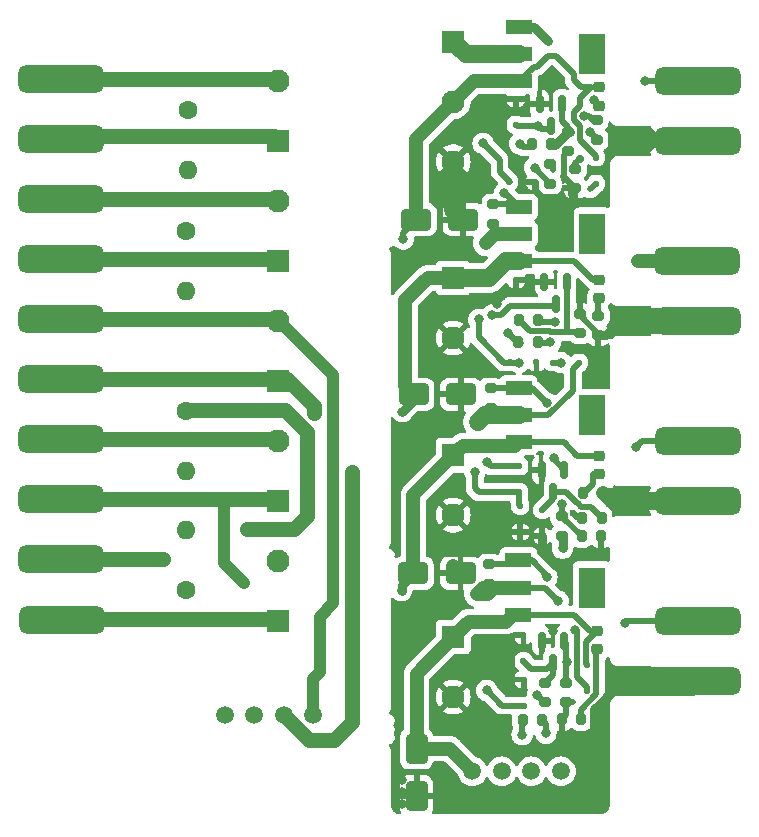
<source format=gbr>
%TF.GenerationSoftware,KiCad,Pcbnew,7.0.11*%
%TF.CreationDate,2024-11-17T18:12:13-05:00*%
%TF.ProjectId,14.1.4 - PMOS - PLC Connector Combined,31342e31-2e34-4202-9d20-504d4f53202d,rev?*%
%TF.SameCoordinates,Original*%
%TF.FileFunction,Copper,L1,Top*%
%TF.FilePolarity,Positive*%
%FSLAX46Y46*%
G04 Gerber Fmt 4.6, Leading zero omitted, Abs format (unit mm)*
G04 Created by KiCad (PCBNEW 7.0.11) date 2024-11-17 18:12:13*
%MOMM*%
%LPD*%
G01*
G04 APERTURE LIST*
G04 Aperture macros list*
%AMRoundRect*
0 Rectangle with rounded corners*
0 $1 Rounding radius*
0 $2 $3 $4 $5 $6 $7 $8 $9 X,Y pos of 4 corners*
0 Add a 4 corners polygon primitive as box body*
4,1,4,$2,$3,$4,$5,$6,$7,$8,$9,$2,$3,0*
0 Add four circle primitives for the rounded corners*
1,1,$1+$1,$2,$3*
1,1,$1+$1,$4,$5*
1,1,$1+$1,$6,$7*
1,1,$1+$1,$8,$9*
0 Add four rect primitives between the rounded corners*
20,1,$1+$1,$2,$3,$4,$5,0*
20,1,$1+$1,$4,$5,$6,$7,0*
20,1,$1+$1,$6,$7,$8,$9,0*
20,1,$1+$1,$8,$9,$2,$3,0*%
G04 Aperture macros list end*
%TA.AperFunction,SMDPad,CuDef*%
%ADD10RoundRect,0.200000X-0.275000X0.200000X-0.275000X-0.200000X0.275000X-0.200000X0.275000X0.200000X0*%
%TD*%
%TA.AperFunction,SMDPad,CuDef*%
%ADD11RoundRect,0.125000X0.125000X-0.125000X0.125000X0.125000X-0.125000X0.125000X-0.125000X-0.125000X0*%
%TD*%
%TA.AperFunction,ComponentPad*%
%ADD12R,1.950000X1.950000*%
%TD*%
%TA.AperFunction,ComponentPad*%
%ADD13C,1.950000*%
%TD*%
%TA.AperFunction,SMDPad,CuDef*%
%ADD14RoundRect,0.572500X-3.045750X-0.572500X3.045750X-0.572500X3.045750X0.572500X-3.045750X0.572500X0*%
%TD*%
%TA.AperFunction,SMDPad,CuDef*%
%ADD15RoundRect,0.200000X0.275000X-0.200000X0.275000X0.200000X-0.275000X0.200000X-0.275000X-0.200000X0*%
%TD*%
%TA.AperFunction,SMDPad,CuDef*%
%ADD16RoundRect,0.218750X0.256250X-0.218750X0.256250X0.218750X-0.256250X0.218750X-0.256250X-0.218750X0*%
%TD*%
%TA.AperFunction,SMDPad,CuDef*%
%ADD17RoundRect,0.125000X-0.125000X0.125000X-0.125000X-0.125000X0.125000X-0.125000X0.125000X0.125000X0*%
%TD*%
%TA.AperFunction,SMDPad,CuDef*%
%ADD18R,2.200000X1.200000*%
%TD*%
%TA.AperFunction,SMDPad,CuDef*%
%ADD19R,2.200000X3.500000*%
%TD*%
%TA.AperFunction,SMDPad,CuDef*%
%ADD20RoundRect,0.200000X0.200000X0.275000X-0.200000X0.275000X-0.200000X-0.275000X0.200000X-0.275000X0*%
%TD*%
%TA.AperFunction,SMDPad,CuDef*%
%ADD21RoundRect,0.250000X-0.650000X1.000000X-0.650000X-1.000000X0.650000X-1.000000X0.650000X1.000000X0*%
%TD*%
%TA.AperFunction,SMDPad,CuDef*%
%ADD22RoundRect,0.150000X-0.150000X0.587500X-0.150000X-0.587500X0.150000X-0.587500X0.150000X0.587500X0*%
%TD*%
%TA.AperFunction,SMDPad,CuDef*%
%ADD23RoundRect,0.200000X-0.200000X-0.275000X0.200000X-0.275000X0.200000X0.275000X-0.200000X0.275000X0*%
%TD*%
%TA.AperFunction,SMDPad,CuDef*%
%ADD24RoundRect,0.250000X-1.000000X-0.650000X1.000000X-0.650000X1.000000X0.650000X-1.000000X0.650000X0*%
%TD*%
%TA.AperFunction,SMDPad,CuDef*%
%ADD25RoundRect,0.125000X-0.125000X-0.125000X0.125000X-0.125000X0.125000X0.125000X-0.125000X0.125000X0*%
%TD*%
%TA.AperFunction,ComponentPad*%
%ADD26C,1.600000*%
%TD*%
%TA.AperFunction,ComponentPad*%
%ADD27O,1.600000X1.600000*%
%TD*%
%TA.AperFunction,ComponentPad*%
%ADD28C,1.498600*%
%TD*%
%TA.AperFunction,SMDPad,CuDef*%
%ADD29RoundRect,0.125000X0.125000X0.125000X-0.125000X0.125000X-0.125000X-0.125000X0.125000X-0.125000X0*%
%TD*%
%TA.AperFunction,ViaPad*%
%ADD30C,0.800000*%
%TD*%
%TA.AperFunction,ViaPad*%
%ADD31C,0.600000*%
%TD*%
%TA.AperFunction,ViaPad*%
%ADD32C,0.500000*%
%TD*%
%TA.AperFunction,ViaPad*%
%ADD33C,0.700000*%
%TD*%
%TA.AperFunction,Conductor*%
%ADD34C,0.508000*%
%TD*%
%TA.AperFunction,Conductor*%
%ADD35C,1.143000*%
%TD*%
%TA.AperFunction,Conductor*%
%ADD36C,0.250000*%
%TD*%
%TA.AperFunction,Conductor*%
%ADD37C,1.270000*%
%TD*%
%TA.AperFunction,Conductor*%
%ADD38C,1.016000*%
%TD*%
%TA.AperFunction,Conductor*%
%ADD39C,0.762000*%
%TD*%
%TA.AperFunction,Conductor*%
%ADD40C,1.524000*%
%TD*%
%TA.AperFunction,Conductor*%
%ADD41C,0.812800*%
%TD*%
G04 APERTURE END LIST*
D10*
%TO.P,R3,1*%
%TO.N,Net-(R20-Pad1)*%
X110880000Y-82750000D03*
%TO.P,R3,2*%
%TO.N,Net-(D10-K)*%
X110880000Y-84400000D03*
%TD*%
%TO.P,R7,1*%
%TO.N,Net-(R19-Pad1)*%
X110530000Y-113230000D03*
%TO.P,R7,2*%
%TO.N,Net-(D10-K)*%
X110530000Y-114880000D03*
%TD*%
D11*
%TO.P,D13,1,K*%
%TO.N,Net-(D10-K)*%
X118840000Y-123980000D03*
%TO.P,D13,2,A*%
%TO.N,Net-(D12-K)*%
X118840000Y-121780000D03*
%TD*%
D12*
%TO.P,J317,1,1*%
%TO.N,Net-(D10-A)*%
X107500000Y-89000000D03*
D13*
%TO.P,J317,2,2*%
%TO.N,GNDPWR*%
X107500000Y-94080000D03*
%TD*%
D14*
%TO.P,J302,1,Pin_1*%
%TO.N,Net-(J302-Pin_1)*%
X128210000Y-118050000D03*
%TD*%
D15*
%TO.P,R17,1*%
%TO.N,Net-(D5-K)*%
X119660000Y-77310000D03*
%TO.P,R17,2*%
%TO.N,Net-(R1-Pad1)*%
X119660000Y-75660000D03*
%TD*%
D16*
%TO.P,D3,1,K*%
%TO.N,Net-(D3-K)*%
X119690000Y-120455000D03*
%TO.P,D3,2,A*%
%TO.N,Net-(D12-K)*%
X119690000Y-118880000D03*
%TD*%
D14*
%TO.P,J310,1,Pin_1*%
%TO.N,Net-(J304-Pin_1)*%
X128240000Y-72320000D03*
%TD*%
D17*
%TO.P,D7,1,K*%
%TO.N,Net-(D7-K)*%
X115040000Y-108642500D03*
%TO.P,D7,2,A*%
%TO.N,GNDPWR*%
X115040000Y-110842500D03*
%TD*%
D18*
%TO.P,U1,1,1*%
%TO.N,Net-(R1-Pad1)*%
X113070000Y-67750000D03*
%TO.P,U1,2,2*%
%TO.N,Net-(D10-K)*%
X113070000Y-70050000D03*
%TO.P,U1,3,3*%
%TO.N,Net-(D1-A)*%
X113070000Y-72350000D03*
D19*
%TO.P,U1,4*%
%TO.N,N/C*%
X119270000Y-70050000D03*
%TD*%
D15*
%TO.P,R5,1*%
%TO.N,Net-(J314-Pin_1)*%
X116700000Y-110840000D03*
%TO.P,R5,2*%
%TO.N,Net-(Q2-G)*%
X116700000Y-109190000D03*
%TD*%
D17*
%TO.P,D14,1,K*%
%TO.N,Net-(D11-A)*%
X113190000Y-108302500D03*
%TO.P,D14,2,A*%
%TO.N,GNDPWR*%
X113190000Y-110502500D03*
%TD*%
D20*
%TO.P,R21,1*%
%TO.N,Net-(J306-Pin_1)*%
X114685000Y-92570000D03*
%TO.P,R21,2*%
%TO.N,Net-(Q3-G)*%
X113035000Y-92570000D03*
%TD*%
%TO.P,R14,1*%
%TO.N,GNDPWR*%
X120030000Y-110880000D03*
%TO.P,R14,2*%
%TO.N,Net-(Q2-G)*%
X118380000Y-110880000D03*
%TD*%
D14*
%TO.P,J210,1,Pin_1*%
%TO.N,Net-(J210-Pin_1)*%
X74278250Y-72187224D03*
%TD*%
D18*
%TO.P,U3,1,1*%
%TO.N,Net-(R18-Pad1)*%
X113030000Y-98330000D03*
%TO.P,U3,2,2*%
%TO.N,Net-(D10-K)*%
X113030000Y-100630000D03*
%TO.P,U3,3,3*%
%TO.N,Net-(D11-A)*%
X113030000Y-102930000D03*
D19*
%TO.P,U3,4*%
%TO.N,N/C*%
X119230000Y-100630000D03*
%TD*%
D17*
%TO.P,D11,1,K*%
%TO.N,Net-(D10-K)*%
X113110000Y-104942500D03*
%TO.P,D11,2,A*%
%TO.N,Net-(D11-A)*%
X113110000Y-107142500D03*
%TD*%
D16*
%TO.P,D1,1,K*%
%TO.N,Net-(D1-K)*%
X119820000Y-74437500D03*
%TO.P,D1,2,A*%
%TO.N,Net-(D1-A)*%
X119820000Y-72862500D03*
%TD*%
D14*
%TO.P,J209,1,Pin_1*%
%TO.N,M*%
X74278250Y-77245000D03*
%TD*%
D10*
%TO.P,R6,1*%
%TO.N,Net-(R18-Pad1)*%
X110680000Y-98335000D03*
%TO.P,R6,2*%
%TO.N,Net-(D10-K)*%
X110680000Y-99985000D03*
%TD*%
D21*
%TO.P,D303,1*%
%TO.N,Net-(D12-K)*%
X104400000Y-128862500D03*
%TO.P,D303,2*%
%TO.N,GNDPWR*%
X104400000Y-132862500D03*
%TD*%
D22*
%TO.P,Q1,1,G*%
%TO.N,Net-(Q1-G)*%
X116880000Y-119700000D03*
%TO.P,Q1,2,S*%
%TO.N,GNDPWR*%
X114980000Y-119700000D03*
%TO.P,Q1,3,D*%
%TO.N,Net-(D8-K)*%
X115930000Y-121575000D03*
%TD*%
D23*
%TO.P,R18,1*%
%TO.N,Net-(R18-Pad1)*%
X118415000Y-109310000D03*
%TO.P,R18,2*%
%TO.N,Net-(D7-K)*%
X120065000Y-109310000D03*
%TD*%
D14*
%TO.P,J314,1,Pin_1*%
%TO.N,Net-(J314-Pin_1)*%
X128230000Y-102820000D03*
%TD*%
%TO.P,J311,1,Pin_1*%
%TO.N,GNDPWR*%
X128260000Y-92650000D03*
%TD*%
D18*
%TO.P,U4,1,1*%
%TO.N,Net-(R19-Pad1)*%
X113020000Y-112910000D03*
%TO.P,U4,2,2*%
%TO.N,Net-(D10-K)*%
X113020000Y-115210000D03*
%TO.P,U4,3,3*%
%TO.N,Net-(D12-K)*%
X113020000Y-117510000D03*
D19*
%TO.P,U4,4*%
%TO.N,N/C*%
X119220000Y-115210000D03*
%TD*%
D14*
%TO.P,J206,1,Pin_1*%
%TO.N,Net-(J206-Pin_1)*%
X74308250Y-92488334D03*
%TD*%
D11*
%TO.P,D6,1,K*%
%TO.N,Net-(D6-K)*%
X112830000Y-91357500D03*
%TO.P,D6,2,A*%
%TO.N,GNDPWR*%
X112830000Y-89157500D03*
%TD*%
D14*
%TO.P,J306,1,Pin_1*%
%TO.N,Net-(J306-Pin_1)*%
X128180000Y-87590000D03*
%TD*%
%TO.P,J307,1,Pin_1*%
%TO.N,GNDPWR*%
X128230000Y-123140000D03*
%TD*%
D24*
%TO.P,D302,1*%
%TO.N,Net-(D11-A)*%
X104120000Y-113990000D03*
%TO.P,D302,2*%
%TO.N,GNDPWR*%
X108120000Y-113990000D03*
%TD*%
D23*
%TO.P,R12,1*%
%TO.N,Net-(D4-K)*%
X118520000Y-107180000D03*
%TO.P,R12,2*%
%TO.N,GNDPWR*%
X120170000Y-107180000D03*
%TD*%
D25*
%TO.P,D15,1,K*%
%TO.N,Net-(D10-A)*%
X112350000Y-96140000D03*
%TO.P,D15,2,A*%
%TO.N,GNDPWR*%
X114550000Y-96140000D03*
%TD*%
D14*
%TO.P,J202,1,Pin_1*%
%TO.N,Net-(J202-Pin_1)*%
X74298250Y-112799446D03*
%TD*%
%TO.P,J309,1,Pin_1*%
%TO.N,GNDPWR*%
X128230000Y-77420000D03*
%TD*%
D22*
%TO.P,Q2,1,G*%
%TO.N,Net-(Q2-G)*%
X116900000Y-105240000D03*
%TO.P,Q2,2,S*%
%TO.N,GNDPWR*%
X115000000Y-105240000D03*
%TO.P,Q2,3,D*%
%TO.N,Net-(D7-K)*%
X115950000Y-107115000D03*
%TD*%
D11*
%TO.P,D5,1,K*%
%TO.N,Net-(D5-K)*%
X112800000Y-76017500D03*
%TO.P,D5,2,A*%
%TO.N,GNDPWR*%
X112800000Y-73817500D03*
%TD*%
D18*
%TO.P,U2,1,1*%
%TO.N,Net-(R20-Pad1)*%
X113090000Y-82980000D03*
%TO.P,U2,2,2*%
%TO.N,Net-(D10-K)*%
X113090000Y-85280000D03*
%TO.P,U2,3,3*%
%TO.N,Net-(D10-A)*%
X113090000Y-87580000D03*
D19*
%TO.P,U2,4*%
%TO.N,N/C*%
X119290000Y-85280000D03*
%TD*%
D15*
%TO.P,R10,1*%
%TO.N,GNDPWR*%
X119780000Y-93860000D03*
%TO.P,R10,2*%
%TO.N,Net-(D2-K)*%
X119780000Y-92210000D03*
%TD*%
D26*
%TO.P,R204,1*%
%TO.N,M*%
X85008250Y-74782224D03*
D27*
%TO.P,R204,2*%
%TO.N,Net-(J208-Pin_1)*%
X85008250Y-79862224D03*
%TD*%
D12*
%TO.P,J222,1,1*%
%TO.N,Net-(J205-Pin_1)*%
X92640000Y-97740000D03*
D13*
%TO.P,J222,2,2*%
%TO.N,Net-(J206-Pin_1)*%
X92640000Y-92660000D03*
%TD*%
D14*
%TO.P,J203,1,Pin_1*%
%TO.N,Net-(J203-Pin_1)*%
X74308250Y-107721668D03*
%TD*%
D11*
%TO.P,D12,1,K*%
%TO.N,Net-(D12-K)*%
X113460000Y-125200000D03*
%TO.P,D12,2,A*%
%TO.N,GNDPWR*%
X113460000Y-123000000D03*
%TD*%
D26*
%TO.P,R202,1*%
%TO.N,M*%
X84918250Y-100297224D03*
D27*
%TO.P,R202,2*%
%TO.N,Net-(J202-Pin_1)*%
X84918250Y-105377224D03*
%TD*%
D23*
%TO.P,R20,1*%
%TO.N,Net-(R20-Pad1)*%
X113020000Y-94460000D03*
%TO.P,R20,2*%
%TO.N,Net-(D6-K)*%
X114670000Y-94460000D03*
%TD*%
%TO.P,R4,1*%
%TO.N,Net-(J304-Pin_1)*%
X114135000Y-77680000D03*
%TO.P,R4,2*%
%TO.N,Net-(Q4-G)*%
X115785000Y-77680000D03*
%TD*%
D14*
%TO.P,J315,1,Pin_1*%
%TO.N,GNDPWR*%
X128210000Y-107880000D03*
%TD*%
%TO.P,J208,1,Pin_1*%
%TO.N,Net-(J208-Pin_1)*%
X74298250Y-82342778D03*
%TD*%
D12*
%TO.P,J224,1,1*%
%TO.N,Net-(J201-Pin_1)*%
X92640000Y-118060000D03*
D13*
%TO.P,J224,2,2*%
%TO.N,Net-(J202-Pin_1)*%
X92640000Y-112980000D03*
%TD*%
D12*
%TO.P,J320,1,1*%
%TO.N,Net-(D11-A)*%
X107500000Y-104000000D03*
D13*
%TO.P,J320,2,2*%
%TO.N,GNDPWR*%
X107500000Y-109080000D03*
%TD*%
D24*
%TO.P,D301,1*%
%TO.N,Net-(D10-A)*%
X104160000Y-98860000D03*
%TO.P,D301,2*%
%TO.N,GNDPWR*%
X108160000Y-98860000D03*
%TD*%
D26*
%TO.P,R201,1*%
%TO.N,Net-(J201-Pin_1)*%
X84878250Y-115392224D03*
D27*
%TO.P,R201,2*%
%TO.N,M*%
X84878250Y-110312224D03*
%TD*%
D22*
%TO.P,Q3,1,G*%
%TO.N,Net-(Q3-G)*%
X117120000Y-89315000D03*
%TO.P,Q3,2,S*%
%TO.N,GNDPWR*%
X115220000Y-89315000D03*
%TO.P,Q3,3,D*%
%TO.N,Net-(D6-K)*%
X116170000Y-91190000D03*
%TD*%
D28*
%TO.P,J226,1,1*%
%TO.N,Net-(J206-Pin_1)*%
X95660000Y-125970000D03*
%TO.P,J226,2,2*%
%TO.N,Net-(J205-Pin_1)*%
X93160000Y-125970000D03*
%TO.P,J226,3,3*%
%TO.N,Net-(J204-Pin_1)*%
X90660000Y-125970000D03*
%TO.P,J226,4,4*%
%TO.N,Net-(J203-Pin_1)*%
X88160000Y-125970000D03*
%TD*%
D14*
%TO.P,J201,1,Pin_1*%
%TO.N,Net-(J201-Pin_1)*%
X74370000Y-117920000D03*
%TD*%
D20*
%TO.P,R8,1*%
%TO.N,Net-(J302-Pin_1)*%
X115040000Y-126430000D03*
%TO.P,R8,2*%
%TO.N,Net-(Q1-G)*%
X113390000Y-126430000D03*
%TD*%
D23*
%TO.P,R11,1*%
%TO.N,GNDPWR*%
X116690000Y-126380000D03*
%TO.P,R11,2*%
%TO.N,Net-(D3-K)*%
X118340000Y-126380000D03*
%TD*%
D29*
%TO.P,D10,1,K*%
%TO.N,Net-(D10-K)*%
X118160000Y-96160000D03*
%TO.P,D10,2,A*%
%TO.N,Net-(D10-A)*%
X115960000Y-96160000D03*
%TD*%
D12*
%TO.P,J318,1,1*%
%TO.N,Net-(D10-K)*%
X107500000Y-69000000D03*
D13*
%TO.P,J318,2,2*%
%TO.N,Net-(D1-A)*%
X107500000Y-74080000D03*
%TO.P,J318,3,3*%
%TO.N,GNDPWR*%
X107500000Y-79160000D03*
%TD*%
D15*
%TO.P,R9,1*%
%TO.N,GNDPWR*%
X117850000Y-81405000D03*
%TO.P,R9,2*%
%TO.N,Net-(D1-K)*%
X117850000Y-79755000D03*
%TD*%
D16*
%TO.P,D4,1,K*%
%TO.N,Net-(D4-K)*%
X119820000Y-105625000D03*
%TO.P,D4,2,A*%
%TO.N,Net-(D11-A)*%
X119820000Y-104050000D03*
%TD*%
D25*
%TO.P,D16,1,K*%
%TO.N,Net-(D1-A)*%
X112230000Y-80860000D03*
%TO.P,D16,2,A*%
%TO.N,GNDPWR*%
X114430000Y-80860000D03*
%TD*%
D15*
%TO.P,R19,1*%
%TO.N,Net-(R19-Pad1)*%
X115260000Y-124935000D03*
%TO.P,R19,2*%
%TO.N,Net-(D8-K)*%
X115260000Y-123285000D03*
%TD*%
D10*
%TO.P,R15,1*%
%TO.N,GNDPWR*%
X118220000Y-92030000D03*
%TO.P,R15,2*%
%TO.N,Net-(Q3-G)*%
X118220000Y-93680000D03*
%TD*%
D24*
%TO.P,D309,1*%
%TO.N,Net-(D1-A)*%
X104360000Y-84070000D03*
%TO.P,D309,2*%
%TO.N,GNDPWR*%
X108360000Y-84070000D03*
%TD*%
D26*
%TO.P,R203,1*%
%TO.N,Net-(J207-Pin_1)*%
X84918250Y-85002224D03*
D27*
%TO.P,R203,2*%
%TO.N,M*%
X84918250Y-90082224D03*
%TD*%
D22*
%TO.P,Q4,1,G*%
%TO.N,Net-(Q4-G)*%
X116710000Y-74272500D03*
%TO.P,Q4,2,S*%
%TO.N,GNDPWR*%
X114810000Y-74272500D03*
%TO.P,Q4,3,D*%
%TO.N,Net-(D5-K)*%
X115760000Y-76147500D03*
%TD*%
D14*
%TO.P,J204,1,Pin_1*%
%TO.N,Net-(J204-Pin_1)*%
X74298250Y-102653890D03*
%TD*%
%TO.P,J207,1,Pin_1*%
%TO.N,Net-(J207-Pin_1)*%
X74308250Y-87400556D03*
%TD*%
%TO.P,J205,1,Pin_1*%
%TO.N,Net-(J205-Pin_1)*%
X74280000Y-97590000D03*
%TD*%
D12*
%TO.P,J221,1,1*%
%TO.N,Net-(J203-Pin_1)*%
X92640000Y-107900000D03*
D13*
%TO.P,J221,2,2*%
%TO.N,Net-(J204-Pin_1)*%
X92640000Y-102820000D03*
%TD*%
D11*
%TO.P,D8,1,K*%
%TO.N,Net-(D8-K)*%
X113450000Y-121457500D03*
%TO.P,D8,2,A*%
%TO.N,GNDPWR*%
X113450000Y-119257500D03*
%TD*%
D12*
%TO.P,J223,1,1*%
%TO.N,M*%
X92640000Y-77420000D03*
D13*
%TO.P,J223,2,2*%
%TO.N,Net-(J210-Pin_1)*%
X92640000Y-72340000D03*
%TD*%
D12*
%TO.P,J225,1,1*%
%TO.N,Net-(J207-Pin_1)*%
X92640000Y-87580000D03*
D13*
%TO.P,J225,2,2*%
%TO.N,Net-(J208-Pin_1)*%
X92640000Y-82500000D03*
%TD*%
D16*
%TO.P,D2,1,K*%
%TO.N,Net-(D2-K)*%
X119820000Y-90710000D03*
%TO.P,D2,2,A*%
%TO.N,Net-(D10-A)*%
X119820000Y-89135000D03*
%TD*%
D10*
%TO.P,R13,1*%
%TO.N,Net-(Q1-G)*%
X117040000Y-123265000D03*
%TO.P,R13,2*%
%TO.N,GNDPWR*%
X117040000Y-124915000D03*
%TD*%
D15*
%TO.P,R1,1*%
%TO.N,Net-(R1-Pad1)*%
X115700000Y-81025000D03*
%TO.P,R1,2*%
%TO.N,Net-(D10-K)*%
X115700000Y-79375000D03*
%TD*%
D11*
%TO.P,D9,1,K*%
%TO.N,Net-(D10-K)*%
X119590000Y-81010000D03*
%TO.P,D9,2,A*%
%TO.N,Net-(D1-A)*%
X119590000Y-78810000D03*
%TD*%
D12*
%TO.P,J319,1,1*%
%TO.N,Net-(D12-K)*%
X107500000Y-119400000D03*
D13*
%TO.P,J319,2,2*%
%TO.N,GNDPWR*%
X107500000Y-124480000D03*
%TD*%
D15*
%TO.P,R2,1*%
%TO.N,GNDPWR*%
X117260000Y-78270000D03*
%TO.P,R2,2*%
%TO.N,Net-(Q4-G)*%
X117260000Y-76620000D03*
%TD*%
D28*
%TO.P,J321,1,1*%
%TO.N,Net-(D1-A)*%
X116620000Y-130760000D03*
%TO.P,J321,2,2*%
%TO.N,Net-(D10-A)*%
X114120000Y-130760000D03*
%TO.P,J321,3,3*%
%TO.N,Net-(D11-A)*%
X111620000Y-130760000D03*
%TO.P,J321,4,4*%
%TO.N,Net-(D12-K)*%
X109120000Y-130760000D03*
%TD*%
D30*
%TO.N,Net-(J306-Pin_1)*%
X123120000Y-87640000D03*
X116101130Y-92741130D03*
%TO.N,Net-(J302-Pin_1)*%
X122080000Y-118210000D03*
X115360000Y-127560000D03*
%TO.N,Net-(J304-Pin_1)*%
X123780000Y-72340000D03*
X113114000Y-77620000D03*
%TO.N,Net-(J201-Pin_1)*%
X79471250Y-117874224D03*
X80868250Y-117874224D03*
X82265250Y-117874224D03*
%TO.N,Net-(J202-Pin_1)*%
X79471250Y-112794224D03*
X80868250Y-112794224D03*
X82392250Y-112794224D03*
%TO.N,Net-(J203-Pin_1)*%
X79471250Y-107714224D03*
X89758150Y-114826224D03*
X81249250Y-107714224D03*
X82773250Y-107714224D03*
%TO.N,Net-(J204-Pin_1)*%
X81249250Y-102634224D03*
X79598250Y-102634224D03*
X82773250Y-102634224D03*
%TO.N,Net-(J205-Pin_1)*%
X95679002Y-100444402D03*
X79852250Y-97554224D03*
X81503250Y-97554224D03*
X98902250Y-105440000D03*
X83027250Y-97554224D03*
%TO.N,Net-(J206-Pin_1)*%
X83281250Y-92474224D03*
X79852250Y-92474224D03*
X81630248Y-92474224D03*
%TO.N,Net-(J207-Pin_1)*%
X83027250Y-87394224D03*
X81376250Y-87394224D03*
X79852250Y-87394224D03*
%TO.N,Net-(J208-Pin_1)*%
X81503250Y-82314224D03*
X79725250Y-82314224D03*
X83281250Y-82314224D03*
%TO.N,M*%
X82773250Y-76980224D03*
X79344250Y-76980224D03*
X90012252Y-110254224D03*
X91282250Y-100221224D03*
X92425250Y-100221224D03*
X80995250Y-76980224D03*
X91028250Y-110254224D03*
%TO.N,Net-(J314-Pin_1)*%
X122980000Y-103290000D03*
X116760000Y-111890000D03*
%TO.N,GNDPWR*%
X111210000Y-91200000D03*
X115930000Y-118870000D03*
X115150000Y-112040000D03*
X119990000Y-82520000D03*
X115950000Y-97780000D03*
X110760000Y-111470000D03*
X123880000Y-76700000D03*
X103190000Y-133540000D03*
X122930000Y-76700000D03*
X123350000Y-93310000D03*
X123470000Y-122610000D03*
X124250000Y-123800000D03*
X123330000Y-107490000D03*
X124260000Y-122570000D03*
X123350000Y-108550000D03*
X121680000Y-92100000D03*
X121930000Y-108580000D03*
X121680000Y-93350000D03*
X103180000Y-132500000D03*
X123460000Y-123820000D03*
X103180000Y-131480000D03*
X122960000Y-77960000D03*
X123350000Y-92100000D03*
X110798870Y-81048870D03*
X121950000Y-107390000D03*
X116480000Y-72180000D03*
X123850000Y-77890000D03*
X116424000Y-85570000D03*
%TO.N,Net-(D10-A)*%
X116630000Y-96160000D03*
X103200000Y-100320000D03*
X109680000Y-92500000D03*
X113070000Y-96160000D03*
%TO.N,Net-(D5-K)*%
X114700000Y-76120000D03*
X119088933Y-76621067D03*
%TO.N,Net-(D6-K)*%
X110790000Y-92140000D03*
X115730000Y-94449130D03*
%TO.N,Net-(Q1-G)*%
X117110000Y-121510000D03*
X113340000Y-127670000D03*
%TO.N,Net-(Q2-G)*%
X116700000Y-108160000D03*
X116000000Y-104240000D03*
%TO.N,Net-(R1-Pad1)*%
X118581260Y-75286740D03*
X115550000Y-68940000D03*
X114390000Y-79660000D03*
%TO.N,Net-(R20-Pad1)*%
X112160000Y-93650000D03*
X111820000Y-81810000D03*
%TO.N,Net-(R18-Pad1)*%
X115400000Y-99570000D03*
D31*
X117668190Y-108888058D03*
D30*
%TO.N,Net-(R19-Pad1)*%
X115440000Y-114360000D03*
X114620000Y-124280000D03*
%TO.N,Net-(D11-A)*%
X103130000Y-115490000D03*
X109330000Y-105390000D03*
%TO.N,Net-(D10-K)*%
X117831130Y-118808870D03*
X110510000Y-100860000D03*
X110270000Y-86070000D03*
D32*
X119060122Y-81497617D03*
X115950000Y-79890000D03*
D30*
X110470000Y-115730000D03*
X110856624Y-85356624D03*
X109495236Y-115748011D03*
X109610000Y-101180000D03*
X116400000Y-116340000D03*
X110370000Y-104620000D03*
%TO.N,Net-(D1-K)*%
X119426265Y-73900000D03*
D33*
X118205033Y-78906000D03*
D30*
%TO.N,Net-(D1-A)*%
X110020000Y-77600000D03*
X103270000Y-85720000D03*
%TO.N,Net-(D12-K)*%
X110345000Y-123915000D03*
%TD*%
D34*
%TO.N,Net-(J306-Pin_1)*%
X116100000Y-92740000D02*
X114855000Y-92740000D01*
X123120000Y-87640000D02*
X123180000Y-87580000D01*
X114855000Y-92740000D02*
X114685000Y-92570000D01*
D35*
X123180000Y-87580000D02*
X128180000Y-87580000D01*
D34*
X116101130Y-92741130D02*
X116100000Y-92740000D01*
%TO.N,Net-(J302-Pin_1)*%
X115360000Y-126750000D02*
X115040000Y-126430000D01*
X128210000Y-118050000D02*
X122240000Y-118050000D01*
X122240000Y-118050000D02*
X122080000Y-118210000D01*
X115360000Y-127560000D02*
X115360000Y-126750000D01*
%TO.N,Net-(J304-Pin_1)*%
X123780000Y-72340000D02*
X128220000Y-72340000D01*
D36*
X128150000Y-72410000D02*
X128240000Y-72320000D01*
D34*
X113114000Y-77620000D02*
X113404000Y-77910000D01*
X128170000Y-72390000D02*
X128240000Y-72320000D01*
X128220000Y-72340000D02*
X128240000Y-72320000D01*
X113404000Y-77910000D02*
X114135000Y-77910000D01*
D37*
%TO.N,Net-(J201-Pin_1)*%
X92298250Y-117874224D02*
X74292163Y-117874224D01*
X74292163Y-117874224D02*
X74290616Y-117875771D01*
X92425250Y-117747224D02*
X92298250Y-117874224D01*
%TO.N,Net-(J202-Pin_1)*%
X82900250Y-112794224D02*
X74282641Y-112794224D01*
X74282641Y-112794224D02*
X74273772Y-112803093D01*
D38*
%TO.N,Net-(J203-Pin_1)*%
X88107250Y-113175324D02*
X89758150Y-114826224D01*
D37*
X92425250Y-107587224D02*
X92298250Y-107714224D01*
X74287595Y-107731527D02*
X74295588Y-107739520D01*
X74304898Y-107714224D02*
X74287595Y-107731527D01*
X74295588Y-107739520D02*
X79090250Y-107739520D01*
D38*
X88107250Y-107714224D02*
X88107250Y-113175324D01*
D37*
X92298250Y-107714224D02*
X88107250Y-107714224D01*
X88107250Y-107714224D02*
X74304898Y-107714224D01*
%TO.N,Net-(J204-Pin_1)*%
X92425250Y-102507224D02*
X92298250Y-102634224D01*
X92298250Y-102634224D02*
X74288698Y-102634224D01*
X74288698Y-102634224D02*
X74270525Y-102652397D01*
%TO.N,Net-(J205-Pin_1)*%
X95679002Y-99869002D02*
X95679002Y-100444402D01*
X74208250Y-97576109D02*
X93386109Y-97576109D01*
X95280000Y-128090000D02*
X97390000Y-128090000D01*
X98902250Y-126577750D02*
X98902250Y-105440000D01*
X93160000Y-125970000D02*
X95280000Y-128090000D01*
X97390000Y-128090000D02*
X98902250Y-126577750D01*
X93386109Y-97576109D02*
X95679002Y-99869002D01*
%TO.N,Net-(J206-Pin_1)*%
X74259168Y-92494687D02*
X79090250Y-92494687D01*
D38*
X96188250Y-122371750D02*
X96188250Y-117667224D01*
D37*
X92425250Y-92347224D02*
X92298250Y-92474224D01*
D38*
X96188250Y-117667224D02*
X97324258Y-116531216D01*
D37*
X92298250Y-92474224D02*
X74279353Y-92474224D01*
X74259029Y-92494548D02*
X74259168Y-92494687D01*
D38*
X95620000Y-122940000D02*
X96188250Y-122371750D01*
X97324258Y-97246232D02*
X92425250Y-92347224D01*
X95620000Y-125930000D02*
X95620000Y-122940000D01*
X95660000Y-125970000D02*
X95620000Y-125930000D01*
X97324258Y-116531216D02*
X97324258Y-97246232D01*
D37*
X74279353Y-92474224D02*
X74259029Y-92494548D01*
%TO.N,Net-(J207-Pin_1)*%
X92425250Y-87267224D02*
X92298250Y-87394224D01*
X92298250Y-87394224D02*
X74277496Y-87394224D01*
X74277496Y-87394224D02*
X74272933Y-87398787D01*
%TO.N,Net-(J208-Pin_1)*%
X92298250Y-82314224D02*
X74322732Y-82314224D01*
X92425250Y-82187224D02*
X92298250Y-82314224D01*
X74322732Y-82314224D02*
X74290929Y-82346027D01*
%TO.N,M*%
X95110000Y-102070000D02*
X95110000Y-109175474D01*
X94031250Y-110254224D02*
X90012252Y-110254224D01*
X74595318Y-76970000D02*
X74313791Y-77251527D01*
D36*
X79088577Y-77251527D02*
X74313791Y-77251527D01*
D37*
X93261224Y-100221224D02*
X95110000Y-102070000D01*
D36*
X79105880Y-77234224D02*
X79088577Y-77251527D01*
D37*
X95110000Y-109175474D02*
X94031250Y-110254224D01*
X84805250Y-100221224D02*
X93261224Y-100221224D01*
X92288026Y-76970000D02*
X74595318Y-76970000D01*
X92425250Y-77107224D02*
X92288026Y-76970000D01*
%TO.N,Net-(J210-Pin_1)*%
X74268986Y-72175201D02*
X92500273Y-72175201D01*
D34*
%TO.N,Net-(J314-Pin_1)*%
X122980000Y-103290000D02*
X123450000Y-102820000D01*
X123450000Y-102820000D02*
X128230000Y-102820000D01*
D39*
X116760000Y-110900000D02*
X116700000Y-110840000D01*
X116760000Y-111890000D02*
X116760000Y-110900000D01*
D40*
%TO.N,GNDPWR*%
X128230000Y-107920000D02*
X122480000Y-107920000D01*
X123948510Y-123140000D02*
X123460000Y-123628510D01*
D35*
X123647990Y-77420000D02*
X122930000Y-76702010D01*
X123230000Y-107390000D02*
X123330000Y-107490000D01*
D39*
X115040000Y-111930000D02*
X115040000Y-110842500D01*
D40*
X122480000Y-107920000D02*
X121950000Y-107390000D01*
D35*
X127710000Y-92100000D02*
X128260000Y-92650000D01*
X122431490Y-108388510D02*
X123330000Y-107490000D01*
D40*
X123720000Y-107880000D02*
X123330000Y-107490000D01*
D34*
X118290000Y-92224562D02*
X119780000Y-93714562D01*
D35*
X122260000Y-92680000D02*
X121680000Y-92100000D01*
X128260000Y-92680000D02*
X122339010Y-92680000D01*
X128260000Y-92680000D02*
X123980000Y-92680000D01*
D34*
X120338000Y-124555558D02*
X120338000Y-124492000D01*
D40*
X107500000Y-79160000D02*
X107500000Y-83210000D01*
D35*
X124260000Y-122570000D02*
X127660000Y-122570000D01*
D40*
X122398510Y-107920000D02*
X121930000Y-108388510D01*
D39*
X120547634Y-93718142D02*
X120926766Y-93339010D01*
D34*
X117500000Y-81435000D02*
X117500000Y-82000000D01*
X114472500Y-81665000D02*
X116424000Y-83616500D01*
D35*
X128230000Y-77420000D02*
X124320000Y-77420000D01*
D40*
X128230000Y-107920000D02*
X122398510Y-107920000D01*
D35*
X121680000Y-92100000D02*
X123350000Y-92100000D01*
X127660000Y-122570000D02*
X128220000Y-123130000D01*
D40*
X128230000Y-123140000D02*
X127741490Y-123628510D01*
D34*
X114472500Y-80900000D02*
X114472500Y-81665000D01*
X118290000Y-91980000D02*
X118290000Y-92224562D01*
D39*
X123310000Y-93350000D02*
X123350000Y-93310000D01*
D34*
X119370000Y-127150000D02*
X119370000Y-125523558D01*
X120120000Y-127900000D02*
X119370000Y-127150000D01*
D35*
X124320000Y-77420000D02*
X123850000Y-77890000D01*
D40*
X127741490Y-123628510D02*
X124250000Y-123628510D01*
D41*
X122339010Y-92680000D02*
X121680000Y-93339010D01*
D40*
X128230000Y-123140000D02*
X123997490Y-123140000D01*
D35*
X123980000Y-92680000D02*
X123350000Y-93310000D01*
D34*
X116424000Y-83616500D02*
X116424000Y-85570000D01*
D35*
X123350000Y-92100000D02*
X127710000Y-92100000D01*
D34*
X116921000Y-80476000D02*
X117850000Y-81405000D01*
X117040000Y-126030000D02*
X116690000Y-126380000D01*
D40*
X123858510Y-107880000D02*
X123350000Y-108388510D01*
D34*
X119370000Y-125523558D02*
X120338000Y-124555558D01*
D40*
X128210000Y-107880000D02*
X123720000Y-107880000D01*
D34*
X127550000Y-123800000D02*
X128220000Y-123130000D01*
D35*
X124597990Y-77420000D02*
X123880000Y-76702010D01*
D34*
X121930000Y-108580000D02*
X123320000Y-108580000D01*
D39*
X119780000Y-93860000D02*
X120434508Y-93860000D01*
D35*
X123500000Y-77420000D02*
X122960000Y-77960000D01*
D34*
X116921000Y-78609000D02*
X116921000Y-80476000D01*
D35*
X123350000Y-92100000D02*
X123350000Y-93310000D01*
D40*
X123997490Y-123140000D02*
X123470000Y-122612510D01*
D34*
X120338000Y-124492000D02*
X121030000Y-123800000D01*
X117500000Y-82000000D02*
X118020000Y-82520000D01*
X117260000Y-78270000D02*
X116921000Y-78609000D01*
D39*
X115150000Y-112040000D02*
X115040000Y-111930000D01*
D35*
X128230000Y-77420000D02*
X124597990Y-77420000D01*
D40*
X128210000Y-107880000D02*
X123858510Y-107880000D01*
D34*
X118020000Y-82520000D02*
X119990000Y-82520000D01*
X119780000Y-93714562D02*
X119780000Y-93860000D01*
X117040000Y-124915000D02*
X117675000Y-124915000D01*
D35*
X128260000Y-92680000D02*
X122260000Y-92680000D01*
D34*
X123780000Y-77960000D02*
X123850000Y-77890000D01*
D35*
X121950000Y-107390000D02*
X123230000Y-107390000D01*
X120170000Y-107180000D02*
X120380000Y-107390000D01*
D34*
X124250000Y-123800000D02*
X127550000Y-123800000D01*
D35*
X107500000Y-113370000D02*
X108120000Y-113990000D01*
D34*
X121030000Y-123800000D02*
X124250000Y-123800000D01*
X117040000Y-124915000D02*
X117040000Y-126030000D01*
X122960000Y-77960000D02*
X123780000Y-77960000D01*
D35*
X128200000Y-77420000D02*
X124320000Y-77420000D01*
D40*
X107500000Y-83210000D02*
X108360000Y-84070000D01*
D35*
X121378510Y-108388510D02*
X122431490Y-108388510D01*
X120380000Y-107390000D02*
X121950000Y-107390000D01*
X128200000Y-77420000D02*
X123500000Y-77420000D01*
D39*
X120926766Y-93339010D02*
X121680000Y-93339010D01*
D40*
X128230000Y-123140000D02*
X123948510Y-123140000D01*
D35*
X128230000Y-77420000D02*
X123647990Y-77420000D01*
D39*
X127600000Y-93310000D02*
X128260000Y-92650000D01*
X120434508Y-93860000D02*
X120547634Y-93718142D01*
D34*
X123320000Y-108580000D02*
X123350000Y-108550000D01*
D39*
X123350000Y-93310000D02*
X127600000Y-93310000D01*
X121680000Y-93350000D02*
X123310000Y-93350000D01*
D40*
X107500000Y-79160000D02*
X107530000Y-79190000D01*
D35*
X121680000Y-92100000D02*
X121680000Y-93339010D01*
X120170000Y-107180000D02*
X121378510Y-108388510D01*
D34*
%TO.N,Net-(D10-A)*%
X119305001Y-89135000D02*
X117750001Y-87580000D01*
D40*
X111960000Y-87580000D02*
X113090000Y-87580000D01*
X110540000Y-89000000D02*
X111960000Y-87580000D01*
X107500000Y-89000000D02*
X110540000Y-89000000D01*
D39*
X104160000Y-99360000D02*
X104160000Y-98860000D01*
D35*
X112965954Y-87580000D02*
X113090000Y-87580000D01*
D34*
X115960000Y-96160000D02*
X116630000Y-96160000D01*
X113070000Y-96160000D02*
X111800000Y-96160000D01*
D35*
X105330000Y-89000000D02*
X107500000Y-89000000D01*
D34*
X109680000Y-94040000D02*
X109680000Y-92500000D01*
D35*
X104160000Y-98860000D02*
X103440000Y-98140000D01*
X103440000Y-90890000D02*
X105330000Y-89000000D01*
D34*
X119780000Y-89135000D02*
X119305001Y-89135000D01*
D39*
X103200000Y-100320000D02*
X104160000Y-99360000D01*
D34*
X117750001Y-87580000D02*
X113090000Y-87580000D01*
X111800000Y-96160000D02*
X109680000Y-94040000D01*
D35*
X103440000Y-98140000D02*
X103440000Y-90890000D01*
D34*
%TO.N,Net-(D5-K)*%
X114957500Y-76377500D02*
X115770000Y-76377500D01*
X119660000Y-77192134D02*
X119660000Y-77310000D01*
X119088933Y-76621067D02*
X119660000Y-77192134D01*
X112902500Y-76120000D02*
X112800000Y-76017500D01*
X114700000Y-76120000D02*
X112902500Y-76120000D01*
X114700000Y-76120000D02*
X114957500Y-76377500D01*
%TO.N,Net-(D6-K)*%
X111550000Y-92140000D02*
X112332500Y-91357500D01*
X116002500Y-91357500D02*
X116170000Y-91190000D01*
X115709130Y-94470000D02*
X114850000Y-94470000D01*
X110790000Y-92140000D02*
X111550000Y-92140000D01*
X115730000Y-94449130D02*
X115709130Y-94470000D01*
X112332500Y-91357500D02*
X116002500Y-91357500D01*
%TO.N,Net-(D7-K)*%
X120065000Y-109310000D02*
X119136000Y-108381000D01*
X118011554Y-108091554D02*
X117035000Y-107115000D01*
X118317675Y-108381000D02*
X118028229Y-108091554D01*
X119136000Y-108381000D02*
X118317675Y-108381000D01*
X117035000Y-107115000D02*
X115950000Y-107115000D01*
X115950000Y-107115000D02*
X115950000Y-107732500D01*
X115950000Y-107732500D02*
X115040000Y-108642500D01*
X118028229Y-108091554D02*
X118011554Y-108091554D01*
%TO.N,Net-(D8-K)*%
X114092500Y-122100000D02*
X113450000Y-121457500D01*
X115260000Y-123285000D02*
X115930000Y-122615000D01*
X115405000Y-122100000D02*
X114092500Y-122100000D01*
X115930000Y-122615000D02*
X115930000Y-121575000D01*
X115930000Y-121575000D02*
X115405000Y-122100000D01*
%TO.N,Net-(Q1-G)*%
X113340000Y-127670000D02*
X113340000Y-126480000D01*
X117070000Y-123235000D02*
X117040000Y-123265000D01*
X117070000Y-121550000D02*
X117070000Y-123235000D01*
X117110000Y-121510000D02*
X117070000Y-121550000D01*
X117070000Y-119890000D02*
X117070000Y-121470000D01*
X117070000Y-121470000D02*
X117110000Y-121510000D01*
X113340000Y-126480000D02*
X113390000Y-126430000D01*
X116880000Y-119700000D02*
X117070000Y-119890000D01*
%TO.N,Net-(D2-K)*%
X119780000Y-90710000D02*
X119780000Y-92210000D01*
%TO.N,Net-(D3-K)*%
X119630000Y-124262294D02*
X118340000Y-125552294D01*
X119690000Y-120455000D02*
X119630000Y-120515000D01*
X119630000Y-120515000D02*
X119630000Y-124262294D01*
X118340000Y-125552294D02*
X118340000Y-126380000D01*
%TO.N,Net-(D4-K)*%
X119310000Y-105625000D02*
X119310000Y-106445000D01*
X119310000Y-106445000D02*
X118505000Y-107250000D01*
%TO.N,Net-(Q2-G)*%
X116700000Y-108160000D02*
X116696000Y-108164000D01*
X116700000Y-109206812D02*
X118373188Y-110880000D01*
X118380000Y-110880000D02*
X118380000Y-110860000D01*
X116000000Y-104340000D02*
X116900000Y-105240000D01*
D39*
X118373188Y-110880000D02*
X118380000Y-110880000D01*
D34*
X116696000Y-108164000D02*
X116696000Y-109186000D01*
X116000000Y-104240000D02*
X116000000Y-104340000D01*
%TO.N,Net-(Q3-G)*%
X118135130Y-93595130D02*
X118220000Y-93680000D01*
X117130000Y-93600000D02*
X117130000Y-89742500D01*
X115747391Y-93595130D02*
X118135130Y-93595130D01*
X113964000Y-93499000D02*
X115651261Y-93499000D01*
X113035000Y-92570000D02*
X113964000Y-93499000D01*
X115651261Y-93499000D02*
X115747391Y-93595130D01*
%TO.N,Net-(Q4-G)*%
X117230000Y-76210000D02*
X117230000Y-76610000D01*
D39*
X115785000Y-77750000D02*
X116110000Y-77750000D01*
X117255000Y-76605000D02*
X117399933Y-76605000D01*
X116110000Y-77750000D02*
X117255000Y-76605000D01*
D34*
X116720000Y-75700000D02*
X117230000Y-76210000D01*
X116720000Y-74502500D02*
X116720000Y-75700000D01*
%TO.N,Net-(R1-Pad1)*%
X114390000Y-79715000D02*
X115700000Y-81025000D01*
X119367472Y-75660000D02*
X119660000Y-75660000D01*
X118581260Y-75286740D02*
X118994212Y-75286740D01*
D39*
X114360000Y-67750000D02*
X115550000Y-68940000D01*
D34*
X114390000Y-79660000D02*
X114390000Y-79715000D01*
X118994212Y-75286740D02*
X119367472Y-75660000D01*
D39*
X113070000Y-67750000D02*
X114360000Y-67750000D01*
D34*
X115725000Y-81025000D02*
X115730000Y-81030000D01*
X115700000Y-81025000D02*
X115725000Y-81025000D01*
%TO.N,Net-(R20-Pad1)*%
X111820000Y-81810000D02*
X111920000Y-81810000D01*
X112860000Y-82750000D02*
X113090000Y-82980000D01*
X112980000Y-94470000D02*
X113200000Y-94470000D01*
X111920000Y-81810000D02*
X113090000Y-82980000D01*
X110880000Y-82750000D02*
X112860000Y-82750000D01*
X112160000Y-93650000D02*
X112980000Y-94470000D01*
%TO.N,Net-(R18-Pad1)*%
X118060000Y-109310000D02*
X118415000Y-109310000D01*
X114160000Y-98330000D02*
X115400000Y-99570000D01*
X118415000Y-109310000D02*
X118435000Y-109290000D01*
X117640000Y-108890000D02*
X118060000Y-109310000D01*
X110685000Y-98330000D02*
X110680000Y-98335000D01*
X113030000Y-98330000D02*
X110685000Y-98330000D01*
X113030000Y-98330000D02*
X114160000Y-98330000D01*
%TO.N,Net-(R19-Pad1)*%
X110530000Y-113230000D02*
X112700000Y-113230000D01*
X112700000Y-113230000D02*
X113020000Y-112910000D01*
X114130000Y-112910000D02*
X113020000Y-112910000D01*
X114620000Y-124280000D02*
X115285000Y-124945000D01*
X115440000Y-114220000D02*
X114130000Y-112910000D01*
X115285000Y-124945000D02*
X115325000Y-124945000D01*
X115440000Y-114360000D02*
X115440000Y-114220000D01*
D39*
%TO.N,Net-(D11-A)*%
X103130000Y-115490000D02*
X103100000Y-115460000D01*
D34*
X109657500Y-107142500D02*
X113110000Y-107142500D01*
X113110000Y-108222500D02*
X113190000Y-108302500D01*
X109330000Y-105390000D02*
X109330000Y-106815000D01*
X116840000Y-102930000D02*
X113030000Y-102930000D01*
D39*
X103130000Y-114980000D02*
X104120000Y-113990000D01*
D35*
X108300000Y-103200000D02*
X107500000Y-104000000D01*
X104120000Y-113990000D02*
X104120000Y-107380000D01*
D34*
X113110000Y-107142500D02*
X113110000Y-108222500D01*
D35*
X104120000Y-107380000D02*
X107500000Y-104000000D01*
X112760000Y-103200000D02*
X108300000Y-103200000D01*
D39*
X103130000Y-115490000D02*
X103130000Y-114980000D01*
D34*
X119310000Y-104050000D02*
X117960000Y-104050000D01*
X117960000Y-104050000D02*
X116840000Y-102930000D01*
D35*
X113030000Y-102930000D02*
X112760000Y-103200000D01*
D34*
X109330000Y-106815000D02*
X109657500Y-107142500D01*
D35*
%TO.N,Net-(D10-K)*%
X109495236Y-115748011D02*
X110451989Y-115748011D01*
D34*
X110530000Y-114880000D02*
X112690000Y-114880000D01*
X117616000Y-96704000D02*
X117616000Y-98561739D01*
X116401263Y-116340000D02*
X116400000Y-116340000D01*
X117960000Y-121152261D02*
X117964000Y-121156261D01*
X117960000Y-118937740D02*
X117960000Y-121152261D01*
D35*
X113020000Y-115210000D02*
X110990000Y-115210000D01*
D34*
X113110000Y-104942500D02*
X110692500Y-104942500D01*
X118160000Y-96160000D02*
X117616000Y-96704000D01*
X117960000Y-122779562D02*
X118840000Y-123659562D01*
X115950000Y-79890000D02*
X115950000Y-79379000D01*
X117964000Y-121156261D02*
X117964000Y-121863739D01*
D40*
X108550000Y-70050000D02*
X107500000Y-69000000D01*
D34*
X110692500Y-104942500D02*
X110370000Y-104620000D01*
D35*
X113020000Y-115210000D02*
X110033247Y-115210000D01*
D34*
X110856624Y-85356624D02*
X110856624Y-84423376D01*
X117960000Y-121867739D02*
X117960000Y-122779562D01*
D40*
X110160000Y-100630000D02*
X109610000Y-101180000D01*
D34*
X113024000Y-115214000D02*
X113020000Y-115210000D01*
X113030000Y-100630000D02*
X110740000Y-100630000D01*
X117964000Y-121863739D02*
X117960000Y-121867739D01*
X116400000Y-116340000D02*
X116400000Y-116338737D01*
X115547739Y-100630000D02*
X113030000Y-100630000D01*
X110740000Y-100630000D02*
X110510000Y-100860000D01*
X119060122Y-81497617D02*
X119102383Y-81497617D01*
D35*
X110451989Y-115748011D02*
X110470000Y-115730000D01*
D34*
X112690000Y-114880000D02*
X113020000Y-115210000D01*
D35*
X110033247Y-115210000D02*
X109495236Y-115748011D01*
X113090000Y-85280000D02*
X111060000Y-85280000D01*
D34*
X118840000Y-123659562D02*
X118840000Y-123980000D01*
X117616000Y-98561739D02*
X115547739Y-100630000D01*
D35*
X111060000Y-85280000D02*
X110270000Y-86070000D01*
X110990000Y-115210000D02*
X110470000Y-115730000D01*
D34*
X117831130Y-118808870D02*
X117960000Y-118937740D01*
X116400000Y-116338737D02*
X115271263Y-115210000D01*
X116440000Y-116378737D02*
X116401263Y-116340000D01*
X119102383Y-81497617D02*
X119590000Y-81010000D01*
D40*
X113070000Y-70050000D02*
X108550000Y-70050000D01*
X113030000Y-100630000D02*
X110160000Y-100630000D01*
D34*
X115271263Y-115210000D02*
X113020000Y-115210000D01*
X110856624Y-84423376D02*
X110880000Y-84400000D01*
%TO.N,Net-(D1-K)*%
X119680000Y-74153735D02*
X119680000Y-74437500D01*
X118205033Y-78906000D02*
X117850000Y-79261033D01*
X117850000Y-79261033D02*
X117850000Y-79755000D01*
X119426265Y-73900000D02*
X119680000Y-74153735D01*
%TO.N,Net-(D1-A)*%
X118234933Y-74425328D02*
X117727260Y-74933001D01*
D35*
X107500000Y-74080000D02*
X104360000Y-77220000D01*
D34*
X118234933Y-73805067D02*
X118234933Y-74425328D01*
X114316000Y-71104000D02*
X114624000Y-71104000D01*
X113070000Y-72350000D02*
X114316000Y-71104000D01*
X119177500Y-72862500D02*
X118234933Y-73805067D01*
X112272500Y-80900000D02*
X112272500Y-80842500D01*
X112272500Y-80842500D02*
X111420000Y-79990000D01*
X111420000Y-79000000D02*
X110020000Y-77600000D01*
X119590000Y-78690000D02*
X119590000Y-78810000D01*
X117727260Y-74933001D02*
X117727260Y-75640479D01*
X111420000Y-79990000D02*
X111420000Y-79000000D01*
X114624000Y-71104000D02*
X115538000Y-70190000D01*
D35*
X107500000Y-74080000D02*
X109230000Y-72350000D01*
D34*
X116210000Y-70190000D02*
X117716000Y-71696000D01*
X103270000Y-85160000D02*
X104360000Y-84070000D01*
X118324500Y-72862500D02*
X119177500Y-72862500D01*
X117716000Y-71696000D02*
X117716000Y-72254000D01*
X118234933Y-76148152D02*
X118234933Y-77334933D01*
X103270000Y-85720000D02*
X103270000Y-85160000D01*
X118234933Y-77334933D02*
X119590000Y-78690000D01*
X117716000Y-72254000D02*
X118324500Y-72862500D01*
D35*
X109230000Y-72350000D02*
X113070000Y-72350000D01*
D34*
X115538000Y-70190000D02*
X116210000Y-70190000D01*
D35*
X104360000Y-77220000D02*
X104360000Y-84070000D01*
D34*
X117727260Y-75640479D02*
X118234933Y-76148152D01*
%TO.N,Net-(D12-K)*%
X119110000Y-118880000D02*
X117740000Y-117510000D01*
D35*
X107222500Y-128862500D02*
X109120000Y-130760000D01*
X104400000Y-122500000D02*
X104400000Y-128862500D01*
X112538454Y-117510000D02*
X113020000Y-117510000D01*
X108800000Y-118100000D02*
X111948454Y-118100000D01*
D34*
X117740000Y-117510000D02*
X113020000Y-117510000D01*
D35*
X107500000Y-119400000D02*
X104400000Y-122500000D01*
X111948454Y-118100000D02*
X112538454Y-117510000D01*
D34*
X110345000Y-123915000D02*
X111630000Y-125200000D01*
X118761000Y-121701000D02*
X118840000Y-121780000D01*
D35*
X104400000Y-128862500D02*
X107222500Y-128862500D01*
D34*
X119690000Y-118880000D02*
X119110000Y-118880000D01*
D35*
X107500000Y-119400000D02*
X108800000Y-118100000D01*
D34*
X119690000Y-118880000D02*
X118761000Y-119809000D01*
X118761000Y-119809000D02*
X118761000Y-121701000D01*
X111630000Y-125200000D02*
X113460000Y-125200000D01*
%TD*%
%TA.AperFunction,Conductor*%
%TO.N,GNDPWR*%
G36*
X115133175Y-103704185D02*
G01*
X115178930Y-103756989D01*
X115188874Y-103826147D01*
X115175196Y-103865667D01*
X115175462Y-103865786D01*
X115174087Y-103868873D01*
X115173526Y-103870495D01*
X115172822Y-103871713D01*
X115172818Y-103871722D01*
X115115208Y-104049030D01*
X115114326Y-104051744D01*
X115094540Y-104240000D01*
X115114326Y-104428256D01*
X115114327Y-104428259D01*
X115172818Y-104608277D01*
X115172821Y-104608284D01*
X115210928Y-104674288D01*
X115233387Y-104713187D01*
X115250000Y-104775187D01*
X115250000Y-106145684D01*
X115232733Y-106208804D01*
X115198254Y-106267105D01*
X115198254Y-106267106D01*
X115152402Y-106424926D01*
X115152401Y-106424932D01*
X115149500Y-106461798D01*
X115149500Y-107414613D01*
X115129815Y-107481652D01*
X115113181Y-107502294D01*
X114702461Y-107913013D01*
X114671014Y-107934387D01*
X114671324Y-107934911D01*
X114528583Y-108019327D01*
X114528574Y-108019334D01*
X114416834Y-108131074D01*
X114416827Y-108131083D01*
X114336382Y-108267109D01*
X114336380Y-108267114D01*
X114292292Y-108418866D01*
X114292290Y-108418879D01*
X114289500Y-108454329D01*
X114289500Y-108533376D01*
X114286938Y-108558451D01*
X114283254Y-108576292D01*
X114288448Y-108754804D01*
X114289500Y-108769248D01*
X114289500Y-108830650D01*
X114289501Y-108830676D01*
X114292291Y-108866127D01*
X114336380Y-109017885D01*
X114336382Y-109017890D01*
X114416827Y-109153916D01*
X114416834Y-109153925D01*
X114528574Y-109265665D01*
X114528578Y-109265668D01*
X114528580Y-109265670D01*
X114664610Y-109346118D01*
X114816373Y-109390209D01*
X114851837Y-109393000D01*
X114948688Y-109392999D01*
X114966660Y-109394308D01*
X114969676Y-109394749D01*
X115017906Y-109401815D01*
X115113276Y-109393470D01*
X115124084Y-109392999D01*
X115228150Y-109392999D01*
X115228162Y-109392999D01*
X115263627Y-109390209D01*
X115415390Y-109346118D01*
X115537379Y-109273974D01*
X115605103Y-109256791D01*
X115671366Y-109278951D01*
X115715129Y-109333417D01*
X115724500Y-109380706D01*
X115724500Y-109446613D01*
X115730913Y-109517192D01*
X115730913Y-109517194D01*
X115730914Y-109517196D01*
X115781522Y-109679606D01*
X115853906Y-109799344D01*
X115869530Y-109825188D01*
X115971661Y-109927319D01*
X116005146Y-109988642D01*
X116000162Y-110058334D01*
X115971661Y-110102681D01*
X115869531Y-110204810D01*
X115869530Y-110204811D01*
X115825822Y-110277112D01*
X115774293Y-110324298D01*
X115705434Y-110336136D01*
X115641106Y-110308866D01*
X115632025Y-110300641D01*
X115551116Y-110219732D01*
X115551108Y-110219726D01*
X115415188Y-110139344D01*
X115415187Y-110139343D01*
X115290000Y-110102972D01*
X115290000Y-111582025D01*
X115415185Y-111545656D01*
X115415191Y-111545654D01*
X115551108Y-111465273D01*
X115551112Y-111465270D01*
X115633908Y-111382474D01*
X115695231Y-111348989D01*
X115764923Y-111353973D01*
X115820857Y-111395844D01*
X115827706Y-111406004D01*
X115838093Y-111423186D01*
X115854336Y-111450055D01*
X115860616Y-111460442D01*
X115878500Y-111524593D01*
X115878500Y-111669257D01*
X115874405Y-111695118D01*
X115875676Y-111695389D01*
X115874326Y-111701739D01*
X115854540Y-111889997D01*
X115854540Y-111890000D01*
X115874326Y-112078256D01*
X115874327Y-112078259D01*
X115932818Y-112258277D01*
X115932821Y-112258284D01*
X116027467Y-112422216D01*
X116143178Y-112550726D01*
X116154129Y-112562888D01*
X116307265Y-112674148D01*
X116307270Y-112674151D01*
X116480192Y-112751142D01*
X116480197Y-112751144D01*
X116665354Y-112790500D01*
X116665355Y-112790500D01*
X116854644Y-112790500D01*
X116854646Y-112790500D01*
X117039803Y-112751144D01*
X117212730Y-112674151D01*
X117365871Y-112562888D01*
X117492533Y-112422216D01*
X117587179Y-112258284D01*
X117645674Y-112078256D01*
X117665460Y-111890000D01*
X117665460Y-111889997D01*
X117665460Y-111883502D01*
X117668168Y-111883502D01*
X117678554Y-111826562D01*
X117726263Y-111775517D01*
X117793995Y-111758368D01*
X117853480Y-111776162D01*
X117890394Y-111798478D01*
X118052804Y-111849086D01*
X118123384Y-111855500D01*
X118123387Y-111855500D01*
X118636613Y-111855500D01*
X118636616Y-111855500D01*
X118707196Y-111849086D01*
X118869606Y-111798478D01*
X119015185Y-111710472D01*
X119117673Y-111607983D01*
X119178994Y-111574499D01*
X119248685Y-111579483D01*
X119293034Y-111607984D01*
X119395122Y-111710072D01*
X119540604Y-111798019D01*
X119540603Y-111798019D01*
X119702894Y-111848590D01*
X119702893Y-111848590D01*
X119773408Y-111854998D01*
X119773426Y-111854999D01*
X119779999Y-111854998D01*
X119780000Y-111854998D01*
X119780000Y-110754000D01*
X119799685Y-110686961D01*
X119852489Y-110641206D01*
X119904000Y-110630000D01*
X120156000Y-110630000D01*
X120223039Y-110649685D01*
X120268794Y-110702489D01*
X120280000Y-110754000D01*
X120280000Y-111854999D01*
X120286581Y-111854999D01*
X120357102Y-111848591D01*
X120357107Y-111848590D01*
X120519398Y-111798018D01*
X120551349Y-111778703D01*
X120618904Y-111760866D01*
X120685377Y-111782383D01*
X120729666Y-111836423D01*
X120739500Y-111884819D01*
X120739500Y-112903954D01*
X120719815Y-112970993D01*
X120667011Y-113016748D01*
X120597853Y-113026692D01*
X120571193Y-113017820D01*
X120570641Y-113019303D01*
X120427482Y-112965908D01*
X120427483Y-112965908D01*
X120367883Y-112959501D01*
X120367881Y-112959500D01*
X120367873Y-112959500D01*
X120367864Y-112959500D01*
X118072129Y-112959500D01*
X118072123Y-112959501D01*
X118012516Y-112965908D01*
X117877671Y-113016202D01*
X117877664Y-113016206D01*
X117762455Y-113102452D01*
X117762452Y-113102455D01*
X117676206Y-113217664D01*
X117676202Y-113217671D01*
X117625908Y-113352517D01*
X117622948Y-113380053D01*
X117619500Y-113412127D01*
X117619500Y-115063809D01*
X117619501Y-116631500D01*
X117599816Y-116698539D01*
X117547012Y-116744294D01*
X117495501Y-116755500D01*
X117382509Y-116755500D01*
X117315470Y-116735815D01*
X117269715Y-116683011D01*
X117259771Y-116613853D01*
X117264578Y-116593182D01*
X117265317Y-116590908D01*
X117285674Y-116528256D01*
X117305460Y-116340000D01*
X117285674Y-116151744D01*
X117227179Y-115971716D01*
X117132533Y-115807784D01*
X117005871Y-115667112D01*
X116939535Y-115618916D01*
X116852734Y-115555851D01*
X116852729Y-115555848D01*
X116679807Y-115478857D01*
X116679805Y-115478856D01*
X116623454Y-115466878D01*
X116561973Y-115433684D01*
X116561556Y-115433269D01*
X116183444Y-115055157D01*
X116149959Y-114993834D01*
X116154943Y-114924142D01*
X116170813Y-114894582D01*
X116172527Y-114892222D01*
X116172533Y-114892216D01*
X116267179Y-114728284D01*
X116325674Y-114548256D01*
X116345460Y-114360000D01*
X116325674Y-114171744D01*
X116267179Y-113991716D01*
X116172533Y-113827784D01*
X116045871Y-113687112D01*
X116042506Y-113684667D01*
X115892733Y-113575850D01*
X115859903Y-113561233D01*
X115822660Y-113535635D01*
X114708766Y-112421742D01*
X114696984Y-112408109D01*
X114693604Y-112403569D01*
X114682539Y-112388706D01*
X114682537Y-112388704D01*
X114682535Y-112388702D01*
X114664792Y-112373813D01*
X114626091Y-112315641D01*
X114620499Y-112278825D01*
X114620499Y-112262129D01*
X114620498Y-112262123D01*
X114620497Y-112262116D01*
X114614091Y-112202517D01*
X114610276Y-112192289D01*
X114563797Y-112067671D01*
X114563793Y-112067664D01*
X114477547Y-111952455D01*
X114477544Y-111952452D01*
X114362335Y-111866206D01*
X114362328Y-111866202D01*
X114227482Y-111815908D01*
X114227483Y-111815908D01*
X114167883Y-111809501D01*
X114167881Y-111809500D01*
X114167873Y-111809500D01*
X114167864Y-111809500D01*
X111872129Y-111809500D01*
X111872123Y-111809501D01*
X111812516Y-111815908D01*
X111677671Y-111866202D01*
X111677664Y-111866206D01*
X111562455Y-111952452D01*
X111562452Y-111952455D01*
X111476206Y-112067664D01*
X111476202Y-112067671D01*
X111425908Y-112202517D01*
X111422193Y-112237077D01*
X111419501Y-112262123D01*
X111419500Y-112262135D01*
X111419500Y-112351500D01*
X111399815Y-112418539D01*
X111347011Y-112464294D01*
X111295500Y-112475500D01*
X111276360Y-112475500D01*
X111212211Y-112457617D01*
X111094606Y-112386522D01*
X110932196Y-112335914D01*
X110932194Y-112335913D01*
X110932192Y-112335913D01*
X110882778Y-112331423D01*
X110861616Y-112329500D01*
X110198384Y-112329500D01*
X110179145Y-112331248D01*
X110127807Y-112335913D01*
X109965393Y-112386522D01*
X109819811Y-112474530D01*
X109699531Y-112594810D01*
X109699528Y-112594814D01*
X109666743Y-112649047D01*
X109615215Y-112696234D01*
X109546356Y-112708072D01*
X109495531Y-112690435D01*
X109439128Y-112655645D01*
X109439119Y-112655641D01*
X109272697Y-112600494D01*
X109272690Y-112600493D01*
X109169986Y-112590000D01*
X108370000Y-112590000D01*
X108370000Y-115389999D01*
X108406319Y-115426318D01*
X108403013Y-115429623D01*
X108431491Y-115462488D01*
X108441820Y-115528721D01*
X108432507Y-115606608D01*
X108432122Y-115609531D01*
X108419579Y-115696772D01*
X108419579Y-115696774D01*
X108419699Y-115699281D01*
X108418963Y-115719884D01*
X108418664Y-115722378D01*
X108418664Y-115722380D01*
X108424949Y-115810252D01*
X108425125Y-115813196D01*
X108429321Y-115901268D01*
X108429916Y-115903722D01*
X108433091Y-115924084D01*
X108433269Y-115926581D01*
X108433271Y-115926592D01*
X108456073Y-116011694D01*
X108456802Y-116014551D01*
X108477583Y-116100212D01*
X108477590Y-116100231D01*
X108478634Y-116102517D01*
X108485608Y-116121918D01*
X108486257Y-116124341D01*
X108524757Y-116203598D01*
X108526014Y-116206265D01*
X108562632Y-116286445D01*
X108562634Y-116286449D01*
X108564089Y-116288492D01*
X108574617Y-116306238D01*
X108575708Y-116308485D01*
X108575712Y-116308491D01*
X108628557Y-116379084D01*
X108630251Y-116381405D01*
X108680459Y-116451912D01*
X108681385Y-116453212D01*
X108681389Y-116453217D01*
X108683204Y-116454948D01*
X108696895Y-116470373D01*
X108698400Y-116472383D01*
X108763634Y-116531684D01*
X108765721Y-116533627D01*
X108829555Y-116594493D01*
X108829557Y-116594494D01*
X108831660Y-116595846D01*
X108848033Y-116608407D01*
X108849888Y-116610094D01*
X108921816Y-116653937D01*
X108925127Y-116655955D01*
X108927616Y-116657513D01*
X109001783Y-116705177D01*
X109004106Y-116706107D01*
X109022562Y-116715346D01*
X109024697Y-116716647D01*
X109024698Y-116716647D01*
X109024701Y-116716649D01*
X109083041Y-116738408D01*
X109107281Y-116747449D01*
X109110035Y-116748514D01*
X109130016Y-116756513D01*
X109191845Y-116781266D01*
X109193884Y-116781659D01*
X109194289Y-116781737D01*
X109214202Y-116787328D01*
X109215550Y-116787831D01*
X109271470Y-116829719D01*
X109295868Y-116895191D01*
X109280995Y-116963460D01*
X109231575Y-117012850D01*
X109172181Y-117028000D01*
X108899863Y-117028000D01*
X108879298Y-117026283D01*
X108876826Y-117025867D01*
X108876824Y-117025867D01*
X108801111Y-117027669D01*
X108788688Y-117027965D01*
X108785738Y-117028000D01*
X108748937Y-117028000D01*
X108740620Y-117028793D01*
X108731810Y-117029318D01*
X108672150Y-117030739D01*
X108641729Y-117037356D01*
X108627165Y-117039627D01*
X108596207Y-117042583D01*
X108596204Y-117042584D01*
X108596200Y-117042584D01*
X108596200Y-117042585D01*
X108538978Y-117059386D01*
X108530410Y-117061573D01*
X108472106Y-117074257D01*
X108472105Y-117074257D01*
X108472102Y-117074258D01*
X108443491Y-117086510D01*
X108429619Y-117091496D01*
X108399767Y-117100262D01*
X108399763Y-117100263D01*
X108346754Y-117127590D01*
X108338753Y-117131360D01*
X108283908Y-117154847D01*
X108283903Y-117154850D01*
X108258133Y-117172292D01*
X108245452Y-117179816D01*
X108217797Y-117194073D01*
X108170908Y-117230947D01*
X108163761Y-117236166D01*
X108114365Y-117269598D01*
X108092353Y-117291609D01*
X108081328Y-117301393D01*
X108056867Y-117320629D01*
X108017809Y-117365705D01*
X108011778Y-117372183D01*
X107495780Y-117888181D01*
X107434457Y-117921666D01*
X107408099Y-117924500D01*
X106477129Y-117924500D01*
X106477123Y-117924501D01*
X106417516Y-117930908D01*
X106282671Y-117981202D01*
X106282664Y-117981206D01*
X106167455Y-118067452D01*
X106167452Y-118067455D01*
X106081206Y-118182664D01*
X106081202Y-118182671D01*
X106030908Y-118317517D01*
X106024501Y-118377116D01*
X106024500Y-118377135D01*
X106024500Y-119308100D01*
X106004815Y-119375139D01*
X105988181Y-119395781D01*
X103712591Y-121671370D01*
X103696857Y-121684682D01*
X103694800Y-121686146D01*
X103694793Y-121686153D01*
X103633956Y-121749956D01*
X103631900Y-121752062D01*
X103605876Y-121778088D01*
X103600564Y-121784521D01*
X103594700Y-121791127D01*
X103553517Y-121834320D01*
X103553511Y-121834327D01*
X103536690Y-121860502D01*
X103527997Y-121872408D01*
X103508188Y-121896400D01*
X103508185Y-121896404D01*
X103479600Y-121948752D01*
X103475086Y-121956361D01*
X103442832Y-122006549D01*
X103431264Y-122035444D01*
X103424982Y-122048776D01*
X103410074Y-122076079D01*
X103410066Y-122076097D01*
X103391908Y-122132900D01*
X103388915Y-122141226D01*
X103366745Y-122196604D01*
X103360855Y-122227165D01*
X103357210Y-122241446D01*
X103347734Y-122271093D01*
X103347733Y-122271096D01*
X103340652Y-122330320D01*
X103339288Y-122339064D01*
X103328000Y-122397634D01*
X103328000Y-122428756D01*
X103327123Y-122443476D01*
X103323429Y-122474368D01*
X103323429Y-122474374D01*
X103327684Y-122533861D01*
X103328000Y-122542707D01*
X103328000Y-127172864D01*
X103308315Y-127239903D01*
X103286137Y-127264367D01*
X103286451Y-127264681D01*
X103157289Y-127393842D01*
X103065187Y-127543163D01*
X103065185Y-127543168D01*
X103054637Y-127575000D01*
X103010001Y-127709703D01*
X103010001Y-127709704D01*
X103010000Y-127709704D01*
X102999500Y-127812483D01*
X102999500Y-129912501D01*
X102999501Y-129912518D01*
X103010000Y-130015296D01*
X103010001Y-130015299D01*
X103011392Y-130019496D01*
X103065186Y-130181834D01*
X103157288Y-130331156D01*
X103281344Y-130455212D01*
X103430666Y-130547314D01*
X103597203Y-130602499D01*
X103699991Y-130613000D01*
X105100008Y-130612999D01*
X105202797Y-130602499D01*
X105369334Y-130547314D01*
X105518656Y-130455212D01*
X105642712Y-130331156D01*
X105734814Y-130181834D01*
X105788608Y-130019494D01*
X105828380Y-129962051D01*
X105892895Y-129935228D01*
X105906313Y-129934500D01*
X106727101Y-129934500D01*
X106794140Y-129954185D01*
X106814782Y-129970819D01*
X107883929Y-131039966D01*
X107916023Y-131095554D01*
X107941083Y-131189082D01*
X107941085Y-131189086D01*
X107941086Y-131189090D01*
X107948998Y-131206057D01*
X108033506Y-131387286D01*
X108033507Y-131387287D01*
X108158941Y-131566425D01*
X108313575Y-131721059D01*
X108492713Y-131846493D01*
X108690910Y-131938914D01*
X108902146Y-131995514D01*
X109076429Y-132010762D01*
X109119999Y-132014574D01*
X109120000Y-132014574D01*
X109120001Y-132014574D01*
X109156309Y-132011397D01*
X109337854Y-131995514D01*
X109549090Y-131938914D01*
X109747287Y-131846493D01*
X109926425Y-131721059D01*
X110081059Y-131566425D01*
X110206493Y-131387287D01*
X110257618Y-131277648D01*
X110303790Y-131225209D01*
X110370984Y-131206057D01*
X110437865Y-131226273D01*
X110482381Y-131277648D01*
X110533507Y-131387287D01*
X110658941Y-131566425D01*
X110813575Y-131721059D01*
X110992713Y-131846493D01*
X111190910Y-131938914D01*
X111402146Y-131995514D01*
X111576429Y-132010762D01*
X111619999Y-132014574D01*
X111620000Y-132014574D01*
X111620001Y-132014574D01*
X111656309Y-132011397D01*
X111837854Y-131995514D01*
X112049090Y-131938914D01*
X112247287Y-131846493D01*
X112426425Y-131721059D01*
X112581059Y-131566425D01*
X112706493Y-131387287D01*
X112757618Y-131277648D01*
X112803790Y-131225209D01*
X112870984Y-131206057D01*
X112937865Y-131226273D01*
X112982381Y-131277648D01*
X113033507Y-131387287D01*
X113158941Y-131566425D01*
X113313575Y-131721059D01*
X113492713Y-131846493D01*
X113690910Y-131938914D01*
X113902146Y-131995514D01*
X114076429Y-132010762D01*
X114119999Y-132014574D01*
X114120000Y-132014574D01*
X114120001Y-132014574D01*
X114156309Y-132011397D01*
X114337854Y-131995514D01*
X114549090Y-131938914D01*
X114747287Y-131846493D01*
X114926425Y-131721059D01*
X115081059Y-131566425D01*
X115206493Y-131387287D01*
X115257618Y-131277648D01*
X115303790Y-131225209D01*
X115370984Y-131206057D01*
X115437865Y-131226273D01*
X115482381Y-131277648D01*
X115533507Y-131387287D01*
X115658941Y-131566425D01*
X115813575Y-131721059D01*
X115992713Y-131846493D01*
X116190910Y-131938914D01*
X116402146Y-131995514D01*
X116576429Y-132010762D01*
X116619999Y-132014574D01*
X116620000Y-132014574D01*
X116620001Y-132014574D01*
X116656309Y-132011397D01*
X116837854Y-131995514D01*
X117049090Y-131938914D01*
X117247287Y-131846493D01*
X117426425Y-131721059D01*
X117581059Y-131566425D01*
X117706493Y-131387287D01*
X117798914Y-131189090D01*
X117855514Y-130977854D01*
X117874574Y-130760000D01*
X117855514Y-130542146D01*
X117798914Y-130330910D01*
X117706493Y-130132713D01*
X117581059Y-129953575D01*
X117426425Y-129798941D01*
X117265013Y-129685919D01*
X117247286Y-129673506D01*
X117140907Y-129623901D01*
X117049090Y-129581086D01*
X117049086Y-129581085D01*
X117049082Y-129581083D01*
X116837859Y-129524487D01*
X116837849Y-129524485D01*
X116620001Y-129505426D01*
X116619999Y-129505426D01*
X116402150Y-129524485D01*
X116402140Y-129524487D01*
X116190917Y-129581083D01*
X116190908Y-129581087D01*
X115992713Y-129673506D01*
X115942649Y-129708562D01*
X115813575Y-129798941D01*
X115813573Y-129798942D01*
X115813570Y-129798945D01*
X115658945Y-129953570D01*
X115658942Y-129953573D01*
X115658941Y-129953575D01*
X115653006Y-129962051D01*
X115533506Y-130132713D01*
X115482382Y-130242351D01*
X115436210Y-130294790D01*
X115369016Y-130313942D01*
X115302135Y-130293726D01*
X115257618Y-130242351D01*
X115229398Y-130181834D01*
X115206493Y-130132713D01*
X115081059Y-129953575D01*
X114926425Y-129798941D01*
X114765013Y-129685919D01*
X114747286Y-129673506D01*
X114640907Y-129623901D01*
X114549090Y-129581086D01*
X114549086Y-129581085D01*
X114549082Y-129581083D01*
X114337859Y-129524487D01*
X114337849Y-129524485D01*
X114120001Y-129505426D01*
X114119999Y-129505426D01*
X113902150Y-129524485D01*
X113902140Y-129524487D01*
X113690917Y-129581083D01*
X113690908Y-129581087D01*
X113492713Y-129673506D01*
X113442649Y-129708562D01*
X113313575Y-129798941D01*
X113313573Y-129798942D01*
X113313570Y-129798945D01*
X113158945Y-129953570D01*
X113158942Y-129953573D01*
X113158941Y-129953575D01*
X113153006Y-129962051D01*
X113033506Y-130132713D01*
X112982382Y-130242351D01*
X112936210Y-130294790D01*
X112869016Y-130313942D01*
X112802135Y-130293726D01*
X112757618Y-130242351D01*
X112729398Y-130181834D01*
X112706493Y-130132713D01*
X112581059Y-129953575D01*
X112426425Y-129798941D01*
X112265013Y-129685919D01*
X112247286Y-129673506D01*
X112140907Y-129623901D01*
X112049090Y-129581086D01*
X112049086Y-129581085D01*
X112049082Y-129581083D01*
X111837859Y-129524487D01*
X111837849Y-129524485D01*
X111620001Y-129505426D01*
X111619999Y-129505426D01*
X111402150Y-129524485D01*
X111402140Y-129524487D01*
X111190917Y-129581083D01*
X111190908Y-129581087D01*
X110992713Y-129673506D01*
X110942649Y-129708562D01*
X110813575Y-129798941D01*
X110813573Y-129798942D01*
X110813570Y-129798945D01*
X110658945Y-129953570D01*
X110658942Y-129953573D01*
X110658941Y-129953575D01*
X110653006Y-129962051D01*
X110533506Y-130132713D01*
X110482382Y-130242351D01*
X110436210Y-130294790D01*
X110369016Y-130313942D01*
X110302135Y-130293726D01*
X110257618Y-130242351D01*
X110229398Y-130181834D01*
X110206493Y-130132713D01*
X110081059Y-129953575D01*
X109926425Y-129798941D01*
X109765013Y-129685919D01*
X109747286Y-129673506D01*
X109640907Y-129623901D01*
X109549090Y-129581086D01*
X109549086Y-129581085D01*
X109549082Y-129581083D01*
X109455553Y-129556023D01*
X109399965Y-129523929D01*
X108051132Y-128175096D01*
X108037805Y-128159341D01*
X108036351Y-128157299D01*
X108036349Y-128157296D01*
X108036343Y-128157290D01*
X107972522Y-128096436D01*
X107970411Y-128094375D01*
X107944416Y-128068380D01*
X107944411Y-128068375D01*
X107937968Y-128063055D01*
X107931366Y-128057195D01*
X107924407Y-128050560D01*
X107888181Y-128016018D01*
X107888178Y-128016015D01*
X107862001Y-127999193D01*
X107850088Y-127990495D01*
X107826100Y-127970688D01*
X107826098Y-127970687D01*
X107826097Y-127970686D01*
X107773747Y-127942100D01*
X107766137Y-127937585D01*
X107715956Y-127905335D01*
X107687063Y-127893768D01*
X107673727Y-127887485D01*
X107646409Y-127872569D01*
X107589592Y-127854407D01*
X107581261Y-127851412D01*
X107525892Y-127829245D01*
X107525887Y-127829243D01*
X107495329Y-127823353D01*
X107481047Y-127819708D01*
X107451408Y-127810234D01*
X107451402Y-127810233D01*
X107392179Y-127803152D01*
X107383433Y-127801788D01*
X107324865Y-127790500D01*
X107324864Y-127790500D01*
X107293744Y-127790500D01*
X107279024Y-127789623D01*
X107248128Y-127785929D01*
X107248127Y-127785929D01*
X107218166Y-127788071D01*
X107188637Y-127790184D01*
X107179791Y-127790500D01*
X105906314Y-127790500D01*
X105839275Y-127770815D01*
X105793520Y-127718011D01*
X105788608Y-127705505D01*
X105776786Y-127669830D01*
X105734814Y-127543166D01*
X105642712Y-127393844D01*
X105518656Y-127269788D01*
X105513549Y-127264681D01*
X105514532Y-127263697D01*
X105478710Y-127213101D01*
X105472000Y-127172864D01*
X105472000Y-124480005D01*
X106019945Y-124480005D01*
X106040130Y-124723605D01*
X106100138Y-124960573D01*
X106198330Y-125184429D01*
X106294626Y-125331819D01*
X106897452Y-124728993D01*
X106907188Y-124758956D01*
X106995186Y-124897619D01*
X107114903Y-125010040D01*
X107249510Y-125084041D01*
X106647758Y-125685794D01*
X106647758Y-125685796D01*
X106690478Y-125719046D01*
X106690484Y-125719050D01*
X106905468Y-125835394D01*
X106905476Y-125835397D01*
X107136664Y-125914765D01*
X107377779Y-125955000D01*
X107622221Y-125955000D01*
X107863335Y-125914765D01*
X108094523Y-125835397D01*
X108094531Y-125835394D01*
X108309514Y-125719051D01*
X108309514Y-125719050D01*
X108352240Y-125685795D01*
X108352240Y-125685794D01*
X107747534Y-125081086D01*
X107815629Y-125054126D01*
X107948492Y-124957595D01*
X108053175Y-124831055D01*
X108101631Y-124728078D01*
X108705372Y-125331819D01*
X108801667Y-125184431D01*
X108801672Y-125184423D01*
X108899861Y-124960573D01*
X108959869Y-124723605D01*
X108980055Y-124480005D01*
X108980055Y-124479994D01*
X108959869Y-124236394D01*
X108899861Y-123999426D01*
X108801669Y-123775570D01*
X108705372Y-123628179D01*
X108102546Y-124231004D01*
X108092812Y-124201044D01*
X108004814Y-124062381D01*
X107885097Y-123949960D01*
X107750488Y-123875957D01*
X108352240Y-123274204D01*
X108352240Y-123274203D01*
X108309514Y-123240949D01*
X108094531Y-123124605D01*
X108094523Y-123124602D01*
X107863335Y-123045234D01*
X107622221Y-123005000D01*
X107377779Y-123005000D01*
X107136664Y-123045234D01*
X106905476Y-123124602D01*
X106905468Y-123124605D01*
X106690481Y-123240951D01*
X106647758Y-123274202D01*
X106647757Y-123274204D01*
X107252466Y-123878912D01*
X107184371Y-123905874D01*
X107051508Y-124002405D01*
X106946825Y-124128945D01*
X106898368Y-124231921D01*
X106294626Y-123628179D01*
X106198328Y-123775575D01*
X106100138Y-123999426D01*
X106040130Y-124236394D01*
X106019945Y-124479994D01*
X106019945Y-124480005D01*
X105472000Y-124480005D01*
X105472000Y-122995398D01*
X105491685Y-122928359D01*
X105508314Y-122907722D01*
X107504218Y-120911817D01*
X107565541Y-120878333D01*
X107591899Y-120875499D01*
X108522871Y-120875499D01*
X108522872Y-120875499D01*
X108582483Y-120869091D01*
X108717331Y-120818796D01*
X108832546Y-120732546D01*
X108918796Y-120617331D01*
X108969091Y-120482483D01*
X108975500Y-120422873D01*
X108975499Y-119507500D01*
X112710474Y-119507500D01*
X112746843Y-119632685D01*
X112746845Y-119632691D01*
X112827226Y-119768608D01*
X112827232Y-119768616D01*
X112938883Y-119880267D01*
X112938891Y-119880273D01*
X113074808Y-119960654D01*
X113074814Y-119960656D01*
X113199999Y-119997025D01*
X113200000Y-119997025D01*
X113200000Y-119507500D01*
X112710474Y-119507500D01*
X108975499Y-119507500D01*
X108975499Y-119491898D01*
X108995183Y-119424860D01*
X109011818Y-119404218D01*
X109207718Y-119208319D01*
X109269041Y-119174834D01*
X109295399Y-119172000D01*
X111848591Y-119172000D01*
X111869156Y-119173717D01*
X111871630Y-119174133D01*
X111959766Y-119172035D01*
X111962716Y-119172000D01*
X111999507Y-119172000D01*
X111999517Y-119172000D01*
X112007822Y-119171206D01*
X112016632Y-119170681D01*
X112076300Y-119169261D01*
X112106716Y-119162644D01*
X112121283Y-119160373D01*
X112138549Y-119158723D01*
X112152254Y-119157415D01*
X112209504Y-119140604D01*
X112218026Y-119138429D01*
X112276349Y-119125743D01*
X112304954Y-119113493D01*
X112318836Y-119108502D01*
X112331420Y-119104807D01*
X112348688Y-119099737D01*
X112401723Y-119072394D01*
X112409684Y-119068643D01*
X112464546Y-119045151D01*
X112490323Y-119027703D01*
X112502992Y-119020187D01*
X112530657Y-119005926D01*
X112543295Y-118995986D01*
X112608155Y-118970016D01*
X112676763Y-118983235D01*
X112705493Y-119007500D01*
X113576000Y-119007500D01*
X113643039Y-119027185D01*
X113688794Y-119079989D01*
X113700000Y-119131500D01*
X113700000Y-119997025D01*
X113825185Y-119960656D01*
X113825191Y-119960654D01*
X113961108Y-119880273D01*
X113961116Y-119880267D01*
X113968319Y-119873065D01*
X114029642Y-119839580D01*
X114099334Y-119844564D01*
X114155267Y-119886436D01*
X114179684Y-119951900D01*
X114180000Y-119960746D01*
X114180000Y-120353149D01*
X114182899Y-120389989D01*
X114182900Y-120389995D01*
X114228716Y-120547693D01*
X114228717Y-120547696D01*
X114312314Y-120689052D01*
X114312321Y-120689061D01*
X114428438Y-120805178D01*
X114428447Y-120805185D01*
X114569801Y-120888781D01*
X114727514Y-120934600D01*
X114727511Y-120934600D01*
X114729998Y-120934795D01*
X114730000Y-120934795D01*
X114730000Y-119574000D01*
X114749685Y-119506961D01*
X114802489Y-119461206D01*
X114854000Y-119450000D01*
X115780000Y-119450000D01*
X115780000Y-119046865D01*
X115779999Y-119046850D01*
X115777100Y-119010010D01*
X115777099Y-119010004D01*
X115731283Y-118852306D01*
X115731282Y-118852303D01*
X115647685Y-118710947D01*
X115647678Y-118710938D01*
X115531561Y-118594821D01*
X115531552Y-118594814D01*
X115390197Y-118511218D01*
X115377665Y-118507577D01*
X115318779Y-118469970D01*
X115289572Y-118406498D01*
X115299318Y-118337311D01*
X115344921Y-118284377D01*
X115411904Y-118264501D01*
X115412259Y-118264500D01*
X116445950Y-118264500D01*
X116512989Y-118284185D01*
X116558744Y-118336989D01*
X116568688Y-118406147D01*
X116539663Y-118469703D01*
X116480885Y-118507477D01*
X116480546Y-118507576D01*
X116469604Y-118510754D01*
X116469603Y-118510755D01*
X116328137Y-118594417D01*
X116328129Y-118594423D01*
X116211923Y-118710629D01*
X116211917Y-118710637D01*
X116128255Y-118852103D01*
X116128254Y-118852106D01*
X116082402Y-119009926D01*
X116082401Y-119009932D01*
X116079500Y-119046798D01*
X116079500Y-120213000D01*
X116059815Y-120280039D01*
X116007011Y-120325794D01*
X115955500Y-120337000D01*
X115904000Y-120337000D01*
X115836961Y-120317315D01*
X115791206Y-120264511D01*
X115780000Y-120213000D01*
X115780000Y-119950000D01*
X115230000Y-119950000D01*
X115230000Y-120605684D01*
X115212733Y-120668804D01*
X115178254Y-120727105D01*
X115178254Y-120727106D01*
X115132402Y-120884926D01*
X115132401Y-120884932D01*
X115129500Y-120921798D01*
X115129500Y-121221500D01*
X115109815Y-121288539D01*
X115057011Y-121334294D01*
X115005500Y-121345500D01*
X114456386Y-121345500D01*
X114389347Y-121325815D01*
X114368705Y-121309181D01*
X114179486Y-121119962D01*
X114158114Y-121088514D01*
X114157589Y-121088825D01*
X114073172Y-120946083D01*
X114073165Y-120946074D01*
X113961425Y-120834334D01*
X113961416Y-120834327D01*
X113825390Y-120753882D01*
X113825385Y-120753880D01*
X113673633Y-120709792D01*
X113673620Y-120709790D01*
X113638170Y-120707000D01*
X113638163Y-120707000D01*
X113559124Y-120707000D01*
X113534048Y-120704438D01*
X113516207Y-120700754D01*
X113516206Y-120700754D01*
X113507061Y-120701020D01*
X113337686Y-120705948D01*
X113323252Y-120707000D01*
X113261849Y-120707000D01*
X113261823Y-120707001D01*
X113226372Y-120709791D01*
X113074614Y-120753880D01*
X113074609Y-120753882D01*
X112938583Y-120834327D01*
X112938574Y-120834334D01*
X112826834Y-120946074D01*
X112826827Y-120946083D01*
X112746382Y-121082109D01*
X112746380Y-121082114D01*
X112702292Y-121233866D01*
X112702290Y-121233879D01*
X112699500Y-121269329D01*
X112699500Y-121366191D01*
X112698191Y-121384161D01*
X112690684Y-121435409D01*
X112699028Y-121530775D01*
X112699500Y-121541581D01*
X112699500Y-121645650D01*
X112699501Y-121645676D01*
X112702291Y-121681127D01*
X112746380Y-121832885D01*
X112746382Y-121832890D01*
X112826827Y-121968916D01*
X112826834Y-121968925D01*
X112938574Y-122080665D01*
X112938583Y-122080672D01*
X113013986Y-122125265D01*
X113061669Y-122176334D01*
X113074173Y-122245076D01*
X113047528Y-122309665D01*
X113013987Y-122338729D01*
X112948889Y-122377228D01*
X112948883Y-122377232D01*
X112837232Y-122488883D01*
X112837226Y-122488891D01*
X112756845Y-122624808D01*
X112756843Y-122624814D01*
X112720474Y-122749999D01*
X112720474Y-122750000D01*
X113586000Y-122750000D01*
X113653039Y-122769685D01*
X113698794Y-122822489D01*
X113710000Y-122874000D01*
X113710000Y-123739525D01*
X113750692Y-123770078D01*
X113792483Y-123826071D01*
X113797368Y-123895770D01*
X113794171Y-123907557D01*
X113742474Y-124066666D01*
X113734326Y-124091744D01*
X113714540Y-124280000D01*
X113715106Y-124285390D01*
X113717960Y-124312539D01*
X113705390Y-124381269D01*
X113657658Y-124432292D01*
X113594639Y-124449500D01*
X113579559Y-124449500D01*
X113550970Y-124446159D01*
X113548188Y-124445500D01*
X113548186Y-124445500D01*
X111993886Y-124445500D01*
X111926847Y-124425815D01*
X111906205Y-124409181D01*
X111255048Y-123758024D01*
X111224798Y-123708661D01*
X111223009Y-123703156D01*
X111172179Y-123546716D01*
X111077533Y-123382784D01*
X110957973Y-123250000D01*
X112720474Y-123250000D01*
X112756843Y-123375185D01*
X112756845Y-123375191D01*
X112837226Y-123511108D01*
X112837232Y-123511116D01*
X112948883Y-123622767D01*
X112948891Y-123622773D01*
X113084808Y-123703154D01*
X113084814Y-123703156D01*
X113209999Y-123739525D01*
X113210000Y-123739525D01*
X113210000Y-123250000D01*
X112720474Y-123250000D01*
X110957973Y-123250000D01*
X110950871Y-123242112D01*
X110949273Y-123240951D01*
X110797734Y-123130851D01*
X110797729Y-123130848D01*
X110624807Y-123053857D01*
X110624802Y-123053855D01*
X110479001Y-123022865D01*
X110439646Y-123014500D01*
X110250354Y-123014500D01*
X110217897Y-123021398D01*
X110065197Y-123053855D01*
X110065192Y-123053857D01*
X109892270Y-123130848D01*
X109892265Y-123130851D01*
X109739129Y-123242111D01*
X109612466Y-123382785D01*
X109517821Y-123546715D01*
X109517818Y-123546722D01*
X109463328Y-123714427D01*
X109459326Y-123726744D01*
X109439540Y-123915000D01*
X109459326Y-124103256D01*
X109459327Y-124103259D01*
X109517818Y-124283277D01*
X109517821Y-124283284D01*
X109612467Y-124447216D01*
X109711814Y-124557552D01*
X109739129Y-124587888D01*
X109892265Y-124699148D01*
X109892270Y-124699151D01*
X110065191Y-124776142D01*
X110065193Y-124776142D01*
X110065197Y-124776144D01*
X110123148Y-124788461D01*
X110184627Y-124821653D01*
X110185046Y-124822070D01*
X111051234Y-125688258D01*
X111063015Y-125701890D01*
X111077461Y-125721294D01*
X111092212Y-125733672D01*
X111115634Y-125753325D01*
X111123609Y-125760633D01*
X111127557Y-125764581D01*
X111127565Y-125764588D01*
X111152008Y-125783917D01*
X111154800Y-125786191D01*
X111212569Y-125834664D01*
X111212573Y-125834667D01*
X111212575Y-125834668D01*
X111218607Y-125838635D01*
X111218576Y-125838680D01*
X111225038Y-125842797D01*
X111225067Y-125842751D01*
X111231203Y-125846536D01*
X111231205Y-125846537D01*
X111231208Y-125846539D01*
X111299597Y-125878429D01*
X111302779Y-125879969D01*
X111370189Y-125913824D01*
X111370194Y-125913825D01*
X111376979Y-125916295D01*
X111376960Y-125916347D01*
X111384188Y-125918859D01*
X111384206Y-125918808D01*
X111391056Y-125921078D01*
X111391059Y-125921078D01*
X111391060Y-125921079D01*
X111464993Y-125936344D01*
X111468354Y-125937089D01*
X111541812Y-125954500D01*
X111541818Y-125954500D01*
X111548985Y-125955338D01*
X111548978Y-125955391D01*
X111556595Y-125956169D01*
X111556600Y-125956116D01*
X111563789Y-125956745D01*
X111563792Y-125956744D01*
X111563793Y-125956745D01*
X111623067Y-125955020D01*
X111639161Y-125954552D01*
X111642767Y-125954500D01*
X112366796Y-125954500D01*
X112433835Y-125974185D01*
X112479590Y-126026989D01*
X112490287Y-126089716D01*
X112489500Y-126098384D01*
X112489500Y-126098392D01*
X112489500Y-126761613D01*
X112495913Y-126832192D01*
X112495913Y-126832194D01*
X112495914Y-126832196D01*
X112546522Y-126994606D01*
X112567616Y-127029499D01*
X112585500Y-127093650D01*
X112585500Y-127142606D01*
X112568888Y-127204604D01*
X112514691Y-127298478D01*
X112512820Y-127301718D01*
X112512818Y-127301722D01*
X112467952Y-127439807D01*
X112454326Y-127481744D01*
X112434540Y-127670000D01*
X112454326Y-127858256D01*
X112454327Y-127858259D01*
X112512818Y-128038277D01*
X112512821Y-128038284D01*
X112607467Y-128202216D01*
X112652540Y-128252274D01*
X112734129Y-128342888D01*
X112887265Y-128454148D01*
X112887270Y-128454151D01*
X113060192Y-128531142D01*
X113060197Y-128531144D01*
X113245354Y-128570500D01*
X113245355Y-128570500D01*
X113434644Y-128570500D01*
X113434646Y-128570500D01*
X113619803Y-128531144D01*
X113792730Y-128454151D01*
X113945871Y-128342888D01*
X114072533Y-128202216D01*
X114167179Y-128038284D01*
X114225674Y-127858256D01*
X114234204Y-127777087D01*
X114260788Y-127712475D01*
X114318086Y-127672490D01*
X114387905Y-127669830D01*
X114448078Y-127705339D01*
X114475456Y-127751733D01*
X114532818Y-127928278D01*
X114532821Y-127928284D01*
X114627467Y-128092216D01*
X114726510Y-128202214D01*
X114754129Y-128232888D01*
X114907265Y-128344148D01*
X114907270Y-128344151D01*
X115080192Y-128421142D01*
X115080197Y-128421144D01*
X115265354Y-128460500D01*
X115265355Y-128460500D01*
X115454644Y-128460500D01*
X115454646Y-128460500D01*
X115639803Y-128421144D01*
X115812730Y-128344151D01*
X115965871Y-128232888D01*
X116092533Y-128092216D01*
X116187179Y-127928284D01*
X116245674Y-127748256D01*
X116265460Y-127560000D01*
X116257863Y-127487722D01*
X116270432Y-127418995D01*
X116318164Y-127367971D01*
X116385904Y-127350853D01*
X116392408Y-127351272D01*
X116433413Y-127354998D01*
X116433426Y-127354999D01*
X116439999Y-127354998D01*
X116440000Y-127354998D01*
X116440000Y-126254000D01*
X116459685Y-126186961D01*
X116512489Y-126141206D01*
X116564000Y-126130000D01*
X116816000Y-126130000D01*
X116883039Y-126149685D01*
X116928794Y-126202489D01*
X116940000Y-126254000D01*
X116940000Y-127354999D01*
X116946581Y-127354999D01*
X117017102Y-127348591D01*
X117017107Y-127348590D01*
X117179396Y-127298018D01*
X117324877Y-127210072D01*
X117324878Y-127210071D01*
X117426963Y-127107985D01*
X117488286Y-127074499D01*
X117557977Y-127079483D01*
X117602326Y-127107984D01*
X117704811Y-127210469D01*
X117704813Y-127210470D01*
X117704815Y-127210472D01*
X117850394Y-127298478D01*
X118012804Y-127349086D01*
X118083384Y-127355500D01*
X118083387Y-127355500D01*
X118596613Y-127355500D01*
X118596616Y-127355500D01*
X118667196Y-127349086D01*
X118829606Y-127298478D01*
X118975185Y-127210472D01*
X119095472Y-127090185D01*
X119183478Y-126944606D01*
X119234086Y-126782196D01*
X119240500Y-126711616D01*
X119240500Y-126048384D01*
X119234086Y-125977804D01*
X119196379Y-125856798D01*
X119195230Y-125786942D01*
X119227083Y-125732233D01*
X120118264Y-124841052D01*
X120131883Y-124829282D01*
X120151294Y-124814833D01*
X120183334Y-124776648D01*
X120190623Y-124768693D01*
X120194583Y-124764735D01*
X120213961Y-124740224D01*
X120216157Y-124737530D01*
X120264667Y-124679721D01*
X120264670Y-124679714D01*
X120268637Y-124673685D01*
X120268683Y-124673715D01*
X120272795Y-124667260D01*
X120272747Y-124667231D01*
X120276532Y-124661093D01*
X120276538Y-124661086D01*
X120308414Y-124592726D01*
X120309956Y-124589540D01*
X120343824Y-124522105D01*
X120343826Y-124522094D01*
X120346294Y-124515317D01*
X120346346Y-124515336D01*
X120348859Y-124508109D01*
X120348806Y-124508092D01*
X120351076Y-124501238D01*
X120351079Y-124501234D01*
X120366332Y-124427360D01*
X120367096Y-124423907D01*
X120384500Y-124350482D01*
X120384500Y-124350480D01*
X120384501Y-124350476D01*
X120385339Y-124343309D01*
X120385391Y-124343315D01*
X120386169Y-124335700D01*
X120386116Y-124335696D01*
X120386745Y-124328505D01*
X120386280Y-124312539D01*
X120384552Y-124253133D01*
X120384500Y-124249527D01*
X120384500Y-121304034D01*
X120404185Y-121236995D01*
X120420819Y-121216353D01*
X120462744Y-121174428D01*
X120514281Y-121122891D01*
X120514284Y-121122885D01*
X120518762Y-121117224D01*
X120521052Y-121119034D01*
X120563085Y-121081179D01*
X120632040Y-121069913D01*
X120696140Y-121097714D01*
X120735034Y-121155758D01*
X120738365Y-121168773D01*
X120768332Y-121319419D01*
X120768335Y-121319429D01*
X120824906Y-121455998D01*
X120824908Y-121456002D01*
X120824910Y-121456006D01*
X120824913Y-121456010D01*
X120824915Y-121456014D01*
X120878476Y-121536171D01*
X120907045Y-121578926D01*
X121011581Y-121683462D01*
X121134503Y-121765594D01*
X121134509Y-121765596D01*
X121134510Y-121765597D01*
X121200566Y-121792958D01*
X121271086Y-121822168D01*
X121271090Y-121822168D01*
X121271091Y-121822169D01*
X121416079Y-121851010D01*
X121416082Y-121851010D01*
X121489901Y-121851010D01*
X124140472Y-121851010D01*
X124207511Y-121870695D01*
X124253266Y-121923499D01*
X124263210Y-121992657D01*
X124243163Y-122044512D01*
X124238661Y-122051163D01*
X124238655Y-122051173D01*
X124158030Y-122239449D01*
X124158028Y-122239456D01*
X124114491Y-122439589D01*
X124111750Y-122485621D01*
X124111750Y-123794378D01*
X124114491Y-123840410D01*
X124158028Y-124040543D01*
X124158031Y-124040551D01*
X124233675Y-124217197D01*
X124241970Y-124286573D01*
X124211441Y-124349420D01*
X124151780Y-124385785D01*
X124119687Y-124390010D01*
X121541372Y-124390010D01*
X121541338Y-124390000D01*
X121490000Y-124390000D01*
X121416082Y-124390000D01*
X121416080Y-124390000D01*
X121271091Y-124418840D01*
X121271085Y-124418842D01*
X121134506Y-124475414D01*
X121011582Y-124557551D01*
X120907040Y-124662094D01*
X120824918Y-124785002D01*
X120824911Y-124785014D01*
X120768341Y-124921588D01*
X120768340Y-124921592D01*
X120768339Y-124921595D01*
X120739499Y-125066592D01*
X120739499Y-125066593D01*
X120739500Y-125140510D01*
X120739500Y-133634413D01*
X120738903Y-133646571D01*
X120736095Y-133675073D01*
X120735913Y-133676793D01*
X120723876Y-133783665D01*
X120719315Y-133805784D01*
X120704090Y-133855972D01*
X120702471Y-133860930D01*
X120676325Y-133935650D01*
X120668641Y-133953151D01*
X120641544Y-134003843D01*
X120637181Y-134011359D01*
X120597643Y-134074284D01*
X120588501Y-134086978D01*
X120551060Y-134132599D01*
X120542888Y-134141615D01*
X120491105Y-134193397D01*
X120482089Y-134201569D01*
X120436470Y-134239007D01*
X120423779Y-134248146D01*
X120360853Y-134287686D01*
X120353331Y-134292052D01*
X120302641Y-134319145D01*
X120285144Y-134326828D01*
X120210411Y-134352978D01*
X120205453Y-134354596D01*
X120155267Y-134369820D01*
X120133154Y-134374380D01*
X120026862Y-134386356D01*
X120025136Y-134386539D01*
X120006960Y-134388329D01*
X119995957Y-134389413D01*
X119983806Y-134390010D01*
X105827998Y-134390010D01*
X105760959Y-134370325D01*
X105715204Y-134317521D01*
X105705260Y-134248363D01*
X105722459Y-134200914D01*
X105734354Y-134181628D01*
X105734358Y-134181619D01*
X105789505Y-134015197D01*
X105789506Y-134015190D01*
X105799999Y-133912486D01*
X105800000Y-133912473D01*
X105800000Y-133112500D01*
X103000001Y-133112500D01*
X103000001Y-133912486D01*
X103010494Y-134015197D01*
X103065641Y-134181619D01*
X103065644Y-134181626D01*
X103075982Y-134198385D01*
X103094423Y-134265777D01*
X103073501Y-134332441D01*
X103019860Y-134377211D01*
X102958302Y-134386887D01*
X102955751Y-134386636D01*
X102954001Y-134386451D01*
X102846736Y-134374358D01*
X102824633Y-134369800D01*
X102774997Y-134354743D01*
X102770040Y-134353124D01*
X102694734Y-134326775D01*
X102677235Y-134319092D01*
X102626917Y-134292196D01*
X102619400Y-134287833D01*
X102556093Y-134248055D01*
X102543399Y-134238914D01*
X102498051Y-134201698D01*
X102489035Y-134193526D01*
X102436977Y-134141468D01*
X102428807Y-134132454D01*
X102416429Y-134117372D01*
X102391583Y-134087097D01*
X102382457Y-134074427D01*
X102342666Y-134011101D01*
X102338321Y-134003616D01*
X102311405Y-133953261D01*
X102303727Y-133935774D01*
X102277365Y-133860438D01*
X102275773Y-133855560D01*
X102260701Y-133805878D01*
X102256144Y-133783780D01*
X102243984Y-133675867D01*
X102243810Y-133674218D01*
X102241097Y-133646669D01*
X102240500Y-133634516D01*
X102240500Y-132612500D01*
X103000000Y-132612500D01*
X104150000Y-132612500D01*
X104150000Y-131112500D01*
X104650000Y-131112500D01*
X104650000Y-132612500D01*
X105799999Y-132612500D01*
X105799999Y-131812528D01*
X105799998Y-131812513D01*
X105789505Y-131709802D01*
X105734358Y-131543380D01*
X105734356Y-131543375D01*
X105642315Y-131394154D01*
X105518345Y-131270184D01*
X105369124Y-131178143D01*
X105369119Y-131178141D01*
X105202697Y-131122994D01*
X105202690Y-131122993D01*
X105099986Y-131112500D01*
X104650000Y-131112500D01*
X104150000Y-131112500D01*
X103700028Y-131112500D01*
X103700012Y-131112501D01*
X103597302Y-131122994D01*
X103430880Y-131178141D01*
X103430875Y-131178143D01*
X103281654Y-131270184D01*
X103157684Y-131394154D01*
X103065643Y-131543375D01*
X103065641Y-131543380D01*
X103010494Y-131709802D01*
X103010493Y-131709809D01*
X103000000Y-131812513D01*
X103000000Y-132612500D01*
X102240500Y-132612500D01*
X102240500Y-129114795D01*
X102240500Y-129114793D01*
X102206429Y-128932530D01*
X102139448Y-128759631D01*
X102059024Y-128629743D01*
X102040469Y-128562383D01*
X102061278Y-128495684D01*
X102114843Y-128450822D01*
X102146803Y-128441728D01*
X102192457Y-128435165D01*
X102323373Y-128375377D01*
X102432143Y-128281128D01*
X102509953Y-128160053D01*
X102550500Y-128021961D01*
X102550500Y-127878039D01*
X102530591Y-127810233D01*
X102509954Y-127739949D01*
X102509953Y-127739948D01*
X102509953Y-127739947D01*
X102447031Y-127642039D01*
X102427347Y-127575000D01*
X102447032Y-127507961D01*
X102447032Y-127507960D01*
X102463880Y-127481744D01*
X102509953Y-127410053D01*
X102550500Y-127271961D01*
X102550500Y-127128039D01*
X102536243Y-127079483D01*
X102509954Y-126989949D01*
X102509953Y-126989948D01*
X102509953Y-126989947D01*
X102447031Y-126892039D01*
X102427347Y-126825000D01*
X102447032Y-126757961D01*
X102447032Y-126757960D01*
X102473314Y-126717064D01*
X102509953Y-126660053D01*
X102550500Y-126521961D01*
X102550500Y-126378039D01*
X102514901Y-126256797D01*
X102509954Y-126239949D01*
X102509953Y-126239947D01*
X102432143Y-126118872D01*
X102323373Y-126024623D01*
X102220862Y-125977807D01*
X102192455Y-125964834D01*
X102192457Y-125964834D01*
X102155337Y-125959498D01*
X102091782Y-125930473D01*
X102054007Y-125871695D01*
X102054007Y-125801826D01*
X102067555Y-125771484D01*
X102139448Y-125655375D01*
X102206429Y-125482476D01*
X102240500Y-125300213D01*
X102240500Y-125207503D01*
X102240500Y-125207003D01*
X102240500Y-116170917D01*
X102260185Y-116103878D01*
X102312989Y-116058123D01*
X102382147Y-116048179D01*
X102445703Y-116077204D01*
X102456648Y-116087943D01*
X102514091Y-116151740D01*
X102524129Y-116162888D01*
X102677265Y-116274148D01*
X102677270Y-116274151D01*
X102850192Y-116351142D01*
X102850197Y-116351144D01*
X103035354Y-116390500D01*
X103035355Y-116390500D01*
X103224644Y-116390500D01*
X103224646Y-116390500D01*
X103409803Y-116351144D01*
X103582730Y-116274151D01*
X103735871Y-116162888D01*
X103862533Y-116022216D01*
X103957179Y-115858284D01*
X104015674Y-115678256D01*
X104034247Y-115501536D01*
X104060832Y-115436923D01*
X104118129Y-115396938D01*
X104157568Y-115390499D01*
X105170002Y-115390499D01*
X105170008Y-115390499D01*
X105272797Y-115379999D01*
X105439334Y-115324814D01*
X105588656Y-115232712D01*
X105712712Y-115108656D01*
X105804814Y-114959334D01*
X105859999Y-114792797D01*
X105870500Y-114690009D01*
X105870500Y-114240000D01*
X106370001Y-114240000D01*
X106370001Y-114689986D01*
X106380494Y-114792697D01*
X106435641Y-114959119D01*
X106435643Y-114959124D01*
X106527684Y-115108345D01*
X106651654Y-115232315D01*
X106800875Y-115324356D01*
X106800880Y-115324358D01*
X106967302Y-115379505D01*
X106967309Y-115379506D01*
X107070019Y-115389999D01*
X107869999Y-115389999D01*
X107870000Y-115389998D01*
X107870000Y-114240000D01*
X106370001Y-114240000D01*
X105870500Y-114240000D01*
X105870499Y-113740000D01*
X106370000Y-113740000D01*
X107870000Y-113740000D01*
X107870000Y-112590000D01*
X107070028Y-112590000D01*
X107070012Y-112590001D01*
X106967302Y-112600494D01*
X106800880Y-112655641D01*
X106800875Y-112655643D01*
X106651654Y-112747684D01*
X106527684Y-112871654D01*
X106435643Y-113020875D01*
X106435641Y-113020880D01*
X106380494Y-113187302D01*
X106380493Y-113187309D01*
X106370000Y-113290013D01*
X106370000Y-113740000D01*
X105870499Y-113740000D01*
X105870499Y-113289992D01*
X105863725Y-113223683D01*
X105859999Y-113187203D01*
X105859998Y-113187200D01*
X105830453Y-113098039D01*
X105804814Y-113020666D01*
X105712712Y-112871344D01*
X105588656Y-112747288D01*
X105495888Y-112690069D01*
X105439336Y-112655187D01*
X105439335Y-112655186D01*
X105439334Y-112655186D01*
X105276995Y-112601392D01*
X105219551Y-112561619D01*
X105192728Y-112497103D01*
X105192000Y-112483686D01*
X105192000Y-110752500D01*
X112450474Y-110752500D01*
X112486843Y-110877685D01*
X112486845Y-110877691D01*
X112567226Y-111013608D01*
X112567232Y-111013616D01*
X112678883Y-111125267D01*
X112678891Y-111125273D01*
X112814808Y-111205654D01*
X112814814Y-111205656D01*
X112939999Y-111242025D01*
X112940000Y-111242025D01*
X112940000Y-110752500D01*
X113440000Y-110752500D01*
X113440000Y-111242025D01*
X113565185Y-111205656D01*
X113565191Y-111205654D01*
X113701108Y-111125273D01*
X113701116Y-111125267D01*
X113733883Y-111092500D01*
X114300474Y-111092500D01*
X114336843Y-111217685D01*
X114336845Y-111217691D01*
X114417226Y-111353608D01*
X114417232Y-111353616D01*
X114528883Y-111465267D01*
X114528891Y-111465273D01*
X114664808Y-111545654D01*
X114664814Y-111545656D01*
X114789999Y-111582025D01*
X114790000Y-111582025D01*
X114790000Y-111092500D01*
X114300474Y-111092500D01*
X113733883Y-111092500D01*
X113812767Y-111013616D01*
X113812773Y-111013608D01*
X113893154Y-110877691D01*
X113893156Y-110877685D01*
X113929525Y-110752500D01*
X113440000Y-110752500D01*
X112940000Y-110752500D01*
X112450474Y-110752500D01*
X105192000Y-110752500D01*
X105192000Y-110592500D01*
X114300474Y-110592500D01*
X114790000Y-110592500D01*
X114790000Y-110102972D01*
X114664812Y-110139343D01*
X114664811Y-110139344D01*
X114528891Y-110219726D01*
X114528883Y-110219732D01*
X114417232Y-110331383D01*
X114417226Y-110331391D01*
X114336845Y-110467308D01*
X114336843Y-110467314D01*
X114300474Y-110592499D01*
X114300474Y-110592500D01*
X105192000Y-110592500D01*
X105192000Y-109080005D01*
X106019945Y-109080005D01*
X106040130Y-109323605D01*
X106100138Y-109560573D01*
X106198330Y-109784429D01*
X106294626Y-109931819D01*
X106897452Y-109328993D01*
X106907188Y-109358956D01*
X106995186Y-109497619D01*
X107114903Y-109610040D01*
X107249510Y-109684041D01*
X106647758Y-110285794D01*
X106647758Y-110285796D01*
X106690478Y-110319046D01*
X106690484Y-110319050D01*
X106905468Y-110435394D01*
X106905476Y-110435397D01*
X107136664Y-110514765D01*
X107377779Y-110555000D01*
X107622221Y-110555000D01*
X107863335Y-110514765D01*
X108094523Y-110435397D01*
X108094531Y-110435394D01*
X108309514Y-110319051D01*
X108309514Y-110319050D01*
X108352240Y-110285795D01*
X108352240Y-110285794D01*
X108318946Y-110252500D01*
X112450474Y-110252500D01*
X112940000Y-110252500D01*
X112940000Y-109762972D01*
X113440000Y-109762972D01*
X113440000Y-110252500D01*
X113929526Y-110252500D01*
X113929525Y-110252499D01*
X113893156Y-110127314D01*
X113893154Y-110127308D01*
X113812773Y-109991391D01*
X113812767Y-109991383D01*
X113701116Y-109879732D01*
X113701108Y-109879726D01*
X113565188Y-109799344D01*
X113565187Y-109799343D01*
X113440000Y-109762972D01*
X112940000Y-109762972D01*
X112814812Y-109799343D01*
X112814811Y-109799344D01*
X112678891Y-109879726D01*
X112678883Y-109879732D01*
X112567232Y-109991383D01*
X112567226Y-109991391D01*
X112486845Y-110127308D01*
X112486843Y-110127314D01*
X112450474Y-110252499D01*
X112450474Y-110252500D01*
X108318946Y-110252500D01*
X107747534Y-109681086D01*
X107815629Y-109654126D01*
X107948492Y-109557595D01*
X108053175Y-109431055D01*
X108101631Y-109328078D01*
X108705372Y-109931819D01*
X108801667Y-109784431D01*
X108801672Y-109784423D01*
X108899861Y-109560573D01*
X108959869Y-109323605D01*
X108980055Y-109080005D01*
X108980055Y-109079994D01*
X108959869Y-108836394D01*
X108899861Y-108599426D01*
X108801669Y-108375570D01*
X108705372Y-108228179D01*
X108102546Y-108831004D01*
X108092812Y-108801044D01*
X108004814Y-108662381D01*
X107885097Y-108549960D01*
X107750488Y-108475957D01*
X108352240Y-107874204D01*
X108352240Y-107874203D01*
X108309514Y-107840949D01*
X108094531Y-107724605D01*
X108094523Y-107724602D01*
X107863335Y-107645234D01*
X107622221Y-107605000D01*
X107377779Y-107605000D01*
X107136664Y-107645234D01*
X106905476Y-107724602D01*
X106905468Y-107724605D01*
X106690481Y-107840951D01*
X106647758Y-107874202D01*
X106647757Y-107874204D01*
X107252466Y-108478912D01*
X107184371Y-108505874D01*
X107051508Y-108602405D01*
X106946825Y-108728945D01*
X106898368Y-108831921D01*
X106294626Y-108228179D01*
X106198328Y-108375575D01*
X106100138Y-108599426D01*
X106040130Y-108836394D01*
X106019945Y-109079994D01*
X106019945Y-109080005D01*
X105192000Y-109080005D01*
X105192000Y-107875398D01*
X105211685Y-107808359D01*
X105228314Y-107787722D01*
X107504218Y-105511817D01*
X107565541Y-105478333D01*
X107591899Y-105475499D01*
X108322072Y-105475499D01*
X108389111Y-105495184D01*
X108434866Y-105547988D01*
X108443364Y-105573727D01*
X108444326Y-105578258D01*
X108502818Y-105758277D01*
X108502821Y-105758284D01*
X108540601Y-105823721D01*
X108558887Y-105855392D01*
X108575500Y-105917392D01*
X108575500Y-106751000D01*
X108574191Y-106768969D01*
X108570684Y-106792908D01*
X108575028Y-106842545D01*
X108575500Y-106853354D01*
X108575500Y-106858946D01*
X108579116Y-106889885D01*
X108579482Y-106893470D01*
X108586056Y-106968610D01*
X108587516Y-106975677D01*
X108587464Y-106975687D01*
X108589123Y-106983167D01*
X108589174Y-106983155D01*
X108590840Y-106990185D01*
X108616621Y-107061020D01*
X108617804Y-107064423D01*
X108641533Y-107136029D01*
X108644586Y-107142575D01*
X108644536Y-107142598D01*
X108647876Y-107149497D01*
X108647925Y-107149473D01*
X108651167Y-107155930D01*
X108692613Y-107218946D01*
X108694550Y-107221986D01*
X108734131Y-107286156D01*
X108738611Y-107291822D01*
X108738569Y-107291855D01*
X108743401Y-107297786D01*
X108743443Y-107297752D01*
X108748088Y-107303288D01*
X108802938Y-107355036D01*
X108805525Y-107357549D01*
X109078734Y-107630758D01*
X109090515Y-107644390D01*
X109104961Y-107663794D01*
X109143138Y-107695828D01*
X109151114Y-107703138D01*
X109155054Y-107707079D01*
X109155058Y-107707082D01*
X109155059Y-107707083D01*
X109177219Y-107724605D01*
X109179510Y-107726416D01*
X109182307Y-107728695D01*
X109240072Y-107777167D01*
X109246109Y-107781137D01*
X109246079Y-107781182D01*
X109252538Y-107785296D01*
X109252567Y-107785250D01*
X109258707Y-107789037D01*
X109258709Y-107789039D01*
X109327057Y-107820910D01*
X109330275Y-107822468D01*
X109373052Y-107843951D01*
X109397689Y-107856324D01*
X109397691Y-107856324D01*
X109404479Y-107858795D01*
X109404460Y-107858847D01*
X109411685Y-107861358D01*
X109411703Y-107861307D01*
X109418555Y-107863577D01*
X109418556Y-107863577D01*
X109418560Y-107863579D01*
X109492503Y-107878846D01*
X109495910Y-107879602D01*
X109569312Y-107897000D01*
X109569315Y-107897000D01*
X109576486Y-107897839D01*
X109576479Y-107897892D01*
X109584094Y-107898670D01*
X109584099Y-107898617D01*
X109591289Y-107899246D01*
X109591293Y-107899245D01*
X109591294Y-107899246D01*
X109653327Y-107897440D01*
X109666696Y-107897052D01*
X109670302Y-107897000D01*
X112231500Y-107897000D01*
X112298539Y-107916685D01*
X112344294Y-107969489D01*
X112355500Y-108021000D01*
X112355500Y-108158500D01*
X112354191Y-108176469D01*
X112350684Y-108200408D01*
X112355028Y-108250045D01*
X112355500Y-108260854D01*
X112355500Y-108266446D01*
X112359116Y-108297385D01*
X112359482Y-108300970D01*
X112366056Y-108376110D01*
X112367516Y-108383177D01*
X112367464Y-108383187D01*
X112369123Y-108390667D01*
X112369174Y-108390655D01*
X112370840Y-108397685D01*
X112396621Y-108468520D01*
X112397804Y-108471923D01*
X112421533Y-108543529D01*
X112424586Y-108550075D01*
X112424536Y-108550098D01*
X112427874Y-108556994D01*
X112427923Y-108556970D01*
X112431162Y-108563420D01*
X112431164Y-108563424D01*
X112460238Y-108607628D01*
X112475714Y-108641172D01*
X112486380Y-108677886D01*
X112486382Y-108677890D01*
X112566827Y-108813916D01*
X112566834Y-108813925D01*
X112678574Y-108925665D01*
X112678578Y-108925668D01*
X112678580Y-108925670D01*
X112814610Y-109006118D01*
X112966373Y-109050209D01*
X113001837Y-109053000D01*
X113080872Y-109052999D01*
X113105948Y-109055561D01*
X113110824Y-109056567D01*
X113123794Y-109059246D01*
X113300096Y-109054116D01*
X113300100Y-109054114D01*
X113302325Y-109054050D01*
X113316753Y-109052999D01*
X113378150Y-109052999D01*
X113378162Y-109052999D01*
X113413627Y-109050209D01*
X113565390Y-109006118D01*
X113701420Y-108925670D01*
X113813170Y-108813920D01*
X113893618Y-108677890D01*
X113937709Y-108526127D01*
X113940500Y-108490663D01*
X113940499Y-108393802D01*
X113941809Y-108375829D01*
X113946949Y-108340744D01*
X113949315Y-108324593D01*
X113945126Y-108276718D01*
X113940971Y-108229222D01*
X113940499Y-108218414D01*
X113940499Y-108114349D01*
X113940498Y-108114324D01*
X113939215Y-108098019D01*
X113937709Y-108078873D01*
X113893618Y-107927110D01*
X113887453Y-107916685D01*
X113881767Y-107907070D01*
X113864500Y-107843951D01*
X113864500Y-107168050D01*
X113864710Y-107160839D01*
X113864996Y-107155924D01*
X113868351Y-107098331D01*
X113862383Y-107064485D01*
X113860499Y-107042953D01*
X113860499Y-106954349D01*
X113860498Y-106954324D01*
X113858584Y-106930000D01*
X113857709Y-106918873D01*
X113813618Y-106767110D01*
X113749139Y-106658082D01*
X113733172Y-106631083D01*
X113733165Y-106631074D01*
X113621425Y-106519334D01*
X113621416Y-106519327D01*
X113485390Y-106438882D01*
X113485385Y-106438880D01*
X113333633Y-106394792D01*
X113333620Y-106394790D01*
X113298170Y-106392000D01*
X113298163Y-106392000D01*
X113229559Y-106392000D01*
X113200970Y-106388659D01*
X113198188Y-106388000D01*
X113198186Y-106388000D01*
X113135551Y-106388000D01*
X113128341Y-106387790D01*
X113065832Y-106384149D01*
X113065831Y-106384149D01*
X113054674Y-106386116D01*
X113033144Y-106388000D01*
X110208500Y-106388000D01*
X110141461Y-106368315D01*
X110095706Y-106315511D01*
X110084500Y-106264000D01*
X110084500Y-105917392D01*
X110101113Y-105855392D01*
X110157179Y-105758284D01*
X110179588Y-105689315D01*
X110219025Y-105631641D01*
X110283383Y-105604442D01*
X110349920Y-105615250D01*
X110362084Y-105620922D01*
X110365275Y-105622468D01*
X110412365Y-105646117D01*
X110432689Y-105656324D01*
X110432691Y-105656324D01*
X110439479Y-105658795D01*
X110439460Y-105658847D01*
X110446685Y-105661358D01*
X110446703Y-105661307D01*
X110453555Y-105663577D01*
X110453556Y-105663577D01*
X110453560Y-105663579D01*
X110527503Y-105678846D01*
X110530910Y-105679602D01*
X110604312Y-105697000D01*
X110604315Y-105697000D01*
X110611486Y-105697839D01*
X110611479Y-105697892D01*
X110619094Y-105698670D01*
X110619099Y-105698617D01*
X110626289Y-105699246D01*
X110626293Y-105699245D01*
X110626294Y-105699246D01*
X110688327Y-105697440D01*
X110701696Y-105697052D01*
X110705302Y-105697000D01*
X113153935Y-105697000D01*
X113153941Y-105697000D01*
X113176355Y-105694379D01*
X113180992Y-105693838D01*
X113195389Y-105692999D01*
X113298150Y-105692999D01*
X113298162Y-105692999D01*
X113333627Y-105690209D01*
X113485390Y-105646118D01*
X113621420Y-105565670D01*
X113697090Y-105490000D01*
X114200000Y-105490000D01*
X114200000Y-105893149D01*
X114202899Y-105929989D01*
X114202900Y-105929995D01*
X114248716Y-106087693D01*
X114248717Y-106087696D01*
X114332314Y-106229052D01*
X114332321Y-106229061D01*
X114448438Y-106345178D01*
X114448447Y-106345185D01*
X114589801Y-106428781D01*
X114747514Y-106474600D01*
X114747511Y-106474600D01*
X114749998Y-106474795D01*
X114750000Y-106474795D01*
X114750000Y-105490000D01*
X114200000Y-105490000D01*
X113697090Y-105490000D01*
X113733170Y-105453920D01*
X113813618Y-105317890D01*
X113857709Y-105166127D01*
X113860500Y-105130663D01*
X113860499Y-105036727D01*
X113860709Y-105029517D01*
X113863011Y-104990000D01*
X113868351Y-104898331D01*
X113862383Y-104864485D01*
X113860499Y-104842953D01*
X113860499Y-104754349D01*
X113860498Y-104754324D01*
X113859890Y-104746592D01*
X113857709Y-104718873D01*
X113813618Y-104567110D01*
X113733170Y-104431080D01*
X113733168Y-104431078D01*
X113733165Y-104431074D01*
X113621425Y-104319334D01*
X113621416Y-104319327D01*
X113523180Y-104261231D01*
X113475497Y-104210162D01*
X113462993Y-104141420D01*
X113489638Y-104076831D01*
X113546974Y-104036901D01*
X113586301Y-104030499D01*
X114177871Y-104030499D01*
X114177872Y-104030499D01*
X114237483Y-104024091D01*
X114237482Y-104024091D01*
X114245196Y-104023262D01*
X114245448Y-104025610D01*
X114303475Y-104028711D01*
X114360154Y-104069568D01*
X114385747Y-104134581D01*
X114372127Y-104203111D01*
X114349925Y-104233334D01*
X114332322Y-104250936D01*
X114332314Y-104250947D01*
X114248717Y-104392303D01*
X114248716Y-104392306D01*
X114202900Y-104550004D01*
X114202899Y-104550010D01*
X114200000Y-104586850D01*
X114200000Y-104990000D01*
X114750000Y-104990000D01*
X114750000Y-104005203D01*
X114747508Y-104005400D01*
X114658619Y-104031225D01*
X114588749Y-104031025D01*
X114530079Y-103993082D01*
X114501236Y-103929444D01*
X114511377Y-103860314D01*
X114524754Y-103837842D01*
X114573796Y-103772331D01*
X114576467Y-103765170D01*
X114618337Y-103709235D01*
X114683800Y-103684816D01*
X114692650Y-103684500D01*
X115066136Y-103684500D01*
X115133175Y-103704185D01*
G37*
%TD.AperFunction*%
%TA.AperFunction,Conductor*%
G36*
X116308667Y-88354185D02*
G01*
X116354422Y-88406989D01*
X116364366Y-88476147D01*
X116360704Y-88493095D01*
X116322402Y-88624926D01*
X116322401Y-88624932D01*
X116319500Y-88661798D01*
X116319500Y-89828000D01*
X116299815Y-89895039D01*
X116247011Y-89940794D01*
X116195500Y-89952000D01*
X116144000Y-89952000D01*
X116076961Y-89932315D01*
X116031206Y-89879511D01*
X116020000Y-89828000D01*
X116020000Y-89565000D01*
X114420000Y-89565000D01*
X114420000Y-89968149D01*
X114422899Y-90004989D01*
X114422900Y-90004995D01*
X114468716Y-90162693D01*
X114468717Y-90162696D01*
X114552314Y-90304052D01*
X114552321Y-90304061D01*
X114639579Y-90391319D01*
X114673064Y-90452642D01*
X114668080Y-90522334D01*
X114626208Y-90578267D01*
X114560744Y-90602684D01*
X114551898Y-90603000D01*
X112396499Y-90603000D01*
X112378530Y-90601691D01*
X112354590Y-90598184D01*
X112304952Y-90602528D01*
X112294144Y-90603000D01*
X112288550Y-90603000D01*
X112257611Y-90606616D01*
X112254027Y-90606982D01*
X112178887Y-90613556D01*
X112171821Y-90615016D01*
X112171810Y-90614964D01*
X112164332Y-90616622D01*
X112164345Y-90616674D01*
X112157312Y-90618340D01*
X112086425Y-90644139D01*
X112083025Y-90645321D01*
X112011462Y-90669036D01*
X112004920Y-90672087D01*
X112004897Y-90672039D01*
X111998007Y-90675375D01*
X111998031Y-90675422D01*
X111991576Y-90678663D01*
X111928567Y-90720104D01*
X111925530Y-90722039D01*
X111861346Y-90761630D01*
X111855679Y-90766111D01*
X111855646Y-90766069D01*
X111849714Y-90770901D01*
X111849748Y-90770942D01*
X111844212Y-90775587D01*
X111792444Y-90830456D01*
X111789933Y-90833041D01*
X111319872Y-91303102D01*
X111258549Y-91336587D01*
X111188857Y-91331603D01*
X111181755Y-91328700D01*
X111069807Y-91278857D01*
X111069802Y-91278855D01*
X110924001Y-91247865D01*
X110884646Y-91239500D01*
X110695354Y-91239500D01*
X110662897Y-91246398D01*
X110510197Y-91278855D01*
X110510192Y-91278857D01*
X110337270Y-91355848D01*
X110337265Y-91355851D01*
X110184129Y-91467111D01*
X110066199Y-91598086D01*
X110006712Y-91634735D01*
X109948268Y-91636404D01*
X109813619Y-91607784D01*
X109774646Y-91599500D01*
X109585354Y-91599500D01*
X109552897Y-91606398D01*
X109400197Y-91638855D01*
X109400192Y-91638857D01*
X109227270Y-91715848D01*
X109227265Y-91715851D01*
X109074129Y-91827111D01*
X108947466Y-91967785D01*
X108852821Y-92131715D01*
X108852818Y-92131722D01*
X108823148Y-92223039D01*
X108794326Y-92311744D01*
X108774540Y-92500000D01*
X108794326Y-92688256D01*
X108794327Y-92688259D01*
X108852818Y-92868277D01*
X108852821Y-92868284D01*
X108898655Y-92947671D01*
X108908887Y-92965392D01*
X108925500Y-93027392D01*
X108925500Y-93148601D01*
X108905815Y-93215640D01*
X108853011Y-93261395D01*
X108783853Y-93271339D01*
X108720297Y-93242314D01*
X108708213Y-93228474D01*
X108705372Y-93228179D01*
X108102546Y-93831004D01*
X108092812Y-93801044D01*
X108004814Y-93662381D01*
X107885097Y-93549960D01*
X107750488Y-93475957D01*
X108352240Y-92874204D01*
X108352240Y-92874203D01*
X108309514Y-92840949D01*
X108094531Y-92724605D01*
X108094523Y-92724602D01*
X107863335Y-92645234D01*
X107622221Y-92605000D01*
X107377779Y-92605000D01*
X107136664Y-92645234D01*
X106905476Y-92724602D01*
X106905468Y-92724605D01*
X106690481Y-92840951D01*
X106647758Y-92874202D01*
X106647757Y-92874204D01*
X107252466Y-93478912D01*
X107184371Y-93505874D01*
X107051508Y-93602405D01*
X106946825Y-93728945D01*
X106898368Y-93831921D01*
X106294626Y-93228179D01*
X106198328Y-93375575D01*
X106100138Y-93599426D01*
X106040130Y-93836394D01*
X106019945Y-94079994D01*
X106019945Y-94080005D01*
X106040130Y-94323605D01*
X106100138Y-94560573D01*
X106198330Y-94784429D01*
X106294626Y-94931819D01*
X106897452Y-94328993D01*
X106907188Y-94358956D01*
X106995186Y-94497619D01*
X107114903Y-94610040D01*
X107249510Y-94684041D01*
X106647758Y-95285794D01*
X106647758Y-95285796D01*
X106690478Y-95319046D01*
X106690484Y-95319050D01*
X106905468Y-95435394D01*
X106905476Y-95435397D01*
X107136664Y-95514765D01*
X107377779Y-95555000D01*
X107622221Y-95555000D01*
X107863335Y-95514765D01*
X108094523Y-95435397D01*
X108094531Y-95435394D01*
X108309514Y-95319051D01*
X108309514Y-95319050D01*
X108352240Y-95285795D01*
X108352240Y-95285794D01*
X107747534Y-94681086D01*
X107815629Y-94654126D01*
X107948492Y-94557595D01*
X108053175Y-94431055D01*
X108101631Y-94328078D01*
X108705372Y-94931819D01*
X108801667Y-94784431D01*
X108801672Y-94784423D01*
X108897225Y-94566584D01*
X108942181Y-94513098D01*
X109008917Y-94492408D01*
X109076245Y-94511083D01*
X109095875Y-94526200D01*
X109152938Y-94580036D01*
X109155525Y-94582549D01*
X111221234Y-96648258D01*
X111233016Y-96661891D01*
X111241553Y-96673359D01*
X111247461Y-96681294D01*
X111285638Y-96713328D01*
X111293614Y-96720638D01*
X111297554Y-96724579D01*
X111322010Y-96743916D01*
X111324807Y-96746195D01*
X111382572Y-96794667D01*
X111388609Y-96798637D01*
X111388579Y-96798682D01*
X111395038Y-96802796D01*
X111395067Y-96802750D01*
X111401207Y-96806537D01*
X111401209Y-96806539D01*
X111469557Y-96838410D01*
X111472775Y-96839968D01*
X111509529Y-96858426D01*
X111540189Y-96873824D01*
X111540191Y-96873824D01*
X111546979Y-96876295D01*
X111546960Y-96876347D01*
X111554185Y-96878858D01*
X111554203Y-96878807D01*
X111561055Y-96881077D01*
X111561056Y-96881077D01*
X111561060Y-96881079D01*
X111635003Y-96896346D01*
X111638410Y-96897102D01*
X111711812Y-96914500D01*
X111711815Y-96914500D01*
X111718986Y-96915339D01*
X111718979Y-96915392D01*
X111726594Y-96916170D01*
X111726599Y-96916117D01*
X111733789Y-96916746D01*
X111733793Y-96916745D01*
X111733794Y-96916746D01*
X111795827Y-96914940D01*
X111809196Y-96914552D01*
X111812802Y-96914500D01*
X112536169Y-96914500D01*
X112603208Y-96934185D01*
X112609052Y-96938180D01*
X112617270Y-96944151D01*
X112698248Y-96980205D01*
X112725236Y-96992221D01*
X112778473Y-97037471D01*
X112798794Y-97104320D01*
X112779749Y-97171544D01*
X112727382Y-97217799D01*
X112674800Y-97229500D01*
X111882129Y-97229500D01*
X111882123Y-97229501D01*
X111822516Y-97235908D01*
X111687671Y-97286202D01*
X111687664Y-97286206D01*
X111572455Y-97372452D01*
X111572452Y-97372455D01*
X111480888Y-97494769D01*
X111479604Y-97493808D01*
X111437341Y-97536061D01*
X111369066Y-97550904D01*
X111313778Y-97533338D01*
X111244606Y-97491522D01*
X111175538Y-97470000D01*
X111082196Y-97440914D01*
X111082194Y-97440913D01*
X111082192Y-97440913D01*
X111032778Y-97436423D01*
X111011616Y-97434500D01*
X110348384Y-97434500D01*
X110329145Y-97436248D01*
X110277807Y-97440913D01*
X110115393Y-97491522D01*
X109969813Y-97579529D01*
X109867682Y-97681660D01*
X109806359Y-97715144D01*
X109736667Y-97710160D01*
X109692320Y-97681659D01*
X109628345Y-97617684D01*
X109479124Y-97525643D01*
X109479119Y-97525641D01*
X109312697Y-97470494D01*
X109312690Y-97470493D01*
X109209986Y-97460000D01*
X108410000Y-97460000D01*
X108410000Y-100259999D01*
X108468528Y-100259999D01*
X108535567Y-100279684D01*
X108581322Y-100332488D01*
X108591266Y-100401646D01*
X108570456Y-100454616D01*
X108568026Y-100458123D01*
X108465109Y-100639500D01*
X108455876Y-100655772D01*
X108384794Y-100858913D01*
X108380818Y-100870277D01*
X108345268Y-101094724D01*
X108345268Y-101094736D01*
X108346667Y-101157061D01*
X108350367Y-101321926D01*
X108354514Y-101342181D01*
X108395951Y-101544560D01*
X108395953Y-101544568D01*
X108480557Y-101755481D01*
X108542542Y-101854128D01*
X108562696Y-101886204D01*
X108595260Y-101938028D01*
X108614260Y-102005264D01*
X108593892Y-102072100D01*
X108540625Y-102117314D01*
X108490266Y-102128000D01*
X108399863Y-102128000D01*
X108379298Y-102126283D01*
X108376826Y-102125867D01*
X108376824Y-102125867D01*
X108301111Y-102127669D01*
X108288688Y-102127965D01*
X108285738Y-102128000D01*
X108248937Y-102128000D01*
X108240620Y-102128793D01*
X108231810Y-102129318D01*
X108172152Y-102130739D01*
X108141731Y-102137356D01*
X108127166Y-102139627D01*
X108096207Y-102142583D01*
X108096194Y-102142586D01*
X108038975Y-102159385D01*
X108030406Y-102161573D01*
X107972109Y-102174255D01*
X107972098Y-102174259D01*
X107943481Y-102186512D01*
X107929617Y-102191496D01*
X107899775Y-102200259D01*
X107899764Y-102200264D01*
X107846761Y-102227588D01*
X107838758Y-102231358D01*
X107783911Y-102254846D01*
X107783903Y-102254850D01*
X107758133Y-102272292D01*
X107745452Y-102279816D01*
X107717797Y-102294073D01*
X107670908Y-102330947D01*
X107663761Y-102336166D01*
X107614365Y-102369598D01*
X107592353Y-102391609D01*
X107581328Y-102401393D01*
X107556867Y-102420629D01*
X107517809Y-102465705D01*
X107511778Y-102472183D01*
X107495780Y-102488181D01*
X107434457Y-102521666D01*
X107408099Y-102524500D01*
X106477129Y-102524500D01*
X106477123Y-102524501D01*
X106417516Y-102530908D01*
X106282671Y-102581202D01*
X106282664Y-102581206D01*
X106167455Y-102667452D01*
X106167452Y-102667455D01*
X106081206Y-102782664D01*
X106081202Y-102782671D01*
X106030908Y-102917517D01*
X106024501Y-102977116D01*
X106024500Y-102977135D01*
X106024500Y-103908100D01*
X106004815Y-103975139D01*
X105988181Y-103995781D01*
X103432595Y-106551367D01*
X103416854Y-106564684D01*
X103414800Y-106566146D01*
X103414796Y-106566149D01*
X103353958Y-106629955D01*
X103351899Y-106632063D01*
X103325881Y-106658082D01*
X103320564Y-106664521D01*
X103314700Y-106671127D01*
X103273517Y-106714320D01*
X103273511Y-106714327D01*
X103256690Y-106740502D01*
X103247997Y-106752408D01*
X103228188Y-106776400D01*
X103228185Y-106776404D01*
X103199600Y-106828752D01*
X103195086Y-106836361D01*
X103162832Y-106886549D01*
X103151264Y-106915444D01*
X103144982Y-106928776D01*
X103130074Y-106956079D01*
X103130066Y-106956097D01*
X103111908Y-107012900D01*
X103108915Y-107021226D01*
X103086745Y-107076604D01*
X103080855Y-107107165D01*
X103077210Y-107121446D01*
X103067734Y-107151093D01*
X103067733Y-107151096D01*
X103060652Y-107210320D01*
X103059288Y-107219064D01*
X103048000Y-107277634D01*
X103048000Y-107308756D01*
X103047123Y-107323476D01*
X103043429Y-107354368D01*
X103043429Y-107354374D01*
X103047684Y-107413861D01*
X103048000Y-107422707D01*
X103048000Y-112483687D01*
X103028315Y-112550726D01*
X102975511Y-112596481D01*
X102963013Y-112601389D01*
X102870969Y-112631890D01*
X102800668Y-112655185D01*
X102800659Y-112655190D01*
X102711798Y-112709999D01*
X102644405Y-112728439D01*
X102577742Y-112707516D01*
X102532973Y-112653874D01*
X102524312Y-112584543D01*
X102527725Y-112569525D01*
X102530047Y-112561619D01*
X102550500Y-112491961D01*
X102550500Y-112348039D01*
X102509953Y-112209947D01*
X102432143Y-112088872D01*
X102323373Y-111994623D01*
X102323371Y-111994622D01*
X102192456Y-111934834D01*
X102161021Y-111930315D01*
X102097466Y-111901289D01*
X102059692Y-111842511D01*
X102059692Y-111772641D01*
X102073238Y-111742307D01*
X102139448Y-111635375D01*
X102206429Y-111462476D01*
X102240500Y-111280213D01*
X102240500Y-111187503D01*
X102240500Y-111187003D01*
X102240500Y-101167404D01*
X102240500Y-101074793D01*
X102206429Y-100892530D01*
X102206427Y-100892526D01*
X102206426Y-100892518D01*
X102204859Y-100887009D01*
X102206498Y-100886542D01*
X102201296Y-100824798D01*
X102234003Y-100763056D01*
X102294897Y-100728798D01*
X102364646Y-100732900D01*
X102421105Y-100774061D01*
X102430173Y-100787621D01*
X102467467Y-100852216D01*
X102534642Y-100926821D01*
X102594129Y-100992888D01*
X102747265Y-101104148D01*
X102747270Y-101104151D01*
X102920192Y-101181142D01*
X102920197Y-101181144D01*
X103105354Y-101220500D01*
X103105355Y-101220500D01*
X103294644Y-101220500D01*
X103294646Y-101220500D01*
X103479803Y-101181144D01*
X103652730Y-101104151D01*
X103805871Y-100992888D01*
X103932533Y-100852216D01*
X103949122Y-100823481D01*
X103968826Y-100797801D01*
X104469810Y-100296818D01*
X104531133Y-100263333D01*
X104557491Y-100260499D01*
X105210002Y-100260499D01*
X105210008Y-100260499D01*
X105312797Y-100249999D01*
X105479334Y-100194814D01*
X105628656Y-100102712D01*
X105752712Y-99978656D01*
X105844814Y-99829334D01*
X105899999Y-99662797D01*
X105910500Y-99560009D01*
X105910500Y-99110000D01*
X106410001Y-99110000D01*
X106410001Y-99559986D01*
X106420494Y-99662697D01*
X106475641Y-99829119D01*
X106475643Y-99829124D01*
X106567684Y-99978345D01*
X106691654Y-100102315D01*
X106840875Y-100194356D01*
X106840880Y-100194358D01*
X107007302Y-100249505D01*
X107007309Y-100249506D01*
X107110019Y-100259999D01*
X107909999Y-100259999D01*
X107910000Y-100259998D01*
X107910000Y-99110000D01*
X106410001Y-99110000D01*
X105910500Y-99110000D01*
X105910499Y-98610000D01*
X106410000Y-98610000D01*
X107910000Y-98610000D01*
X107910000Y-97460000D01*
X107110028Y-97460000D01*
X107110012Y-97460001D01*
X107007302Y-97470494D01*
X106840880Y-97525641D01*
X106840875Y-97525643D01*
X106691654Y-97617684D01*
X106567684Y-97741654D01*
X106475643Y-97890875D01*
X106475641Y-97890880D01*
X106420494Y-98057302D01*
X106420493Y-98057309D01*
X106410000Y-98160013D01*
X106410000Y-98610000D01*
X105910499Y-98610000D01*
X105910499Y-98159992D01*
X105910371Y-98158743D01*
X105899999Y-98057203D01*
X105899998Y-98057200D01*
X105875948Y-97984623D01*
X105844814Y-97890666D01*
X105752712Y-97741344D01*
X105628656Y-97617288D01*
X105521030Y-97550904D01*
X105479336Y-97525187D01*
X105479331Y-97525185D01*
X105477862Y-97524698D01*
X105312797Y-97470001D01*
X105312795Y-97470000D01*
X105210016Y-97459500D01*
X105210009Y-97459500D01*
X104636000Y-97459500D01*
X104568961Y-97439815D01*
X104523206Y-97387011D01*
X104512000Y-97335500D01*
X104512000Y-91385399D01*
X104531685Y-91318360D01*
X104548319Y-91297718D01*
X105737718Y-90108319D01*
X105799041Y-90074834D01*
X105825399Y-90072000D01*
X105940904Y-90072000D01*
X106007943Y-90091685D01*
X106053698Y-90144489D01*
X106057086Y-90152668D01*
X106081201Y-90217326D01*
X106081206Y-90217335D01*
X106167452Y-90332544D01*
X106167455Y-90332547D01*
X106282664Y-90418793D01*
X106282671Y-90418797D01*
X106417517Y-90469091D01*
X106417516Y-90469091D01*
X106424444Y-90469835D01*
X106477127Y-90475500D01*
X108522872Y-90475499D01*
X108582483Y-90469091D01*
X108717331Y-90418796D01*
X108832546Y-90332546D01*
X108847786Y-90312188D01*
X108903720Y-90270318D01*
X108947052Y-90262500D01*
X110462136Y-90262500D01*
X110476019Y-90263279D01*
X110511557Y-90267284D01*
X110511559Y-90267283D01*
X110511560Y-90267284D01*
X110578343Y-90262781D01*
X110586685Y-90262500D01*
X110596693Y-90262500D01*
X110596699Y-90262500D01*
X110637744Y-90258805D01*
X110640433Y-90258594D01*
X110738297Y-90251996D01*
X110742655Y-90250897D01*
X110761852Y-90247636D01*
X110766332Y-90247233D01*
X110766333Y-90247232D01*
X110766339Y-90247232D01*
X110860933Y-90221125D01*
X110863494Y-90220449D01*
X110958663Y-90196469D01*
X110962760Y-90194607D01*
X110981070Y-90187969D01*
X110985404Y-90186774D01*
X111073885Y-90144162D01*
X111076236Y-90143062D01*
X111165572Y-90102486D01*
X111169269Y-90099923D01*
X111186101Y-90090123D01*
X111190151Y-90088173D01*
X111190151Y-90088172D01*
X111190153Y-90088172D01*
X111269582Y-90030461D01*
X111271712Y-90028951D01*
X111352376Y-89973069D01*
X111355559Y-89969886D01*
X111370364Y-89957240D01*
X111374005Y-89954596D01*
X111441866Y-89883617D01*
X111443682Y-89881761D01*
X111903374Y-89422069D01*
X111964695Y-89388586D01*
X112034387Y-89393570D01*
X112090320Y-89435442D01*
X112110129Y-89475156D01*
X112126843Y-89532687D01*
X112126844Y-89532688D01*
X112207226Y-89668608D01*
X112207232Y-89668616D01*
X112318883Y-89780267D01*
X112318891Y-89780273D01*
X112454808Y-89860654D01*
X112454814Y-89860656D01*
X112579999Y-89897025D01*
X112580000Y-89897025D01*
X112580000Y-89407500D01*
X113080000Y-89407500D01*
X113080000Y-89897025D01*
X113205185Y-89860656D01*
X113205191Y-89860654D01*
X113341108Y-89780273D01*
X113341116Y-89780267D01*
X113452767Y-89668616D01*
X113452773Y-89668608D01*
X113533154Y-89532691D01*
X113533156Y-89532685D01*
X113569525Y-89407500D01*
X113080000Y-89407500D01*
X112580000Y-89407500D01*
X112580000Y-89031500D01*
X112599685Y-88964461D01*
X112652489Y-88918706D01*
X112704000Y-88907500D01*
X113569526Y-88907500D01*
X113569525Y-88907499D01*
X113558750Y-88870410D01*
X113558949Y-88800541D01*
X113596891Y-88741871D01*
X113624016Y-88724100D01*
X113689057Y-88692777D01*
X113742857Y-88680499D01*
X114237871Y-88680499D01*
X114237872Y-88680499D01*
X114282746Y-88675675D01*
X114351506Y-88688082D01*
X114402642Y-88735693D01*
X114420000Y-88798965D01*
X114420000Y-89065000D01*
X116020000Y-89065000D01*
X116020000Y-88661865D01*
X116019999Y-88661850D01*
X116017100Y-88625010D01*
X116017099Y-88625004D01*
X115978776Y-88493095D01*
X115978975Y-88423225D01*
X116016917Y-88364555D01*
X116080556Y-88335712D01*
X116097852Y-88334500D01*
X116241628Y-88334500D01*
X116308667Y-88354185D01*
G37*
%TD.AperFunction*%
%TA.AperFunction,Conductor*%
G36*
X121207412Y-106555793D02*
G01*
X121271086Y-106582168D01*
X121271090Y-106582168D01*
X121271091Y-106582169D01*
X121416079Y-106611010D01*
X121416082Y-106611010D01*
X121489901Y-106611010D01*
X124108041Y-106611010D01*
X124175080Y-106630695D01*
X124220835Y-106683499D01*
X124230779Y-106752657D01*
X124219920Y-106785284D01*
X124220983Y-106785739D01*
X124138030Y-106979449D01*
X124138028Y-106979456D01*
X124094491Y-107179589D01*
X124091750Y-107225621D01*
X124091750Y-108534378D01*
X124094491Y-108580410D01*
X124138028Y-108780543D01*
X124138030Y-108780550D01*
X124220983Y-108974261D01*
X124219262Y-108974997D01*
X124232282Y-109034862D01*
X124207862Y-109100325D01*
X124151926Y-109142194D01*
X124108598Y-109150010D01*
X121541372Y-109150010D01*
X121541338Y-109150000D01*
X121490000Y-109150000D01*
X121416082Y-109150000D01*
X121416080Y-109150000D01*
X121271091Y-109178840D01*
X121271081Y-109178843D01*
X121136952Y-109234401D01*
X121067483Y-109241870D01*
X121005004Y-109210594D01*
X120969352Y-109150505D01*
X120965500Y-109119840D01*
X120965500Y-108978386D01*
X120965500Y-108978384D01*
X120959086Y-108907804D01*
X120908478Y-108745394D01*
X120820472Y-108599815D01*
X120820470Y-108599813D01*
X120820469Y-108599811D01*
X120700188Y-108479530D01*
X120691747Y-108474427D01*
X120554606Y-108391522D01*
X120554603Y-108391521D01*
X120515970Y-108379482D01*
X120457822Y-108340744D01*
X120429849Y-108276718D01*
X120440931Y-108207733D01*
X120487550Y-108155691D01*
X120515971Y-108142712D01*
X120659396Y-108098019D01*
X120804877Y-108010072D01*
X120925072Y-107889877D01*
X121013019Y-107744395D01*
X121063590Y-107582106D01*
X121070000Y-107511572D01*
X121070000Y-107430000D01*
X120044000Y-107430000D01*
X119976961Y-107410315D01*
X119931206Y-107357511D01*
X119920000Y-107306000D01*
X119920000Y-107054000D01*
X119939685Y-106986961D01*
X119992489Y-106941206D01*
X120044000Y-106930000D01*
X121069999Y-106930000D01*
X121069999Y-106848417D01*
X121063591Y-106777897D01*
X121063590Y-106777892D01*
X121041576Y-106707246D01*
X121040424Y-106637386D01*
X121077225Y-106577993D01*
X121140293Y-106547925D01*
X121207412Y-106555793D01*
G37*
%TD.AperFunction*%
%TA.AperFunction,Conductor*%
G36*
X114743039Y-95909685D02*
G01*
X114788794Y-95962489D01*
X114800000Y-96014000D01*
X114800000Y-96879525D01*
X114925185Y-96843156D01*
X114925191Y-96843154D01*
X115061108Y-96762773D01*
X115061112Y-96762770D01*
X115156964Y-96666918D01*
X115218287Y-96633433D01*
X115287979Y-96638417D01*
X115332327Y-96666918D01*
X115448574Y-96783165D01*
X115448578Y-96783168D01*
X115448580Y-96783170D01*
X115584610Y-96863618D01*
X115736373Y-96907709D01*
X115771837Y-96910500D01*
X115840435Y-96910499D01*
X115869037Y-96913843D01*
X115871804Y-96914499D01*
X115871811Y-96914499D01*
X115871812Y-96914500D01*
X116096169Y-96914500D01*
X116163208Y-96934185D01*
X116169056Y-96938183D01*
X116177269Y-96944150D01*
X116177270Y-96944151D01*
X116350192Y-97021142D01*
X116350197Y-97021144D01*
X116535354Y-97060500D01*
X116535355Y-97060500D01*
X116731145Y-97060500D01*
X116731145Y-97061722D01*
X116793250Y-97073070D01*
X116844282Y-97120794D01*
X116861500Y-97183831D01*
X116861500Y-98197851D01*
X116841815Y-98264890D01*
X116825181Y-98285532D01*
X116196689Y-98914023D01*
X116135366Y-98947508D01*
X116065674Y-98942524D01*
X116016859Y-98909315D01*
X116005871Y-98897112D01*
X116005864Y-98897106D01*
X115852734Y-98785851D01*
X115852729Y-98785848D01*
X115679807Y-98708857D01*
X115679802Y-98708855D01*
X115621853Y-98696538D01*
X115560371Y-98663345D01*
X115559953Y-98662929D01*
X114738766Y-97841742D01*
X114726984Y-97828109D01*
X114715032Y-97812055D01*
X114712539Y-97808706D01*
X114712537Y-97808704D01*
X114712538Y-97808704D01*
X114674794Y-97777034D01*
X114636091Y-97718863D01*
X114631011Y-97685418D01*
X114630900Y-97685423D01*
X114630854Y-97685429D01*
X114630853Y-97685426D01*
X114630676Y-97685436D01*
X114630499Y-97682141D01*
X114630499Y-97682128D01*
X114625299Y-97633757D01*
X114624091Y-97622516D01*
X114573797Y-97487671D01*
X114573793Y-97487664D01*
X114487547Y-97372455D01*
X114487544Y-97372452D01*
X114372335Y-97286206D01*
X114372328Y-97286202D01*
X114237482Y-97235908D01*
X114237483Y-97235908D01*
X114177883Y-97229501D01*
X114177881Y-97229500D01*
X114177873Y-97229500D01*
X114177865Y-97229500D01*
X113465200Y-97229500D01*
X113398161Y-97209815D01*
X113352406Y-97157011D01*
X113342462Y-97087853D01*
X113371487Y-97024297D01*
X113414764Y-96992221D01*
X113522730Y-96944151D01*
X113675871Y-96832888D01*
X113793655Y-96702075D01*
X113853139Y-96665428D01*
X113922996Y-96666758D01*
X113973484Y-96697368D01*
X114038883Y-96762767D01*
X114038891Y-96762773D01*
X114174808Y-96843154D01*
X114174814Y-96843156D01*
X114299999Y-96879525D01*
X114300000Y-96879525D01*
X114300000Y-96014000D01*
X114319685Y-95946961D01*
X114372489Y-95901206D01*
X114424000Y-95890000D01*
X114676000Y-95890000D01*
X114743039Y-95909685D01*
G37*
%TD.AperFunction*%
%TA.AperFunction,Conductor*%
G36*
X120919622Y-91120550D02*
G01*
X120951943Y-91143824D01*
X121011581Y-91203462D01*
X121134503Y-91285594D01*
X121134509Y-91285596D01*
X121134510Y-91285597D01*
X121251456Y-91334037D01*
X121271086Y-91342168D01*
X121271090Y-91342168D01*
X121271091Y-91342169D01*
X121416079Y-91371010D01*
X121416082Y-91371010D01*
X121489901Y-91371010D01*
X124163704Y-91371010D01*
X124230743Y-91390695D01*
X124276498Y-91443499D01*
X124286442Y-91512657D01*
X124270005Y-91555174D01*
X124271489Y-91555985D01*
X124268655Y-91561173D01*
X124188030Y-91749449D01*
X124188028Y-91749456D01*
X124144491Y-91949589D01*
X124141750Y-91995621D01*
X124141750Y-93304378D01*
X124144491Y-93350410D01*
X124188028Y-93550543D01*
X124188030Y-93550550D01*
X124267958Y-93737197D01*
X124276253Y-93806573D01*
X124245724Y-93869420D01*
X124186064Y-93905785D01*
X124153970Y-93910010D01*
X121541372Y-93910010D01*
X121541338Y-93910000D01*
X121490000Y-93910000D01*
X121416082Y-93910000D01*
X121416080Y-93910000D01*
X121271091Y-93938840D01*
X121271085Y-93938842D01*
X121134506Y-93995414D01*
X121011581Y-94077551D01*
X120954747Y-94134386D01*
X120893423Y-94167870D01*
X120823731Y-94162885D01*
X120779385Y-94134385D01*
X120755000Y-94110000D01*
X120030000Y-94110000D01*
X120030000Y-94759999D01*
X120111581Y-94759999D01*
X120182102Y-94753591D01*
X120182107Y-94753590D01*
X120344396Y-94703018D01*
X120489877Y-94615072D01*
X120489878Y-94615071D01*
X120527819Y-94577131D01*
X120589142Y-94543646D01*
X120658834Y-94548630D01*
X120714767Y-94590502D01*
X120739184Y-94655966D01*
X120739500Y-94664812D01*
X120739500Y-98319960D01*
X120719815Y-98386999D01*
X120667011Y-98432754D01*
X120597853Y-98442698D01*
X120572167Y-98436142D01*
X120437482Y-98385908D01*
X120437483Y-98385908D01*
X120377883Y-98379501D01*
X120377881Y-98379500D01*
X120377873Y-98379500D01*
X120377865Y-98379500D01*
X118494500Y-98379500D01*
X118427461Y-98359815D01*
X118381706Y-98307011D01*
X118370500Y-98255500D01*
X118370500Y-97067886D01*
X118390185Y-97000847D01*
X118406814Y-96980208D01*
X118497539Y-96889483D01*
X118528985Y-96868116D01*
X118528674Y-96867590D01*
X118578038Y-96838396D01*
X118671420Y-96783170D01*
X118783170Y-96671420D01*
X118863618Y-96535390D01*
X118907709Y-96383627D01*
X118910500Y-96348163D01*
X118910499Y-96269126D01*
X118913061Y-96244049D01*
X118916746Y-96226207D01*
X118911615Y-96049904D01*
X118911613Y-96049896D01*
X118911548Y-96047663D01*
X118910499Y-96033253D01*
X118910499Y-95971849D01*
X118910498Y-95971824D01*
X118910221Y-95968310D01*
X118907709Y-95936373D01*
X118863618Y-95784610D01*
X118793807Y-95666566D01*
X118783172Y-95648583D01*
X118783165Y-95648574D01*
X118671425Y-95536834D01*
X118671416Y-95536827D01*
X118535390Y-95456382D01*
X118535385Y-95456380D01*
X118383633Y-95412292D01*
X118383620Y-95412290D01*
X118348170Y-95409500D01*
X118348163Y-95409500D01*
X118251302Y-95409500D01*
X118233333Y-95408191D01*
X118182087Y-95400685D01*
X118086726Y-95409028D01*
X118075921Y-95409500D01*
X117971849Y-95409500D01*
X117971823Y-95409501D01*
X117936372Y-95412291D01*
X117784614Y-95456380D01*
X117784609Y-95456382D01*
X117648583Y-95536827D01*
X117648578Y-95536831D01*
X117547290Y-95638119D01*
X117485967Y-95671603D01*
X117416275Y-95666619D01*
X117368682Y-95630990D01*
X117366881Y-95632613D01*
X117263518Y-95517817D01*
X117235871Y-95487112D01*
X117231230Y-95483740D01*
X117082734Y-95375851D01*
X117082729Y-95375848D01*
X116909807Y-95298857D01*
X116909802Y-95298855D01*
X116764001Y-95267865D01*
X116724646Y-95259500D01*
X116535354Y-95259500D01*
X116508857Y-95265131D01*
X116439191Y-95259814D01*
X116383458Y-95217676D01*
X116359354Y-95152096D01*
X116374532Y-95083895D01*
X116390926Y-95060872D01*
X116462533Y-94981346D01*
X116557179Y-94817414D01*
X116615674Y-94637386D01*
X116634247Y-94460666D01*
X116660832Y-94396054D01*
X116718129Y-94356069D01*
X116757568Y-94349630D01*
X117020839Y-94349630D01*
X117028049Y-94349840D01*
X117174169Y-94358351D01*
X117212943Y-94351513D01*
X117234475Y-94349630D01*
X117372611Y-94349630D01*
X117439650Y-94369315D01*
X117460293Y-94385950D01*
X117509810Y-94435468D01*
X117509811Y-94435469D01*
X117509813Y-94435470D01*
X117509815Y-94435472D01*
X117655394Y-94523478D01*
X117817804Y-94574086D01*
X117888384Y-94580500D01*
X117888387Y-94580500D01*
X118551613Y-94580500D01*
X118551616Y-94580500D01*
X118622196Y-94574086D01*
X118784606Y-94523478D01*
X118790360Y-94520000D01*
X118799808Y-94514288D01*
X118822327Y-94500674D01*
X118889880Y-94482837D01*
X118956354Y-94504353D01*
X118974159Y-94519109D01*
X119070122Y-94615072D01*
X119215604Y-94703019D01*
X119215603Y-94703019D01*
X119377894Y-94753590D01*
X119377892Y-94753590D01*
X119448418Y-94759999D01*
X119529999Y-94759998D01*
X119530000Y-94759998D01*
X119530000Y-93734000D01*
X119549685Y-93666961D01*
X119602489Y-93621206D01*
X119654000Y-93610000D01*
X120754999Y-93610000D01*
X120754999Y-93603417D01*
X120748591Y-93532897D01*
X120748590Y-93532892D01*
X120698018Y-93370603D01*
X120610072Y-93225122D01*
X120507984Y-93123034D01*
X120474499Y-93061711D01*
X120479483Y-92992019D01*
X120507983Y-92947673D01*
X120610472Y-92845185D01*
X120698478Y-92699606D01*
X120749086Y-92537196D01*
X120755500Y-92466616D01*
X120755500Y-91953384D01*
X120749086Y-91882804D01*
X120698478Y-91720394D01*
X120610472Y-91574815D01*
X120610470Y-91574813D01*
X120610469Y-91574811D01*
X120606563Y-91569825D01*
X120580717Y-91504912D01*
X120594068Y-91436329D01*
X120616491Y-91405680D01*
X120644281Y-91377891D01*
X120732549Y-91234787D01*
X120746560Y-91192504D01*
X120786330Y-91135060D01*
X120850846Y-91108236D01*
X120919622Y-91120550D01*
G37*
%TD.AperFunction*%
%TA.AperFunction,Conductor*%
G36*
X118125703Y-89023172D02*
G01*
X118132181Y-89029204D01*
X118726235Y-89623258D01*
X118738016Y-89636890D01*
X118752462Y-89656294D01*
X118790639Y-89688328D01*
X118798615Y-89695638D01*
X118802555Y-89699579D01*
X118827011Y-89718916D01*
X118829808Y-89721195D01*
X118887573Y-89769667D01*
X118893610Y-89773637D01*
X118893580Y-89773682D01*
X118900039Y-89777796D01*
X118900068Y-89777750D01*
X118906208Y-89781537D01*
X118906210Y-89781539D01*
X118974558Y-89813410D01*
X118977768Y-89814964D01*
X118982950Y-89817566D01*
X118987462Y-89819831D01*
X119038539Y-89867505D01*
X119055734Y-89935225D01*
X119033587Y-90001492D01*
X119019502Y-90018326D01*
X118995716Y-90042112D01*
X118907455Y-90185204D01*
X118907450Y-90185215D01*
X118886766Y-90247636D01*
X118854564Y-90344815D01*
X118854564Y-90344816D01*
X118854563Y-90344816D01*
X118844500Y-90443318D01*
X118844500Y-90976686D01*
X118849576Y-91026370D01*
X118836806Y-91095063D01*
X118788925Y-91145947D01*
X118721135Y-91162867D01*
X118689328Y-91157357D01*
X118622101Y-91136408D01*
X118551572Y-91130000D01*
X118470000Y-91130000D01*
X118470000Y-92156000D01*
X118450315Y-92223039D01*
X118397511Y-92268794D01*
X118346000Y-92280000D01*
X118094000Y-92280000D01*
X118026961Y-92260315D01*
X117981206Y-92207511D01*
X117970000Y-92156000D01*
X117970000Y-91130000D01*
X117953993Y-91113993D01*
X117941461Y-91110314D01*
X117895706Y-91057510D01*
X117884500Y-91005999D01*
X117884500Y-90136637D01*
X117889423Y-90102044D01*
X117917598Y-90005069D01*
X117920500Y-89968194D01*
X117920500Y-89116885D01*
X117940185Y-89049846D01*
X117992989Y-89004091D01*
X118062147Y-88994147D01*
X118125703Y-89023172D01*
G37*
%TD.AperFunction*%
%TA.AperFunction,Conductor*%
G36*
X115917333Y-70980203D02*
G01*
X115961680Y-71008704D01*
X116925181Y-71972205D01*
X116958666Y-72033528D01*
X116961500Y-72059886D01*
X116961500Y-72190000D01*
X116960191Y-72207969D01*
X116956684Y-72231908D01*
X116961028Y-72281545D01*
X116961500Y-72292354D01*
X116961500Y-72297946D01*
X116965116Y-72328885D01*
X116965482Y-72332470D01*
X116972056Y-72407610D01*
X116973516Y-72414677D01*
X116973464Y-72414687D01*
X116975123Y-72422167D01*
X116975174Y-72422155D01*
X116976840Y-72429185D01*
X117002621Y-72500020D01*
X117003804Y-72503423D01*
X117027533Y-72575029D01*
X117030586Y-72581575D01*
X117030536Y-72581598D01*
X117033876Y-72588497D01*
X117033925Y-72588473D01*
X117037167Y-72594930D01*
X117078613Y-72657946D01*
X117080550Y-72660986D01*
X117120131Y-72725156D01*
X117124611Y-72730822D01*
X117124569Y-72730855D01*
X117129401Y-72736786D01*
X117129443Y-72736752D01*
X117134088Y-72742288D01*
X117188938Y-72794036D01*
X117191525Y-72796549D01*
X117302083Y-72907107D01*
X117335568Y-72968430D01*
X117330584Y-73038122D01*
X117288712Y-73094055D01*
X117223248Y-73118472D01*
X117154975Y-73103620D01*
X117151296Y-73101529D01*
X117120398Y-73083256D01*
X117120394Y-73083255D01*
X117120393Y-73083254D01*
X116962573Y-73037402D01*
X116962567Y-73037401D01*
X116925701Y-73034500D01*
X116925694Y-73034500D01*
X116494306Y-73034500D01*
X116494298Y-73034500D01*
X116457432Y-73037401D01*
X116457426Y-73037402D01*
X116299606Y-73083254D01*
X116299603Y-73083255D01*
X116158137Y-73166917D01*
X116158129Y-73166923D01*
X116041923Y-73283129D01*
X116041917Y-73283137D01*
X115958255Y-73424603D01*
X115958254Y-73424606D01*
X115912402Y-73582426D01*
X115912401Y-73582432D01*
X115909500Y-73619298D01*
X115909500Y-74785500D01*
X115889815Y-74852539D01*
X115837011Y-74898294D01*
X115785500Y-74909500D01*
X115734000Y-74909500D01*
X115666961Y-74889815D01*
X115621206Y-74837011D01*
X115610000Y-74785500D01*
X115610000Y-74522500D01*
X114010000Y-74522500D01*
X114010000Y-74925649D01*
X114012899Y-74962489D01*
X114012900Y-74962495D01*
X114058716Y-75120193D01*
X114058717Y-75120196D01*
X114093126Y-75178379D01*
X114110309Y-75246103D01*
X114088149Y-75312366D01*
X114033683Y-75356129D01*
X113986394Y-75365500D01*
X113296593Y-75365500D01*
X113233472Y-75348232D01*
X113175390Y-75313882D01*
X113175385Y-75313880D01*
X113023633Y-75269792D01*
X113023620Y-75269790D01*
X112988170Y-75267000D01*
X112988163Y-75267000D01*
X112909124Y-75267000D01*
X112884048Y-75264438D01*
X112866207Y-75260754D01*
X112866206Y-75260754D01*
X112857061Y-75261020D01*
X112687686Y-75265948D01*
X112673252Y-75267000D01*
X112611849Y-75267000D01*
X112611823Y-75267001D01*
X112576372Y-75269791D01*
X112424614Y-75313880D01*
X112424609Y-75313882D01*
X112288583Y-75394327D01*
X112288574Y-75394334D01*
X112176834Y-75506074D01*
X112176827Y-75506083D01*
X112096382Y-75642109D01*
X112096380Y-75642114D01*
X112052292Y-75793866D01*
X112052290Y-75793879D01*
X112049500Y-75829329D01*
X112049500Y-75926191D01*
X112048191Y-75944161D01*
X112040684Y-75995409D01*
X112049028Y-76090775D01*
X112049500Y-76101581D01*
X112049500Y-76205650D01*
X112049501Y-76205676D01*
X112052291Y-76241127D01*
X112096380Y-76392885D01*
X112096382Y-76392890D01*
X112176827Y-76528916D01*
X112176834Y-76528925D01*
X112288574Y-76640665D01*
X112288578Y-76640668D01*
X112288580Y-76640670D01*
X112424610Y-76721118D01*
X112430841Y-76722928D01*
X112475952Y-76747014D01*
X112485070Y-76754665D01*
X112487789Y-76756453D01*
X112489240Y-76758163D01*
X112490605Y-76759309D01*
X112490409Y-76759542D01*
X112532986Y-76809736D01*
X112542200Y-76878995D01*
X112512508Y-76942242D01*
X112511805Y-76943029D01*
X112381466Y-77087785D01*
X112286821Y-77251715D01*
X112286818Y-77251722D01*
X112234824Y-77411744D01*
X112228326Y-77431744D01*
X112208540Y-77620000D01*
X112228326Y-77808256D01*
X112228327Y-77808259D01*
X112286818Y-77988277D01*
X112286821Y-77988284D01*
X112381467Y-78152216D01*
X112487947Y-78270474D01*
X112508129Y-78292888D01*
X112661265Y-78404148D01*
X112661270Y-78404151D01*
X112834191Y-78481142D01*
X112834197Y-78481144D01*
X112906639Y-78496542D01*
X112960564Y-78522843D01*
X112976707Y-78536388D01*
X112986573Y-78544667D01*
X112986575Y-78544668D01*
X112992609Y-78548637D01*
X112992579Y-78548682D01*
X112999038Y-78552796D01*
X112999067Y-78552750D01*
X113005211Y-78556540D01*
X113009078Y-78558343D01*
X113073557Y-78588410D01*
X113076775Y-78589968D01*
X113135635Y-78619528D01*
X113144189Y-78623824D01*
X113144191Y-78623824D01*
X113150979Y-78626295D01*
X113150960Y-78626347D01*
X113158185Y-78628858D01*
X113158203Y-78628807D01*
X113165055Y-78631077D01*
X113165056Y-78631077D01*
X113165060Y-78631079D01*
X113239003Y-78646346D01*
X113242410Y-78647102D01*
X113315812Y-78664500D01*
X113315815Y-78664500D01*
X113322986Y-78665339D01*
X113322979Y-78665392D01*
X113330594Y-78666170D01*
X113330599Y-78666117D01*
X113337789Y-78666746D01*
X113337793Y-78666745D01*
X113337794Y-78666746D01*
X113399827Y-78664940D01*
X113413196Y-78664552D01*
X113416802Y-78664500D01*
X113846534Y-78664500D01*
X113913573Y-78684185D01*
X113959328Y-78736989D01*
X113969272Y-78806147D01*
X113940247Y-78869703D01*
X113919419Y-78888818D01*
X113784129Y-78987111D01*
X113657466Y-79127785D01*
X113562821Y-79291715D01*
X113562818Y-79291722D01*
X113510552Y-79452581D01*
X113504326Y-79471744D01*
X113484540Y-79660000D01*
X113504326Y-79848256D01*
X113504327Y-79848259D01*
X113562818Y-80028277D01*
X113562821Y-80028284D01*
X113657467Y-80192216D01*
X113717625Y-80259028D01*
X113742833Y-80287024D01*
X113773063Y-80350015D01*
X113764438Y-80419350D01*
X113757416Y-80433116D01*
X113726845Y-80484808D01*
X113726843Y-80484814D01*
X113690474Y-80609999D01*
X113690474Y-80610000D01*
X114166614Y-80610000D01*
X114233653Y-80629685D01*
X114254295Y-80646319D01*
X114643681Y-81035705D01*
X114677166Y-81097028D01*
X114680000Y-81123386D01*
X114680000Y-81599524D01*
X114718574Y-81588318D01*
X114788444Y-81588517D01*
X114847114Y-81626458D01*
X114859286Y-81643243D01*
X114869528Y-81660185D01*
X114869531Y-81660189D01*
X114989811Y-81780469D01*
X114989813Y-81780470D01*
X114989815Y-81780472D01*
X115135394Y-81868478D01*
X115297804Y-81919086D01*
X115368384Y-81925500D01*
X115368387Y-81925500D01*
X116031613Y-81925500D01*
X116031616Y-81925500D01*
X116102196Y-81919086D01*
X116264606Y-81868478D01*
X116410185Y-81780472D01*
X116530472Y-81660185D01*
X116533606Y-81655000D01*
X116875001Y-81655000D01*
X116875001Y-81661582D01*
X116881408Y-81732102D01*
X116881409Y-81732107D01*
X116931981Y-81894396D01*
X117019927Y-82039877D01*
X117140122Y-82160072D01*
X117285604Y-82248019D01*
X117285603Y-82248019D01*
X117447894Y-82298590D01*
X117447892Y-82298590D01*
X117518418Y-82304999D01*
X117599999Y-82304998D01*
X117600000Y-82304998D01*
X117600000Y-81655000D01*
X116875001Y-81655000D01*
X116533606Y-81655000D01*
X116618478Y-81514606D01*
X116669086Y-81352196D01*
X116675500Y-81281616D01*
X116675500Y-81254862D01*
X116695185Y-81187823D01*
X116747989Y-81142068D01*
X116817147Y-81132124D01*
X116867239Y-81155000D01*
X117976000Y-81155000D01*
X118043039Y-81174685D01*
X118088794Y-81227489D01*
X118100000Y-81279000D01*
X118100000Y-82304999D01*
X118181581Y-82304999D01*
X118252102Y-82298591D01*
X118252107Y-82298590D01*
X118414398Y-82248018D01*
X118563961Y-82157603D01*
X118631516Y-82139766D01*
X118683765Y-82152910D01*
X118721416Y-82171820D01*
X118731725Y-82177629D01*
X118732432Y-82178073D01*
X118732435Y-82178074D01*
X118736052Y-82179816D01*
X118744316Y-82183320D01*
X118800307Y-82211440D01*
X118800310Y-82211440D01*
X118800311Y-82211441D01*
X118879227Y-82230144D01*
X118891572Y-82233758D01*
X118892063Y-82233930D01*
X118892066Y-82233930D01*
X118892068Y-82233931D01*
X118893720Y-82234308D01*
X118905321Y-82236329D01*
X118927388Y-82241559D01*
X118971928Y-82252116D01*
X118971931Y-82252116D01*
X118971934Y-82252117D01*
X119038383Y-82252117D01*
X119056352Y-82253426D01*
X119061733Y-82254213D01*
X119080289Y-82256932D01*
X119129931Y-82252588D01*
X119140738Y-82252117D01*
X119146317Y-82252117D01*
X119146324Y-82252117D01*
X119177286Y-82248497D01*
X119180817Y-82248136D01*
X119255995Y-82241560D01*
X119255998Y-82241558D01*
X119263076Y-82240098D01*
X119263087Y-82240152D01*
X119270546Y-82238498D01*
X119270534Y-82238444D01*
X119277561Y-82236778D01*
X119277562Y-82236777D01*
X119277567Y-82236777D01*
X119348478Y-82210967D01*
X119351777Y-82209820D01*
X119423419Y-82186081D01*
X119423421Y-82186079D01*
X119423423Y-82186079D01*
X119429964Y-82183029D01*
X119429987Y-82183079D01*
X119436881Y-82179742D01*
X119436856Y-82179692D01*
X119443303Y-82176454D01*
X119443307Y-82176453D01*
X119506350Y-82134987D01*
X119509325Y-82133093D01*
X119573537Y-82093487D01*
X119573545Y-82093478D01*
X119579206Y-82089004D01*
X119579240Y-82089047D01*
X119585165Y-82084221D01*
X119585130Y-82084179D01*
X119590659Y-82079537D01*
X119590668Y-82079532D01*
X119642454Y-82024640D01*
X119644899Y-82022123D01*
X119927538Y-81739484D01*
X119958985Y-81718115D01*
X119958674Y-81717590D01*
X120055740Y-81660185D01*
X120101420Y-81633170D01*
X120213170Y-81521420D01*
X120293618Y-81385390D01*
X120337709Y-81233627D01*
X120340500Y-81198163D01*
X120340499Y-81119126D01*
X120343061Y-81094050D01*
X120346746Y-81076206D01*
X120341616Y-80899904D01*
X120341614Y-80899898D01*
X120341550Y-80897683D01*
X120340499Y-80883247D01*
X120340499Y-80821849D01*
X120340498Y-80821824D01*
X120338668Y-80798566D01*
X120337709Y-80786373D01*
X120293618Y-80634610D01*
X120213170Y-80498580D01*
X120213168Y-80498578D01*
X120213165Y-80498574D01*
X120101425Y-80386834D01*
X120101416Y-80386827D01*
X119965390Y-80306382D01*
X119965385Y-80306380D01*
X119813633Y-80262292D01*
X119813620Y-80262290D01*
X119778170Y-80259500D01*
X119778163Y-80259500D01*
X119681308Y-80259500D01*
X119663338Y-80258191D01*
X119612089Y-80250684D01*
X119516723Y-80259028D01*
X119505917Y-80259500D01*
X119401849Y-80259500D01*
X119401823Y-80259501D01*
X119366372Y-80262291D01*
X119214614Y-80306380D01*
X119214609Y-80306382D01*
X119078583Y-80386827D01*
X119078574Y-80386834D01*
X118966834Y-80498574D01*
X118966827Y-80498583D01*
X118882411Y-80641324D01*
X118881887Y-80641014D01*
X118860513Y-80672461D01*
X118809143Y-80723831D01*
X118747820Y-80757316D01*
X118678128Y-80752332D01*
X118633781Y-80723831D01*
X118577984Y-80668034D01*
X118544499Y-80606711D01*
X118549483Y-80537019D01*
X118577983Y-80492673D01*
X118680472Y-80390185D01*
X118768478Y-80244606D01*
X118819086Y-80082196D01*
X118825500Y-80011616D01*
X118825500Y-79535552D01*
X118845185Y-79468513D01*
X118857349Y-79452581D01*
X118869617Y-79438956D01*
X118883931Y-79423058D01*
X118943414Y-79386412D01*
X119013271Y-79387741D01*
X119063760Y-79418351D01*
X119078574Y-79433165D01*
X119078583Y-79433172D01*
X119111402Y-79452581D01*
X119214610Y-79513618D01*
X119366373Y-79557709D01*
X119401837Y-79560500D01*
X119495770Y-79560499D01*
X119502981Y-79560709D01*
X119634169Y-79568351D01*
X119665481Y-79562829D01*
X119668014Y-79562383D01*
X119689547Y-79560499D01*
X119778150Y-79560499D01*
X119778162Y-79560499D01*
X119813627Y-79557709D01*
X119965390Y-79513618D01*
X120101420Y-79433170D01*
X120213170Y-79321420D01*
X120293618Y-79185390D01*
X120337709Y-79033627D01*
X120340500Y-78998163D01*
X120340499Y-78929560D01*
X120343842Y-78900961D01*
X120344500Y-78898188D01*
X120344500Y-78753998D01*
X120345809Y-78736028D01*
X120346449Y-78731656D01*
X120349315Y-78712093D01*
X120346873Y-78684185D01*
X120344972Y-78662451D01*
X120344500Y-78651643D01*
X120344500Y-78646066D01*
X120344500Y-78646059D01*
X120340876Y-78615058D01*
X120340521Y-78611578D01*
X120333943Y-78536388D01*
X120333941Y-78536383D01*
X120332483Y-78529319D01*
X120332537Y-78529307D01*
X120330881Y-78521837D01*
X120330827Y-78521850D01*
X120329160Y-78514822D01*
X120329160Y-78514816D01*
X120303369Y-78443957D01*
X120302186Y-78440552D01*
X120288390Y-78398920D01*
X120278464Y-78368964D01*
X120278461Y-78368960D01*
X120275412Y-78362419D01*
X120275461Y-78362395D01*
X120272128Y-78355509D01*
X120272079Y-78355534D01*
X120268837Y-78349080D01*
X120268836Y-78349076D01*
X120234984Y-78297606D01*
X120214593Y-78230781D01*
X120233568Y-78163537D01*
X120274434Y-78123355D01*
X120370185Y-78065472D01*
X120490472Y-77945185D01*
X120578478Y-77799606D01*
X120629086Y-77637196D01*
X120635500Y-77566616D01*
X120635500Y-77053384D01*
X120629086Y-76982804D01*
X120578478Y-76820394D01*
X120490472Y-76674815D01*
X120490470Y-76674813D01*
X120490469Y-76674811D01*
X120388339Y-76572681D01*
X120354854Y-76511358D01*
X120359838Y-76441666D01*
X120388339Y-76397319D01*
X120490468Y-76295189D01*
X120490469Y-76295188D01*
X120490472Y-76295185D01*
X120578478Y-76149606D01*
X120629086Y-75987196D01*
X120635500Y-75916616D01*
X120635500Y-75861305D01*
X120655185Y-75794266D01*
X120707989Y-75748511D01*
X120777147Y-75738567D01*
X120840703Y-75767592D01*
X120862601Y-75792413D01*
X120907045Y-75858926D01*
X121011581Y-75963462D01*
X121134503Y-76045594D01*
X121134509Y-76045596D01*
X121134510Y-76045597D01*
X121256608Y-76096171D01*
X121271086Y-76102168D01*
X121271090Y-76102168D01*
X121271091Y-76102169D01*
X121416079Y-76131010D01*
X121416082Y-76131010D01*
X121489901Y-76131010D01*
X124140472Y-76131010D01*
X124207511Y-76150695D01*
X124253266Y-76203499D01*
X124263210Y-76272657D01*
X124243163Y-76324512D01*
X124238661Y-76331163D01*
X124238655Y-76331173D01*
X124158030Y-76519449D01*
X124158028Y-76519456D01*
X124114491Y-76719589D01*
X124111750Y-76765621D01*
X124111750Y-78074378D01*
X124114491Y-78120410D01*
X124158028Y-78320543D01*
X124158031Y-78320551D01*
X124233675Y-78497197D01*
X124241970Y-78566573D01*
X124211441Y-78629420D01*
X124151780Y-78665785D01*
X124119687Y-78670010D01*
X121541372Y-78670010D01*
X121541338Y-78670000D01*
X121490000Y-78670000D01*
X121416082Y-78670000D01*
X121416080Y-78670000D01*
X121271091Y-78698840D01*
X121271085Y-78698842D01*
X121134506Y-78755414D01*
X121011582Y-78837551D01*
X120907040Y-78942094D01*
X120824918Y-79065002D01*
X120824911Y-79065014D01*
X120768341Y-79201588D01*
X120768340Y-79201592D01*
X120768339Y-79201595D01*
X120753499Y-79276205D01*
X120739499Y-79346593D01*
X120739500Y-79420510D01*
X120739500Y-82947581D01*
X120719815Y-83014620D01*
X120667011Y-83060375D01*
X120597853Y-83070319D01*
X120572168Y-83063763D01*
X120497485Y-83035909D01*
X120497483Y-83035908D01*
X120437883Y-83029501D01*
X120437881Y-83029500D01*
X120437873Y-83029500D01*
X120437864Y-83029500D01*
X118142129Y-83029500D01*
X118142123Y-83029501D01*
X118082516Y-83035908D01*
X117947671Y-83086202D01*
X117947664Y-83086206D01*
X117832455Y-83172452D01*
X117832452Y-83172455D01*
X117746206Y-83287664D01*
X117746202Y-83287671D01*
X117695908Y-83422517D01*
X117689501Y-83482116D01*
X117689500Y-83482135D01*
X117689501Y-86701500D01*
X117669816Y-86768539D01*
X117617012Y-86814294D01*
X117565501Y-86825500D01*
X114752650Y-86825500D01*
X114685611Y-86805815D01*
X114639856Y-86753011D01*
X114636467Y-86744830D01*
X114633797Y-86737671D01*
X114633793Y-86737664D01*
X114547547Y-86622455D01*
X114547544Y-86622452D01*
X114425231Y-86530888D01*
X114426930Y-86528617D01*
X114387743Y-86489435D01*
X114372886Y-86421163D01*
X114397298Y-86355697D01*
X114426311Y-86330556D01*
X114425231Y-86329112D01*
X114532809Y-86248578D01*
X114547546Y-86237546D01*
X114633796Y-86122331D01*
X114684091Y-85987483D01*
X114690500Y-85927873D01*
X114690499Y-84632128D01*
X114684091Y-84572517D01*
X114677828Y-84555726D01*
X114633797Y-84437671D01*
X114633793Y-84437664D01*
X114547547Y-84322455D01*
X114547544Y-84322452D01*
X114425231Y-84230888D01*
X114426930Y-84228617D01*
X114387743Y-84189435D01*
X114372886Y-84121163D01*
X114397298Y-84055697D01*
X114426311Y-84030556D01*
X114425231Y-84029112D01*
X114511377Y-83964622D01*
X114547546Y-83937546D01*
X114633796Y-83822331D01*
X114684091Y-83687483D01*
X114690500Y-83627873D01*
X114690499Y-82332128D01*
X114684091Y-82272517D01*
X114679569Y-82260394D01*
X114633797Y-82137671D01*
X114633793Y-82137664D01*
X114547547Y-82022455D01*
X114547544Y-82022452D01*
X114432335Y-81936206D01*
X114432328Y-81936202D01*
X114297482Y-81885908D01*
X114297483Y-81885908D01*
X114237883Y-81879501D01*
X114237881Y-81879500D01*
X114237873Y-81879500D01*
X114237865Y-81879500D01*
X113107886Y-81879500D01*
X113040847Y-81859815D01*
X113020205Y-81843181D01*
X112799207Y-81622183D01*
X112765722Y-81560860D01*
X112770706Y-81491168D01*
X112791899Y-81454796D01*
X112793790Y-81452541D01*
X112793794Y-81452539D01*
X112907167Y-81317427D01*
X112986324Y-81159811D01*
X112987465Y-81155000D01*
X112998130Y-81110000D01*
X113690474Y-81110000D01*
X113726843Y-81235185D01*
X113726845Y-81235191D01*
X113807226Y-81371108D01*
X113807232Y-81371116D01*
X113918883Y-81482767D01*
X113918891Y-81482773D01*
X114054808Y-81563154D01*
X114054814Y-81563156D01*
X114179999Y-81599525D01*
X114180000Y-81599525D01*
X114180000Y-81110000D01*
X113690474Y-81110000D01*
X112998130Y-81110000D01*
X113027000Y-80988189D01*
X113027000Y-80906499D01*
X113028309Y-80888529D01*
X113029083Y-80883247D01*
X113031815Y-80864594D01*
X113027472Y-80814952D01*
X113027000Y-80804144D01*
X113027000Y-80798566D01*
X113027000Y-80798559D01*
X113023379Y-80767582D01*
X113023015Y-80764010D01*
X113016443Y-80688888D01*
X113016441Y-80688883D01*
X113014983Y-80681819D01*
X113015037Y-80681807D01*
X113013381Y-80674337D01*
X113013327Y-80674350D01*
X113011660Y-80667322D01*
X113011660Y-80667316D01*
X112985868Y-80596454D01*
X112984685Y-80593049D01*
X112966118Y-80537019D01*
X112960964Y-80521464D01*
X112960961Y-80521460D01*
X112957912Y-80514919D01*
X112957961Y-80514895D01*
X112954628Y-80508009D01*
X112954579Y-80508034D01*
X112951335Y-80501575D01*
X112949365Y-80498580D01*
X112932378Y-80472752D01*
X112909876Y-80438538D01*
X112907969Y-80435546D01*
X112868370Y-80371346D01*
X112868367Y-80371343D01*
X112866681Y-80369210D01*
X112857216Y-80355421D01*
X112855191Y-80351997D01*
X112853170Y-80348580D01*
X112853166Y-80348576D01*
X112853163Y-80348572D01*
X112741425Y-80236834D01*
X112741422Y-80236832D01*
X112741420Y-80236830D01*
X112736382Y-80233850D01*
X112711825Y-80214801D01*
X112210819Y-79713795D01*
X112177334Y-79652472D01*
X112174500Y-79626114D01*
X112174500Y-79063999D01*
X112175809Y-79046029D01*
X112177097Y-79037234D01*
X112179315Y-79022094D01*
X112177221Y-78998163D01*
X112174972Y-78972452D01*
X112174500Y-78961644D01*
X112174500Y-78956066D01*
X112174500Y-78956059D01*
X112170879Y-78925082D01*
X112170515Y-78921510D01*
X112163943Y-78846388D01*
X112163941Y-78846383D01*
X112162483Y-78839319D01*
X112162537Y-78839307D01*
X112160881Y-78831837D01*
X112160827Y-78831850D01*
X112159160Y-78824822D01*
X112159160Y-78824816D01*
X112133369Y-78753957D01*
X112132186Y-78750552D01*
X112125924Y-78731655D01*
X112108464Y-78678964D01*
X112108461Y-78678960D01*
X112105412Y-78672419D01*
X112105461Y-78672395D01*
X112102128Y-78665509D01*
X112102079Y-78665534D01*
X112098835Y-78659075D01*
X112090274Y-78646059D01*
X112077276Y-78626295D01*
X112057376Y-78596038D01*
X112055469Y-78593046D01*
X112015870Y-78528846D01*
X112015867Y-78528843D01*
X112011392Y-78523183D01*
X112011434Y-78523149D01*
X112006597Y-78517211D01*
X112006556Y-78517246D01*
X112001912Y-78511712D01*
X111947061Y-78459963D01*
X111944473Y-78457449D01*
X110930048Y-77443024D01*
X110899798Y-77393661D01*
X110847181Y-77231721D01*
X110847178Y-77231715D01*
X110752533Y-77067784D01*
X110625871Y-76927112D01*
X110611408Y-76916604D01*
X110472734Y-76815851D01*
X110472729Y-76815848D01*
X110299807Y-76738857D01*
X110299802Y-76738855D01*
X110154001Y-76707865D01*
X110114646Y-76699500D01*
X109925354Y-76699500D01*
X109892897Y-76706398D01*
X109740197Y-76738855D01*
X109740192Y-76738857D01*
X109567270Y-76815848D01*
X109567265Y-76815851D01*
X109414129Y-76927111D01*
X109287466Y-77067785D01*
X109192821Y-77231715D01*
X109192818Y-77231722D01*
X109134327Y-77411740D01*
X109134326Y-77411744D01*
X109114540Y-77600000D01*
X109134326Y-77788256D01*
X109134327Y-77788259D01*
X109192818Y-77968277D01*
X109192821Y-77968284D01*
X109287467Y-78132216D01*
X109375062Y-78229500D01*
X109414129Y-78272888D01*
X109567265Y-78384148D01*
X109567270Y-78384151D01*
X109740191Y-78461142D01*
X109740193Y-78461142D01*
X109740197Y-78461144D01*
X109798148Y-78473461D01*
X109859627Y-78506653D01*
X109860046Y-78507070D01*
X110629181Y-79276205D01*
X110662666Y-79337528D01*
X110665500Y-79363886D01*
X110665500Y-79926000D01*
X110664191Y-79943969D01*
X110660684Y-79967908D01*
X110665028Y-80017545D01*
X110665500Y-80028354D01*
X110665500Y-80033946D01*
X110669116Y-80064885D01*
X110669482Y-80068470D01*
X110676056Y-80143610D01*
X110677516Y-80150677D01*
X110677464Y-80150687D01*
X110679123Y-80158167D01*
X110679174Y-80158155D01*
X110680840Y-80165185D01*
X110706621Y-80236020D01*
X110707804Y-80239423D01*
X110731533Y-80311029D01*
X110734586Y-80317575D01*
X110734536Y-80317598D01*
X110737876Y-80324497D01*
X110737925Y-80324473D01*
X110741167Y-80330930D01*
X110782613Y-80393946D01*
X110784550Y-80396986D01*
X110824131Y-80461156D01*
X110828611Y-80466822D01*
X110828569Y-80466855D01*
X110833401Y-80472786D01*
X110833443Y-80472752D01*
X110838088Y-80478288D01*
X110892938Y-80530036D01*
X110895525Y-80532549D01*
X111277092Y-80914116D01*
X111310577Y-80975439D01*
X111305593Y-81045131D01*
X111263721Y-81101064D01*
X111262298Y-81102114D01*
X111214128Y-81137112D01*
X111087466Y-81277785D01*
X110992821Y-81441715D01*
X110992818Y-81441722D01*
X110941545Y-81599525D01*
X110934326Y-81621744D01*
X110924154Y-81718525D01*
X110922059Y-81738462D01*
X110895474Y-81803076D01*
X110838177Y-81843061D01*
X110798738Y-81849500D01*
X110548384Y-81849500D01*
X110529145Y-81851248D01*
X110477807Y-81855913D01*
X110315393Y-81906522D01*
X110169811Y-81994530D01*
X110049530Y-82114811D01*
X109961522Y-82260393D01*
X109910913Y-82422807D01*
X109904500Y-82493386D01*
X109904500Y-82652481D01*
X109884815Y-82719520D01*
X109832011Y-82765275D01*
X109762853Y-82775219D01*
X109715405Y-82758021D01*
X109679126Y-82735644D01*
X109679119Y-82735641D01*
X109512697Y-82680494D01*
X109512690Y-82680493D01*
X109409986Y-82670000D01*
X108610000Y-82670000D01*
X108610000Y-85469999D01*
X109167486Y-85469999D01*
X109234525Y-85489684D01*
X109280280Y-85542488D01*
X109290224Y-85611646D01*
X109281473Y-85642815D01*
X109280070Y-85646088D01*
X109217734Y-85841090D01*
X109217733Y-85841096D01*
X109193429Y-86044370D01*
X109193429Y-86044374D01*
X109208034Y-86248576D01*
X109261022Y-86446330D01*
X109261023Y-86446333D01*
X109320675Y-86569131D01*
X109350476Y-86630480D01*
X109473164Y-86794372D01*
X109624652Y-86932083D01*
X109799465Y-87038638D01*
X109991284Y-87110182D01*
X109991287Y-87110182D01*
X109991289Y-87110183D01*
X110092230Y-87127157D01*
X110193176Y-87144133D01*
X110310948Y-87141329D01*
X110378436Y-87159413D01*
X110425435Y-87211113D01*
X110437021Y-87280015D01*
X110409517Y-87344244D01*
X110401579Y-87352975D01*
X110053374Y-87701181D01*
X109992051Y-87734666D01*
X109965693Y-87737500D01*
X108947052Y-87737500D01*
X108880013Y-87717815D01*
X108847786Y-87687812D01*
X108832546Y-87667454D01*
X108832543Y-87667452D01*
X108717331Y-87581204D01*
X108717329Y-87581203D01*
X108717328Y-87581202D01*
X108582482Y-87530908D01*
X108582483Y-87530908D01*
X108522883Y-87524501D01*
X108522881Y-87524500D01*
X108522873Y-87524500D01*
X108522864Y-87524500D01*
X106477129Y-87524500D01*
X106477123Y-87524501D01*
X106417516Y-87530908D01*
X106282671Y-87581202D01*
X106282664Y-87581206D01*
X106167455Y-87667452D01*
X106167452Y-87667455D01*
X106081206Y-87782664D01*
X106081201Y-87782673D01*
X106057086Y-87847332D01*
X106015215Y-87903266D01*
X105949751Y-87927684D01*
X105940904Y-87928000D01*
X105429863Y-87928000D01*
X105409298Y-87926283D01*
X105406826Y-87925867D01*
X105406824Y-87925867D01*
X105331111Y-87927669D01*
X105318688Y-87927965D01*
X105315738Y-87928000D01*
X105278937Y-87928000D01*
X105270620Y-87928793D01*
X105261810Y-87929318D01*
X105202150Y-87930739D01*
X105171729Y-87937356D01*
X105157165Y-87939627D01*
X105126207Y-87942583D01*
X105126204Y-87942584D01*
X105126200Y-87942584D01*
X105126200Y-87942585D01*
X105068978Y-87959386D01*
X105060410Y-87961573D01*
X105002106Y-87974257D01*
X105002105Y-87974257D01*
X105002102Y-87974258D01*
X104973491Y-87986510D01*
X104959619Y-87991496D01*
X104929767Y-88000262D01*
X104929763Y-88000263D01*
X104876754Y-88027590D01*
X104868753Y-88031360D01*
X104813908Y-88054847D01*
X104813903Y-88054850D01*
X104788133Y-88072292D01*
X104775452Y-88079816D01*
X104747797Y-88094073D01*
X104700908Y-88130947D01*
X104693761Y-88136166D01*
X104644365Y-88169598D01*
X104622353Y-88191609D01*
X104611328Y-88201393D01*
X104586867Y-88220629D01*
X104547809Y-88265705D01*
X104541778Y-88272183D01*
X102752593Y-90061369D01*
X102736850Y-90074687D01*
X102734804Y-90076144D01*
X102734797Y-90076149D01*
X102673956Y-90139956D01*
X102671901Y-90142061D01*
X102645876Y-90168088D01*
X102640564Y-90174521D01*
X102634700Y-90181127D01*
X102593517Y-90224320D01*
X102593511Y-90224327D01*
X102576690Y-90250502D01*
X102567997Y-90262408D01*
X102548188Y-90286400D01*
X102548185Y-90286404D01*
X102519600Y-90338752D01*
X102515086Y-90346361D01*
X102482832Y-90396550D01*
X102479617Y-90404582D01*
X102436426Y-90459502D01*
X102370399Y-90482354D01*
X102302499Y-90465880D01*
X102254284Y-90415313D01*
X102240500Y-90358494D01*
X102240500Y-87047292D01*
X102238883Y-87038640D01*
X102206429Y-86865027D01*
X102139448Y-86692128D01*
X102063290Y-86569129D01*
X102044735Y-86501770D01*
X102065543Y-86435071D01*
X102119109Y-86390209D01*
X102151070Y-86381115D01*
X102192457Y-86375165D01*
X102323373Y-86315377D01*
X102323375Y-86315374D01*
X102323377Y-86315374D01*
X102370497Y-86274544D01*
X102383637Y-86263157D01*
X102447192Y-86234132D01*
X102516351Y-86244075D01*
X102556988Y-86273897D01*
X102636981Y-86362737D01*
X102664129Y-86392888D01*
X102817265Y-86504148D01*
X102817270Y-86504151D01*
X102990192Y-86581142D01*
X102990197Y-86581144D01*
X103175354Y-86620500D01*
X103175355Y-86620500D01*
X103364644Y-86620500D01*
X103364646Y-86620500D01*
X103549803Y-86581144D01*
X103722730Y-86504151D01*
X103875871Y-86392888D01*
X104002533Y-86252216D01*
X104097179Y-86088284D01*
X104155674Y-85908256D01*
X104175460Y-85720000D01*
X104163631Y-85607457D01*
X104176200Y-85538731D01*
X104223932Y-85487707D01*
X104286952Y-85470499D01*
X105410002Y-85470499D01*
X105410008Y-85470499D01*
X105512797Y-85459999D01*
X105679334Y-85404814D01*
X105828656Y-85312712D01*
X105952712Y-85188656D01*
X106044814Y-85039334D01*
X106099999Y-84872797D01*
X106110500Y-84770009D01*
X106110500Y-84320000D01*
X106610001Y-84320000D01*
X106610001Y-84769986D01*
X106620494Y-84872697D01*
X106675641Y-85039119D01*
X106675643Y-85039124D01*
X106767684Y-85188345D01*
X106891654Y-85312315D01*
X107040875Y-85404356D01*
X107040880Y-85404358D01*
X107207302Y-85459505D01*
X107207309Y-85459506D01*
X107310019Y-85469999D01*
X108109999Y-85469999D01*
X108110000Y-85469998D01*
X108110000Y-84320000D01*
X106610001Y-84320000D01*
X106110500Y-84320000D01*
X106110499Y-83820000D01*
X106610000Y-83820000D01*
X108110000Y-83820000D01*
X108110000Y-82670000D01*
X107310028Y-82670000D01*
X107310012Y-82670001D01*
X107207302Y-82680494D01*
X107040880Y-82735641D01*
X107040875Y-82735643D01*
X106891654Y-82827684D01*
X106767684Y-82951654D01*
X106675643Y-83100875D01*
X106675641Y-83100880D01*
X106620494Y-83267302D01*
X106620493Y-83267309D01*
X106610000Y-83370013D01*
X106610000Y-83820000D01*
X106110499Y-83820000D01*
X106110499Y-83369992D01*
X106099999Y-83267203D01*
X106044814Y-83100666D01*
X105952712Y-82951344D01*
X105828656Y-82827288D01*
X105716356Y-82758021D01*
X105679336Y-82735187D01*
X105679335Y-82735186D01*
X105679334Y-82735186D01*
X105516995Y-82681392D01*
X105459551Y-82641619D01*
X105432728Y-82577103D01*
X105432000Y-82563686D01*
X105432000Y-79160005D01*
X106019945Y-79160005D01*
X106040130Y-79403605D01*
X106100138Y-79640573D01*
X106198330Y-79864429D01*
X106294626Y-80011819D01*
X106897452Y-79408993D01*
X106907188Y-79438956D01*
X106995186Y-79577619D01*
X107114903Y-79690040D01*
X107249510Y-79764041D01*
X106647758Y-80365794D01*
X106647758Y-80365796D01*
X106690478Y-80399046D01*
X106690484Y-80399050D01*
X106905468Y-80515394D01*
X106905476Y-80515397D01*
X107136664Y-80594765D01*
X107377779Y-80635000D01*
X107622221Y-80635000D01*
X107863335Y-80594765D01*
X108094523Y-80515397D01*
X108094531Y-80515394D01*
X108309514Y-80399051D01*
X108309514Y-80399050D01*
X108352240Y-80365795D01*
X108352240Y-80365794D01*
X107747534Y-79761086D01*
X107815629Y-79734126D01*
X107948492Y-79637595D01*
X108053175Y-79511055D01*
X108101631Y-79408078D01*
X108705372Y-80011819D01*
X108801667Y-79864431D01*
X108801672Y-79864423D01*
X108899861Y-79640573D01*
X108959869Y-79403605D01*
X108980055Y-79160005D01*
X108980055Y-79159994D01*
X108959869Y-78916394D01*
X108899861Y-78679426D01*
X108801669Y-78455570D01*
X108705372Y-78308179D01*
X108102546Y-78911004D01*
X108092812Y-78881044D01*
X108004814Y-78742381D01*
X107885097Y-78629960D01*
X107750488Y-78555957D01*
X108352240Y-77954204D01*
X108352240Y-77954203D01*
X108309514Y-77920949D01*
X108094531Y-77804605D01*
X108094523Y-77804602D01*
X107863335Y-77725234D01*
X107622221Y-77685000D01*
X107377779Y-77685000D01*
X107136664Y-77725234D01*
X106905476Y-77804602D01*
X106905468Y-77804605D01*
X106690481Y-77920951D01*
X106647758Y-77954202D01*
X106647757Y-77954204D01*
X107252466Y-78558912D01*
X107184371Y-78585874D01*
X107051508Y-78682405D01*
X106946825Y-78808945D01*
X106898368Y-78911921D01*
X106294626Y-78308179D01*
X106198328Y-78455575D01*
X106100138Y-78679426D01*
X106040130Y-78916394D01*
X106019945Y-79159994D01*
X106019945Y-79160005D01*
X105432000Y-79160005D01*
X105432000Y-77715399D01*
X105451685Y-77648360D01*
X105468319Y-77627718D01*
X107504218Y-75591819D01*
X107565541Y-75558334D01*
X107591899Y-75555500D01*
X107622262Y-75555500D01*
X107622263Y-75555500D01*
X107863455Y-75515252D01*
X108094733Y-75435855D01*
X108309788Y-75319473D01*
X108502754Y-75169281D01*
X108668368Y-74989377D01*
X108802111Y-74784667D01*
X108900336Y-74560736D01*
X108960364Y-74323692D01*
X108973597Y-74163980D01*
X108998749Y-74098800D01*
X109009484Y-74086551D01*
X109028535Y-74067500D01*
X112060474Y-74067500D01*
X112096843Y-74192685D01*
X112096845Y-74192691D01*
X112177226Y-74328608D01*
X112177232Y-74328616D01*
X112288883Y-74440267D01*
X112288891Y-74440273D01*
X112424808Y-74520654D01*
X112424814Y-74520656D01*
X112549999Y-74557025D01*
X112550000Y-74557025D01*
X112550000Y-74067500D01*
X113050000Y-74067500D01*
X113050000Y-74557025D01*
X113175185Y-74520656D01*
X113175191Y-74520654D01*
X113311108Y-74440273D01*
X113311116Y-74440267D01*
X113422767Y-74328616D01*
X113422773Y-74328608D01*
X113503154Y-74192691D01*
X113503156Y-74192685D01*
X113539525Y-74067500D01*
X113050000Y-74067500D01*
X112550000Y-74067500D01*
X112060474Y-74067500D01*
X109028535Y-74067500D01*
X109637718Y-73458319D01*
X109699041Y-73424834D01*
X109725399Y-73422000D01*
X111780916Y-73422000D01*
X111824249Y-73429818D01*
X111862517Y-73444091D01*
X111922127Y-73450500D01*
X111929304Y-73450499D01*
X111996343Y-73470177D01*
X112042102Y-73522977D01*
X112045671Y-73547785D01*
X112060474Y-73567500D01*
X113539525Y-73567500D01*
X113551775Y-73551183D01*
X113551810Y-73539225D01*
X113589752Y-73480555D01*
X113653390Y-73451711D01*
X113670683Y-73450499D01*
X113889147Y-73450499D01*
X113956186Y-73470184D01*
X114001941Y-73522988D01*
X114012765Y-73584228D01*
X114010000Y-73619352D01*
X114010000Y-74022500D01*
X114560000Y-74022500D01*
X114560000Y-73305465D01*
X114579685Y-73238426D01*
X114584733Y-73231154D01*
X114601854Y-73208283D01*
X114613796Y-73192331D01*
X114664091Y-73057483D01*
X114666218Y-73037703D01*
X115060000Y-73037703D01*
X115060000Y-74022500D01*
X115610000Y-74022500D01*
X115610000Y-73619365D01*
X115609999Y-73619350D01*
X115607100Y-73582510D01*
X115607099Y-73582504D01*
X115561283Y-73424806D01*
X115561282Y-73424803D01*
X115477685Y-73283447D01*
X115477678Y-73283438D01*
X115361561Y-73167321D01*
X115361552Y-73167314D01*
X115220196Y-73083717D01*
X115220193Y-73083716D01*
X115062494Y-73037900D01*
X115062497Y-73037900D01*
X115060000Y-73037703D01*
X114666218Y-73037703D01*
X114670500Y-72997873D01*
X114670499Y-71970937D01*
X114690183Y-71903899D01*
X114742987Y-71858144D01*
X114770832Y-71850811D01*
X114770542Y-71849403D01*
X114784693Y-71846481D01*
X114784704Y-71846535D01*
X114792163Y-71844881D01*
X114792151Y-71844827D01*
X114799178Y-71843161D01*
X114799179Y-71843160D01*
X114799184Y-71843160D01*
X114870095Y-71817350D01*
X114873394Y-71816203D01*
X114945036Y-71792464D01*
X114945038Y-71792462D01*
X114945040Y-71792462D01*
X114951581Y-71789412D01*
X114951604Y-71789462D01*
X114958498Y-71786125D01*
X114958473Y-71786075D01*
X114964920Y-71782837D01*
X114964924Y-71782836D01*
X115027967Y-71741370D01*
X115030942Y-71739476D01*
X115095154Y-71699870D01*
X115095162Y-71699861D01*
X115100823Y-71695387D01*
X115100857Y-71695430D01*
X115106782Y-71690604D01*
X115106747Y-71690562D01*
X115112276Y-71685920D01*
X115112285Y-71685915D01*
X115164071Y-71631023D01*
X115166515Y-71628507D01*
X115786322Y-71008701D01*
X115847641Y-70975219D01*
X115917333Y-70980203D01*
G37*
%TD.AperFunction*%
%TA.AperFunction,Conductor*%
G36*
X116828373Y-80069334D02*
G01*
X116883554Y-80112192D01*
X116901367Y-80147835D01*
X116931522Y-80244606D01*
X117019304Y-80389815D01*
X117019530Y-80390188D01*
X117122015Y-80492673D01*
X117155500Y-80553996D01*
X117150516Y-80623688D01*
X117122015Y-80668035D01*
X117019928Y-80770121D01*
X117019927Y-80770122D01*
X116931981Y-80915603D01*
X116917885Y-80960839D01*
X116879147Y-81018986D01*
X116815122Y-81046960D01*
X116746137Y-81035878D01*
X116694094Y-80989259D01*
X116675500Y-80923948D01*
X116675500Y-80768386D01*
X116675500Y-80768384D01*
X116669086Y-80697804D01*
X116618478Y-80535394D01*
X116570103Y-80455373D01*
X116552268Y-80387821D01*
X116573785Y-80321347D01*
X116581229Y-80311523D01*
X116584667Y-80307427D01*
X116624202Y-80228704D01*
X116630009Y-80218400D01*
X116630456Y-80217690D01*
X116630459Y-80217679D01*
X116630462Y-80217676D01*
X116632199Y-80214070D01*
X116635707Y-80205796D01*
X116663824Y-80149812D01*
X116666293Y-80143029D01*
X116669210Y-80144090D01*
X116696873Y-80095504D01*
X116758781Y-80063113D01*
X116828373Y-80069334D01*
G37*
%TD.AperFunction*%
%TD*%
M02*

</source>
